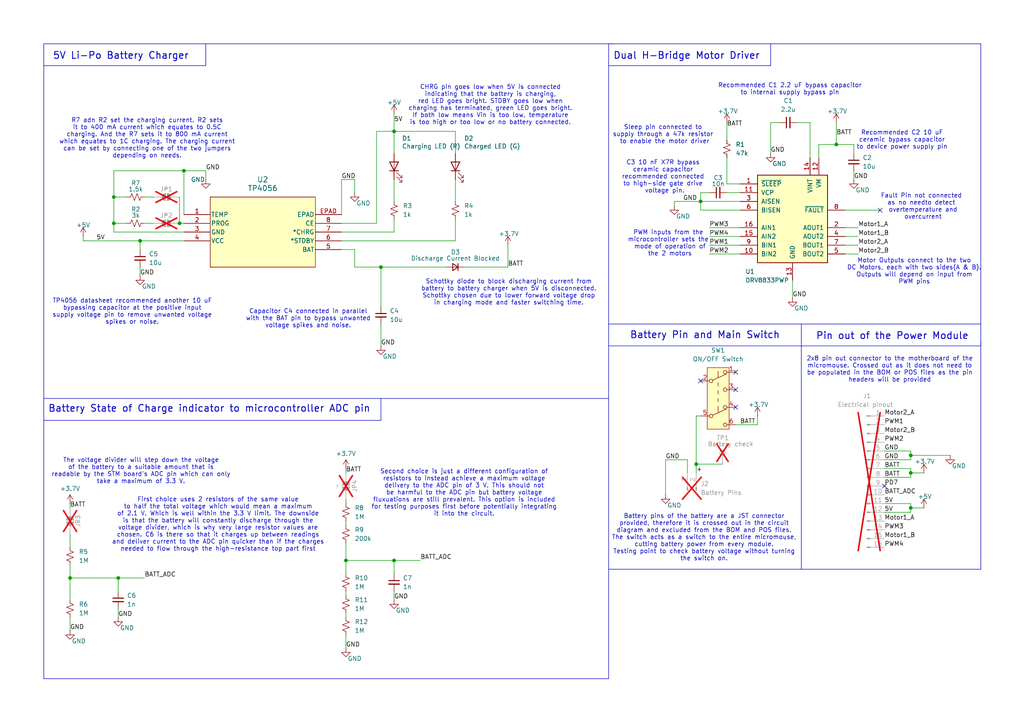
<source format=kicad_sch>
(kicad_sch
	(version 20231120)
	(generator "eeschema")
	(generator_version "8.0")
	(uuid "1194a772-7611-4950-a534-ed4cd4ac42a3")
	(paper "A4")
	(title_block
		(title "Power Module Circuit Diagram")
		(date "2024-03-12")
		(rev "v1.0")
		(company "UCT")
		(comment 1 "@author Emanuele Vichi")
		(comment 2 "VCHEMA001")
		(comment 3 "1888178")
	)
	(lib_symbols
		(symbol "Connector:Conn_01x02_Pin"
			(pin_names
				(offset 1.016) hide)
			(exclude_from_sim no)
			(in_bom yes)
			(on_board yes)
			(property "Reference" "J"
				(at 0 2.54 0)
				(effects
					(font
						(size 1.27 1.27)
					)
				)
			)
			(property "Value" "Conn_01x02_Pin"
				(at 0 -5.08 0)
				(effects
					(font
						(size 1.27 1.27)
					)
				)
			)
			(property "Footprint" ""
				(at 0 0 0)
				(effects
					(font
						(size 1.27 1.27)
					)
					(hide yes)
				)
			)
			(property "Datasheet" "~"
				(at 0 0 0)
				(effects
					(font
						(size 1.27 1.27)
					)
					(hide yes)
				)
			)
			(property "Description" "Generic connector, single row, 01x02, script generated"
				(at 0 0 0)
				(effects
					(font
						(size 1.27 1.27)
					)
					(hide yes)
				)
			)
			(property "ki_locked" ""
				(at 0 0 0)
				(effects
					(font
						(size 1.27 1.27)
					)
				)
			)
			(property "ki_keywords" "connector"
				(at 0 0 0)
				(effects
					(font
						(size 1.27 1.27)
					)
					(hide yes)
				)
			)
			(property "ki_fp_filters" "Connector*:*_1x??_*"
				(at 0 0 0)
				(effects
					(font
						(size 1.27 1.27)
					)
					(hide yes)
				)
			)
			(symbol "Conn_01x02_Pin_1_1"
				(polyline
					(pts
						(xy 1.27 -2.54) (xy 0.8636 -2.54)
					)
					(stroke
						(width 0.1524)
						(type default)
					)
					(fill
						(type none)
					)
				)
				(polyline
					(pts
						(xy 1.27 0) (xy 0.8636 0)
					)
					(stroke
						(width 0.1524)
						(type default)
					)
					(fill
						(type none)
					)
				)
				(rectangle
					(start 0.8636 -2.413)
					(end 0 -2.667)
					(stroke
						(width 0.1524)
						(type default)
					)
					(fill
						(type outline)
					)
				)
				(rectangle
					(start 0.8636 0.127)
					(end 0 -0.127)
					(stroke
						(width 0.1524)
						(type default)
					)
					(fill
						(type outline)
					)
				)
				(pin passive line
					(at 5.08 0 180)
					(length 3.81)
					(name "Pin_1"
						(effects
							(font
								(size 1.27 1.27)
							)
						)
					)
					(number "1"
						(effects
							(font
								(size 1.27 1.27)
							)
						)
					)
				)
				(pin passive line
					(at 5.08 -2.54 180)
					(length 3.81)
					(name "Pin_2"
						(effects
							(font
								(size 1.27 1.27)
							)
						)
					)
					(number "2"
						(effects
							(font
								(size 1.27 1.27)
							)
						)
					)
				)
			)
		)
		(symbol "Connector:Conn_01x16_Pin"
			(pin_names
				(offset 1.016) hide)
			(exclude_from_sim no)
			(in_bom yes)
			(on_board yes)
			(property "Reference" "J"
				(at 0 20.32 0)
				(effects
					(font
						(size 1.27 1.27)
					)
				)
			)
			(property "Value" "Conn_01x16_Pin"
				(at 0 -22.86 0)
				(effects
					(font
						(size 1.27 1.27)
					)
				)
			)
			(property "Footprint" ""
				(at 0 0 0)
				(effects
					(font
						(size 1.27 1.27)
					)
					(hide yes)
				)
			)
			(property "Datasheet" "~"
				(at 0 0 0)
				(effects
					(font
						(size 1.27 1.27)
					)
					(hide yes)
				)
			)
			(property "Description" "Generic connector, single row, 01x16, script generated"
				(at 0 0 0)
				(effects
					(font
						(size 1.27 1.27)
					)
					(hide yes)
				)
			)
			(property "ki_locked" ""
				(at 0 0 0)
				(effects
					(font
						(size 1.27 1.27)
					)
				)
			)
			(property "ki_keywords" "connector"
				(at 0 0 0)
				(effects
					(font
						(size 1.27 1.27)
					)
					(hide yes)
				)
			)
			(property "ki_fp_filters" "Connector*:*_1x??_*"
				(at 0 0 0)
				(effects
					(font
						(size 1.27 1.27)
					)
					(hide yes)
				)
			)
			(symbol "Conn_01x16_Pin_1_1"
				(polyline
					(pts
						(xy 1.27 -20.32) (xy 0.8636 -20.32)
					)
					(stroke
						(width 0.1524)
						(type default)
					)
					(fill
						(type none)
					)
				)
				(polyline
					(pts
						(xy 1.27 -17.78) (xy 0.8636 -17.78)
					)
					(stroke
						(width 0.1524)
						(type default)
					)
					(fill
						(type none)
					)
				)
				(polyline
					(pts
						(xy 1.27 -15.24) (xy 0.8636 -15.24)
					)
					(stroke
						(width 0.1524)
						(type default)
					)
					(fill
						(type none)
					)
				)
				(polyline
					(pts
						(xy 1.27 -12.7) (xy 0.8636 -12.7)
					)
					(stroke
						(width 0.1524)
						(type default)
					)
					(fill
						(type none)
					)
				)
				(polyline
					(pts
						(xy 1.27 -10.16) (xy 0.8636 -10.16)
					)
					(stroke
						(width 0.1524)
						(type default)
					)
					(fill
						(type none)
					)
				)
				(polyline
					(pts
						(xy 1.27 -7.62) (xy 0.8636 -7.62)
					)
					(stroke
						(width 0.1524)
						(type default)
					)
					(fill
						(type none)
					)
				)
				(polyline
					(pts
						(xy 1.27 -5.08) (xy 0.8636 -5.08)
					)
					(stroke
						(width 0.1524)
						(type default)
					)
					(fill
						(type none)
					)
				)
				(polyline
					(pts
						(xy 1.27 -2.54) (xy 0.8636 -2.54)
					)
					(stroke
						(width 0.1524)
						(type default)
					)
					(fill
						(type none)
					)
				)
				(polyline
					(pts
						(xy 1.27 0) (xy 0.8636 0)
					)
					(stroke
						(width 0.1524)
						(type default)
					)
					(fill
						(type none)
					)
				)
				(polyline
					(pts
						(xy 1.27 2.54) (xy 0.8636 2.54)
					)
					(stroke
						(width 0.1524)
						(type default)
					)
					(fill
						(type none)
					)
				)
				(polyline
					(pts
						(xy 1.27 5.08) (xy 0.8636 5.08)
					)
					(stroke
						(width 0.1524)
						(type default)
					)
					(fill
						(type none)
					)
				)
				(polyline
					(pts
						(xy 1.27 7.62) (xy 0.8636 7.62)
					)
					(stroke
						(width 0.1524)
						(type default)
					)
					(fill
						(type none)
					)
				)
				(polyline
					(pts
						(xy 1.27 10.16) (xy 0.8636 10.16)
					)
					(stroke
						(width 0.1524)
						(type default)
					)
					(fill
						(type none)
					)
				)
				(polyline
					(pts
						(xy 1.27 12.7) (xy 0.8636 12.7)
					)
					(stroke
						(width 0.1524)
						(type default)
					)
					(fill
						(type none)
					)
				)
				(polyline
					(pts
						(xy 1.27 15.24) (xy 0.8636 15.24)
					)
					(stroke
						(width 0.1524)
						(type default)
					)
					(fill
						(type none)
					)
				)
				(polyline
					(pts
						(xy 1.27 17.78) (xy 0.8636 17.78)
					)
					(stroke
						(width 0.1524)
						(type default)
					)
					(fill
						(type none)
					)
				)
				(rectangle
					(start 0.8636 -20.193)
					(end 0 -20.447)
					(stroke
						(width 0.1524)
						(type default)
					)
					(fill
						(type outline)
					)
				)
				(rectangle
					(start 0.8636 -17.653)
					(end 0 -17.907)
					(stroke
						(width 0.1524)
						(type default)
					)
					(fill
						(type outline)
					)
				)
				(rectangle
					(start 0.8636 -15.113)
					(end 0 -15.367)
					(stroke
						(width 0.1524)
						(type default)
					)
					(fill
						(type outline)
					)
				)
				(rectangle
					(start 0.8636 -12.573)
					(end 0 -12.827)
					(stroke
						(width 0.1524)
						(type default)
					)
					(fill
						(type outline)
					)
				)
				(rectangle
					(start 0.8636 -10.033)
					(end 0 -10.287)
					(stroke
						(width 0.1524)
						(type default)
					)
					(fill
						(type outline)
					)
				)
				(rectangle
					(start 0.8636 -7.493)
					(end 0 -7.747)
					(stroke
						(width 0.1524)
						(type default)
					)
					(fill
						(type outline)
					)
				)
				(rectangle
					(start 0.8636 -4.953)
					(end 0 -5.207)
					(stroke
						(width 0.1524)
						(type default)
					)
					(fill
						(type outline)
					)
				)
				(rectangle
					(start 0.8636 -2.413)
					(end 0 -2.667)
					(stroke
						(width 0.1524)
						(type default)
					)
					(fill
						(type outline)
					)
				)
				(rectangle
					(start 0.8636 0.127)
					(end 0 -0.127)
					(stroke
						(width 0.1524)
						(type default)
					)
					(fill
						(type outline)
					)
				)
				(rectangle
					(start 0.8636 2.667)
					(end 0 2.413)
					(stroke
						(width 0.1524)
						(type default)
					)
					(fill
						(type outline)
					)
				)
				(rectangle
					(start 0.8636 5.207)
					(end 0 4.953)
					(stroke
						(width 0.1524)
						(type default)
					)
					(fill
						(type outline)
					)
				)
				(rectangle
					(start 0.8636 7.747)
					(end 0 7.493)
					(stroke
						(width 0.1524)
						(type default)
					)
					(fill
						(type outline)
					)
				)
				(rectangle
					(start 0.8636 10.287)
					(end 0 10.033)
					(stroke
						(width 0.1524)
						(type default)
					)
					(fill
						(type outline)
					)
				)
				(rectangle
					(start 0.8636 12.827)
					(end 0 12.573)
					(stroke
						(width 0.1524)
						(type default)
					)
					(fill
						(type outline)
					)
				)
				(rectangle
					(start 0.8636 15.367)
					(end 0 15.113)
					(stroke
						(width 0.1524)
						(type default)
					)
					(fill
						(type outline)
					)
				)
				(rectangle
					(start 0.8636 17.907)
					(end 0 17.653)
					(stroke
						(width 0.1524)
						(type default)
					)
					(fill
						(type outline)
					)
				)
				(pin passive line
					(at 5.08 17.78 180)
					(length 3.81)
					(name "Pin_1"
						(effects
							(font
								(size 1.27 1.27)
							)
						)
					)
					(number "1"
						(effects
							(font
								(size 1.27 1.27)
							)
						)
					)
				)
				(pin passive line
					(at 5.08 -5.08 180)
					(length 3.81)
					(name "Pin_10"
						(effects
							(font
								(size 1.27 1.27)
							)
						)
					)
					(number "10"
						(effects
							(font
								(size 1.27 1.27)
							)
						)
					)
				)
				(pin passive line
					(at 5.08 -7.62 180)
					(length 3.81)
					(name "Pin_11"
						(effects
							(font
								(size 1.27 1.27)
							)
						)
					)
					(number "11"
						(effects
							(font
								(size 1.27 1.27)
							)
						)
					)
				)
				(pin passive line
					(at 5.08 -10.16 180)
					(length 3.81)
					(name "Pin_12"
						(effects
							(font
								(size 1.27 1.27)
							)
						)
					)
					(number "12"
						(effects
							(font
								(size 1.27 1.27)
							)
						)
					)
				)
				(pin passive line
					(at 5.08 -12.7 180)
					(length 3.81)
					(name "Pin_13"
						(effects
							(font
								(size 1.27 1.27)
							)
						)
					)
					(number "13"
						(effects
							(font
								(size 1.27 1.27)
							)
						)
					)
				)
				(pin passive line
					(at 5.08 -15.24 180)
					(length 3.81)
					(name "Pin_14"
						(effects
							(font
								(size 1.27 1.27)
							)
						)
					)
					(number "14"
						(effects
							(font
								(size 1.27 1.27)
							)
						)
					)
				)
				(pin passive line
					(at 5.08 -17.78 180)
					(length 3.81)
					(name "Pin_15"
						(effects
							(font
								(size 1.27 1.27)
							)
						)
					)
					(number "15"
						(effects
							(font
								(size 1.27 1.27)
							)
						)
					)
				)
				(pin passive line
					(at 5.08 -20.32 180)
					(length 3.81)
					(name "Pin_16"
						(effects
							(font
								(size 1.27 1.27)
							)
						)
					)
					(number "16"
						(effects
							(font
								(size 1.27 1.27)
							)
						)
					)
				)
				(pin passive line
					(at 5.08 15.24 180)
					(length 3.81)
					(name "Pin_2"
						(effects
							(font
								(size 1.27 1.27)
							)
						)
					)
					(number "2"
						(effects
							(font
								(size 1.27 1.27)
							)
						)
					)
				)
				(pin passive line
					(at 5.08 12.7 180)
					(length 3.81)
					(name "Pin_3"
						(effects
							(font
								(size 1.27 1.27)
							)
						)
					)
					(number "3"
						(effects
							(font
								(size 1.27 1.27)
							)
						)
					)
				)
				(pin passive line
					(at 5.08 10.16 180)
					(length 3.81)
					(name "Pin_4"
						(effects
							(font
								(size 1.27 1.27)
							)
						)
					)
					(number "4"
						(effects
							(font
								(size 1.27 1.27)
							)
						)
					)
				)
				(pin passive line
					(at 5.08 7.62 180)
					(length 3.81)
					(name "Pin_5"
						(effects
							(font
								(size 1.27 1.27)
							)
						)
					)
					(number "5"
						(effects
							(font
								(size 1.27 1.27)
							)
						)
					)
				)
				(pin passive line
					(at 5.08 5.08 180)
					(length 3.81)
					(name "Pin_6"
						(effects
							(font
								(size 1.27 1.27)
							)
						)
					)
					(number "6"
						(effects
							(font
								(size 1.27 1.27)
							)
						)
					)
				)
				(pin passive line
					(at 5.08 2.54 180)
					(length 3.81)
					(name "Pin_7"
						(effects
							(font
								(size 1.27 1.27)
							)
						)
					)
					(number "7"
						(effects
							(font
								(size 1.27 1.27)
							)
						)
					)
				)
				(pin passive line
					(at 5.08 0 180)
					(length 3.81)
					(name "Pin_8"
						(effects
							(font
								(size 1.27 1.27)
							)
						)
					)
					(number "8"
						(effects
							(font
								(size 1.27 1.27)
							)
						)
					)
				)
				(pin passive line
					(at 5.08 -2.54 180)
					(length 3.81)
					(name "Pin_9"
						(effects
							(font
								(size 1.27 1.27)
							)
						)
					)
					(number "9"
						(effects
							(font
								(size 1.27 1.27)
							)
						)
					)
				)
			)
		)
		(symbol "Connector:TestPoint"
			(pin_numbers hide)
			(pin_names
				(offset 0.762) hide)
			(exclude_from_sim no)
			(in_bom yes)
			(on_board yes)
			(property "Reference" "TP"
				(at 0 6.858 0)
				(effects
					(font
						(size 1.27 1.27)
					)
				)
			)
			(property "Value" "TestPoint"
				(at 0 5.08 0)
				(effects
					(font
						(size 1.27 1.27)
					)
				)
			)
			(property "Footprint" ""
				(at 5.08 0 0)
				(effects
					(font
						(size 1.27 1.27)
					)
					(hide yes)
				)
			)
			(property "Datasheet" "~"
				(at 5.08 0 0)
				(effects
					(font
						(size 1.27 1.27)
					)
					(hide yes)
				)
			)
			(property "Description" "test point"
				(at 0 0 0)
				(effects
					(font
						(size 1.27 1.27)
					)
					(hide yes)
				)
			)
			(property "ki_keywords" "test point tp"
				(at 0 0 0)
				(effects
					(font
						(size 1.27 1.27)
					)
					(hide yes)
				)
			)
			(property "ki_fp_filters" "Pin* Test*"
				(at 0 0 0)
				(effects
					(font
						(size 1.27 1.27)
					)
					(hide yes)
				)
			)
			(symbol "TestPoint_0_1"
				(circle
					(center 0 3.302)
					(radius 0.762)
					(stroke
						(width 0)
						(type default)
					)
					(fill
						(type none)
					)
				)
			)
			(symbol "TestPoint_1_1"
				(pin passive line
					(at 0 0 90)
					(length 2.54)
					(name "1"
						(effects
							(font
								(size 1.27 1.27)
							)
						)
					)
					(number "1"
						(effects
							(font
								(size 1.27 1.27)
							)
						)
					)
				)
			)
		)
		(symbol "Device:C_Small"
			(pin_numbers hide)
			(pin_names
				(offset 0.254) hide)
			(exclude_from_sim no)
			(in_bom yes)
			(on_board yes)
			(property "Reference" "C"
				(at 0.254 1.778 0)
				(effects
					(font
						(size 1.27 1.27)
					)
					(justify left)
				)
			)
			(property "Value" "C_Small"
				(at 0.254 -2.032 0)
				(effects
					(font
						(size 1.27 1.27)
					)
					(justify left)
				)
			)
			(property "Footprint" ""
				(at 0 0 0)
				(effects
					(font
						(size 1.27 1.27)
					)
					(hide yes)
				)
			)
			(property "Datasheet" "~"
				(at 0 0 0)
				(effects
					(font
						(size 1.27 1.27)
					)
					(hide yes)
				)
			)
			(property "Description" "Unpolarized capacitor, small symbol"
				(at 0 0 0)
				(effects
					(font
						(size 1.27 1.27)
					)
					(hide yes)
				)
			)
			(property "ki_keywords" "capacitor cap"
				(at 0 0 0)
				(effects
					(font
						(size 1.27 1.27)
					)
					(hide yes)
				)
			)
			(property "ki_fp_filters" "C_*"
				(at 0 0 0)
				(effects
					(font
						(size 1.27 1.27)
					)
					(hide yes)
				)
			)
			(symbol "C_Small_0_1"
				(polyline
					(pts
						(xy -1.524 -0.508) (xy 1.524 -0.508)
					)
					(stroke
						(width 0.3302)
						(type default)
					)
					(fill
						(type none)
					)
				)
				(polyline
					(pts
						(xy -1.524 0.508) (xy 1.524 0.508)
					)
					(stroke
						(width 0.3048)
						(type default)
					)
					(fill
						(type none)
					)
				)
			)
			(symbol "C_Small_1_1"
				(pin passive line
					(at 0 2.54 270)
					(length 2.032)
					(name "~"
						(effects
							(font
								(size 1.27 1.27)
							)
						)
					)
					(number "1"
						(effects
							(font
								(size 1.27 1.27)
							)
						)
					)
				)
				(pin passive line
					(at 0 -2.54 90)
					(length 2.032)
					(name "~"
						(effects
							(font
								(size 1.27 1.27)
							)
						)
					)
					(number "2"
						(effects
							(font
								(size 1.27 1.27)
							)
						)
					)
				)
			)
		)
		(symbol "Device:D_Small"
			(pin_numbers hide)
			(pin_names
				(offset 0.254) hide)
			(exclude_from_sim no)
			(in_bom yes)
			(on_board yes)
			(property "Reference" "D"
				(at -1.27 2.032 0)
				(effects
					(font
						(size 1.27 1.27)
					)
					(justify left)
				)
			)
			(property "Value" "D_Small"
				(at -3.81 -2.032 0)
				(effects
					(font
						(size 1.27 1.27)
					)
					(justify left)
				)
			)
			(property "Footprint" ""
				(at 0 0 90)
				(effects
					(font
						(size 1.27 1.27)
					)
					(hide yes)
				)
			)
			(property "Datasheet" "~"
				(at 0 0 90)
				(effects
					(font
						(size 1.27 1.27)
					)
					(hide yes)
				)
			)
			(property "Description" "Diode, small symbol"
				(at 0 0 0)
				(effects
					(font
						(size 1.27 1.27)
					)
					(hide yes)
				)
			)
			(property "Sim.Device" "D"
				(at 0 0 0)
				(effects
					(font
						(size 1.27 1.27)
					)
					(hide yes)
				)
			)
			(property "Sim.Pins" "1=K 2=A"
				(at 0 0 0)
				(effects
					(font
						(size 1.27 1.27)
					)
					(hide yes)
				)
			)
			(property "ki_keywords" "diode"
				(at 0 0 0)
				(effects
					(font
						(size 1.27 1.27)
					)
					(hide yes)
				)
			)
			(property "ki_fp_filters" "TO-???* *_Diode_* *SingleDiode* D_*"
				(at 0 0 0)
				(effects
					(font
						(size 1.27 1.27)
					)
					(hide yes)
				)
			)
			(symbol "D_Small_0_1"
				(polyline
					(pts
						(xy -0.762 -1.016) (xy -0.762 1.016)
					)
					(stroke
						(width 0.254)
						(type default)
					)
					(fill
						(type none)
					)
				)
				(polyline
					(pts
						(xy -0.762 0) (xy 0.762 0)
					)
					(stroke
						(width 0)
						(type default)
					)
					(fill
						(type none)
					)
				)
				(polyline
					(pts
						(xy 0.762 -1.016) (xy -0.762 0) (xy 0.762 1.016) (xy 0.762 -1.016)
					)
					(stroke
						(width 0.254)
						(type default)
					)
					(fill
						(type none)
					)
				)
			)
			(symbol "D_Small_1_1"
				(pin passive line
					(at -2.54 0 0)
					(length 1.778)
					(name "K"
						(effects
							(font
								(size 1.27 1.27)
							)
						)
					)
					(number "1"
						(effects
							(font
								(size 1.27 1.27)
							)
						)
					)
				)
				(pin passive line
					(at 2.54 0 180)
					(length 1.778)
					(name "A"
						(effects
							(font
								(size 1.27 1.27)
							)
						)
					)
					(number "2"
						(effects
							(font
								(size 1.27 1.27)
							)
						)
					)
				)
			)
		)
		(symbol "Device:LED"
			(pin_numbers hide)
			(pin_names
				(offset 1.016) hide)
			(exclude_from_sim no)
			(in_bom yes)
			(on_board yes)
			(property "Reference" "D"
				(at 0 2.54 0)
				(effects
					(font
						(size 1.27 1.27)
					)
				)
			)
			(property "Value" "LED"
				(at 0 -2.54 0)
				(effects
					(font
						(size 1.27 1.27)
					)
				)
			)
			(property "Footprint" ""
				(at 0 0 0)
				(effects
					(font
						(size 1.27 1.27)
					)
					(hide yes)
				)
			)
			(property "Datasheet" "~"
				(at 0 0 0)
				(effects
					(font
						(size 1.27 1.27)
					)
					(hide yes)
				)
			)
			(property "Description" "Light emitting diode"
				(at 0 0 0)
				(effects
					(font
						(size 1.27 1.27)
					)
					(hide yes)
				)
			)
			(property "ki_keywords" "LED diode"
				(at 0 0 0)
				(effects
					(font
						(size 1.27 1.27)
					)
					(hide yes)
				)
			)
			(property "ki_fp_filters" "LED* LED_SMD:* LED_THT:*"
				(at 0 0 0)
				(effects
					(font
						(size 1.27 1.27)
					)
					(hide yes)
				)
			)
			(symbol "LED_0_1"
				(polyline
					(pts
						(xy -1.27 -1.27) (xy -1.27 1.27)
					)
					(stroke
						(width 0.254)
						(type default)
					)
					(fill
						(type none)
					)
				)
				(polyline
					(pts
						(xy -1.27 0) (xy 1.27 0)
					)
					(stroke
						(width 0)
						(type default)
					)
					(fill
						(type none)
					)
				)
				(polyline
					(pts
						(xy 1.27 -1.27) (xy 1.27 1.27) (xy -1.27 0) (xy 1.27 -1.27)
					)
					(stroke
						(width 0.254)
						(type default)
					)
					(fill
						(type none)
					)
				)
				(polyline
					(pts
						(xy -3.048 -0.762) (xy -4.572 -2.286) (xy -3.81 -2.286) (xy -4.572 -2.286) (xy -4.572 -1.524)
					)
					(stroke
						(width 0)
						(type default)
					)
					(fill
						(type none)
					)
				)
				(polyline
					(pts
						(xy -1.778 -0.762) (xy -3.302 -2.286) (xy -2.54 -2.286) (xy -3.302 -2.286) (xy -3.302 -1.524)
					)
					(stroke
						(width 0)
						(type default)
					)
					(fill
						(type none)
					)
				)
			)
			(symbol "LED_1_1"
				(pin passive line
					(at -3.81 0 0)
					(length 2.54)
					(name "K"
						(effects
							(font
								(size 1.27 1.27)
							)
						)
					)
					(number "1"
						(effects
							(font
								(size 1.27 1.27)
							)
						)
					)
				)
				(pin passive line
					(at 3.81 0 180)
					(length 2.54)
					(name "A"
						(effects
							(font
								(size 1.27 1.27)
							)
						)
					)
					(number "2"
						(effects
							(font
								(size 1.27 1.27)
							)
						)
					)
				)
			)
		)
		(symbol "Device:R_Small_US"
			(pin_numbers hide)
			(pin_names
				(offset 0.254) hide)
			(exclude_from_sim no)
			(in_bom yes)
			(on_board yes)
			(property "Reference" "R"
				(at 0.762 0.508 0)
				(effects
					(font
						(size 1.27 1.27)
					)
					(justify left)
				)
			)
			(property "Value" "R_Small_US"
				(at 0.762 -1.016 0)
				(effects
					(font
						(size 1.27 1.27)
					)
					(justify left)
				)
			)
			(property "Footprint" ""
				(at 0 0 0)
				(effects
					(font
						(size 1.27 1.27)
					)
					(hide yes)
				)
			)
			(property "Datasheet" "~"
				(at 0 0 0)
				(effects
					(font
						(size 1.27 1.27)
					)
					(hide yes)
				)
			)
			(property "Description" "Resistor, small US symbol"
				(at 0 0 0)
				(effects
					(font
						(size 1.27 1.27)
					)
					(hide yes)
				)
			)
			(property "ki_keywords" "r resistor"
				(at 0 0 0)
				(effects
					(font
						(size 1.27 1.27)
					)
					(hide yes)
				)
			)
			(property "ki_fp_filters" "R_*"
				(at 0 0 0)
				(effects
					(font
						(size 1.27 1.27)
					)
					(hide yes)
				)
			)
			(symbol "R_Small_US_1_1"
				(polyline
					(pts
						(xy 0 0) (xy 1.016 -0.381) (xy 0 -0.762) (xy -1.016 -1.143) (xy 0 -1.524)
					)
					(stroke
						(width 0)
						(type default)
					)
					(fill
						(type none)
					)
				)
				(polyline
					(pts
						(xy 0 1.524) (xy 1.016 1.143) (xy 0 0.762) (xy -1.016 0.381) (xy 0 0)
					)
					(stroke
						(width 0)
						(type default)
					)
					(fill
						(type none)
					)
				)
				(pin passive line
					(at 0 2.54 270)
					(length 1.016)
					(name "~"
						(effects
							(font
								(size 1.27 1.27)
							)
						)
					)
					(number "1"
						(effects
							(font
								(size 1.27 1.27)
							)
						)
					)
				)
				(pin passive line
					(at 0 -2.54 90)
					(length 1.016)
					(name "~"
						(effects
							(font
								(size 1.27 1.27)
							)
						)
					)
					(number "2"
						(effects
							(font
								(size 1.27 1.27)
							)
						)
					)
				)
			)
		)
		(symbol "Driver_Motor:DRV8833PWP"
			(pin_names
				(offset 1.016)
			)
			(exclude_from_sim no)
			(in_bom yes)
			(on_board yes)
			(property "Reference" "U"
				(at -3.81 16.51 0)
				(effects
					(font
						(size 1.27 1.27)
					)
				)
			)
			(property "Value" "DRV8833PWP"
				(at -3.81 13.97 0)
				(effects
					(font
						(size 1.27 1.27)
					)
				)
			)
			(property "Footprint" "Package_SO:HTSSOP-16-1EP_4.4x5mm_P0.65mm_EP3.4x5mm_Mask2.46x2.31mm_ThermalVias"
				(at 5.08 -15.24 0)
				(effects
					(font
						(size 1.27 1.27)
					)
					(justify left)
					(hide yes)
				)
			)
			(property "Datasheet" "http://www.ti.com/lit/ds/symlink/drv8833.pdf"
				(at 5.08 -17.78 0)
				(effects
					(font
						(size 1.27 1.27)
					)
					(justify left)
					(hide yes)
				)
			)
			(property "Description" "Dual H-Bridge Motor Driver, HTSSOP-16"
				(at 0 0 0)
				(effects
					(font
						(size 1.27 1.27)
					)
					(hide yes)
				)
			)
			(property "ki_keywords" "H-bridge motor driver"
				(at 0 0 0)
				(effects
					(font
						(size 1.27 1.27)
					)
					(hide yes)
				)
			)
			(property "ki_fp_filters" "HTSSOP-16-1EP*4.4x5mm*P0.65mm*"
				(at 0 0 0)
				(effects
					(font
						(size 1.27 1.27)
					)
					(hide yes)
				)
			)
			(symbol "DRV8833PWP_0_1"
				(rectangle
					(start -10.16 12.7)
					(end 10.16 -12.7)
					(stroke
						(width 0.254)
						(type default)
					)
					(fill
						(type background)
					)
				)
			)
			(symbol "DRV8833PWP_1_1"
				(pin input line
					(at -15.24 10.16 0)
					(length 5.08)
					(name "~{SLEEP}"
						(effects
							(font
								(size 1.27 1.27)
							)
						)
					)
					(number "1"
						(effects
							(font
								(size 1.27 1.27)
							)
						)
					)
				)
				(pin input line
					(at -15.24 -10.16 0)
					(length 5.08)
					(name "BIN2"
						(effects
							(font
								(size 1.27 1.27)
							)
						)
					)
					(number "10"
						(effects
							(font
								(size 1.27 1.27)
							)
						)
					)
				)
				(pin bidirectional line
					(at -15.24 7.62 0)
					(length 5.08)
					(name "VCP"
						(effects
							(font
								(size 1.27 1.27)
							)
						)
					)
					(number "11"
						(effects
							(font
								(size 1.27 1.27)
							)
						)
					)
				)
				(pin power_in line
					(at 7.62 17.78 270)
					(length 5.08)
					(name "VM"
						(effects
							(font
								(size 1.27 1.27)
							)
						)
					)
					(number "12"
						(effects
							(font
								(size 1.27 1.27)
							)
						)
					)
				)
				(pin power_in line
					(at 0 -17.78 90)
					(length 5.08)
					(name "GND"
						(effects
							(font
								(size 1.27 1.27)
							)
						)
					)
					(number "13"
						(effects
							(font
								(size 1.27 1.27)
							)
						)
					)
				)
				(pin power_in line
					(at 5.08 17.78 270)
					(length 5.08)
					(name "VINT"
						(effects
							(font
								(size 1.27 1.27)
							)
						)
					)
					(number "14"
						(effects
							(font
								(size 1.27 1.27)
							)
						)
					)
				)
				(pin input line
					(at -15.24 -5.08 0)
					(length 5.08)
					(name "AIN2"
						(effects
							(font
								(size 1.27 1.27)
							)
						)
					)
					(number "15"
						(effects
							(font
								(size 1.27 1.27)
							)
						)
					)
				)
				(pin input line
					(at -15.24 -2.54 0)
					(length 5.08)
					(name "AIN1"
						(effects
							(font
								(size 1.27 1.27)
							)
						)
					)
					(number "16"
						(effects
							(font
								(size 1.27 1.27)
							)
						)
					)
				)
				(pin passive line
					(at 0 -17.78 90)
					(length 5.08) hide
					(name "GND"
						(effects
							(font
								(size 1.27 1.27)
							)
						)
					)
					(number "17"
						(effects
							(font
								(size 1.27 1.27)
							)
						)
					)
				)
				(pin power_out line
					(at 15.24 -2.54 180)
					(length 5.08)
					(name "AOUT1"
						(effects
							(font
								(size 1.27 1.27)
							)
						)
					)
					(number "2"
						(effects
							(font
								(size 1.27 1.27)
							)
						)
					)
				)
				(pin bidirectional line
					(at -15.24 5.08 0)
					(length 5.08)
					(name "AISEN"
						(effects
							(font
								(size 1.27 1.27)
							)
						)
					)
					(number "3"
						(effects
							(font
								(size 1.27 1.27)
							)
						)
					)
				)
				(pin power_out line
					(at 15.24 -5.08 180)
					(length 5.08)
					(name "AOUT2"
						(effects
							(font
								(size 1.27 1.27)
							)
						)
					)
					(number "4"
						(effects
							(font
								(size 1.27 1.27)
							)
						)
					)
				)
				(pin power_out line
					(at 15.24 -10.16 180)
					(length 5.08)
					(name "BOUT2"
						(effects
							(font
								(size 1.27 1.27)
							)
						)
					)
					(number "5"
						(effects
							(font
								(size 1.27 1.27)
							)
						)
					)
				)
				(pin bidirectional line
					(at -15.24 2.54 0)
					(length 5.08)
					(name "BISEN"
						(effects
							(font
								(size 1.27 1.27)
							)
						)
					)
					(number "6"
						(effects
							(font
								(size 1.27 1.27)
							)
						)
					)
				)
				(pin power_out line
					(at 15.24 -7.62 180)
					(length 5.08)
					(name "BOUT1"
						(effects
							(font
								(size 1.27 1.27)
							)
						)
					)
					(number "7"
						(effects
							(font
								(size 1.27 1.27)
							)
						)
					)
				)
				(pin open_collector line
					(at 15.24 2.54 180)
					(length 5.08)
					(name "~{FAULT}"
						(effects
							(font
								(size 1.27 1.27)
							)
						)
					)
					(number "8"
						(effects
							(font
								(size 1.27 1.27)
							)
						)
					)
				)
				(pin input line
					(at -15.24 -7.62 0)
					(length 5.08)
					(name "BIN1"
						(effects
							(font
								(size 1.27 1.27)
							)
						)
					)
					(number "9"
						(effects
							(font
								(size 1.27 1.27)
							)
						)
					)
				)
			)
		)
		(symbol "Jumper:SolderJumper_2_Open"
			(pin_numbers hide)
			(pin_names
				(offset 0) hide)
			(exclude_from_sim yes)
			(in_bom no)
			(on_board yes)
			(property "Reference" "JP"
				(at 0 2.032 0)
				(effects
					(font
						(size 1.27 1.27)
					)
				)
			)
			(property "Value" "SolderJumper_2_Open"
				(at 0 -2.54 0)
				(effects
					(font
						(size 1.27 1.27)
					)
				)
			)
			(property "Footprint" ""
				(at 0 0 0)
				(effects
					(font
						(size 1.27 1.27)
					)
					(hide yes)
				)
			)
			(property "Datasheet" "~"
				(at 0 0 0)
				(effects
					(font
						(size 1.27 1.27)
					)
					(hide yes)
				)
			)
			(property "Description" "Solder Jumper, 2-pole, open"
				(at 0 0 0)
				(effects
					(font
						(size 1.27 1.27)
					)
					(hide yes)
				)
			)
			(property "ki_keywords" "solder jumper SPST"
				(at 0 0 0)
				(effects
					(font
						(size 1.27 1.27)
					)
					(hide yes)
				)
			)
			(property "ki_fp_filters" "SolderJumper*Open*"
				(at 0 0 0)
				(effects
					(font
						(size 1.27 1.27)
					)
					(hide yes)
				)
			)
			(symbol "SolderJumper_2_Open_0_1"
				(arc
					(start -0.254 1.016)
					(mid -1.2656 0)
					(end -0.254 -1.016)
					(stroke
						(width 0)
						(type default)
					)
					(fill
						(type none)
					)
				)
				(arc
					(start -0.254 1.016)
					(mid -1.2656 0)
					(end -0.254 -1.016)
					(stroke
						(width 0)
						(type default)
					)
					(fill
						(type outline)
					)
				)
				(polyline
					(pts
						(xy -0.254 1.016) (xy -0.254 -1.016)
					)
					(stroke
						(width 0)
						(type default)
					)
					(fill
						(type none)
					)
				)
				(polyline
					(pts
						(xy 0.254 1.016) (xy 0.254 -1.016)
					)
					(stroke
						(width 0)
						(type default)
					)
					(fill
						(type none)
					)
				)
				(arc
					(start 0.254 -1.016)
					(mid 1.2656 0)
					(end 0.254 1.016)
					(stroke
						(width 0)
						(type default)
					)
					(fill
						(type none)
					)
				)
				(arc
					(start 0.254 -1.016)
					(mid 1.2656 0)
					(end 0.254 1.016)
					(stroke
						(width 0)
						(type default)
					)
					(fill
						(type outline)
					)
				)
			)
			(symbol "SolderJumper_2_Open_1_1"
				(pin passive line
					(at -3.81 0 0)
					(length 2.54)
					(name "A"
						(effects
							(font
								(size 1.27 1.27)
							)
						)
					)
					(number "1"
						(effects
							(font
								(size 1.27 1.27)
							)
						)
					)
				)
				(pin passive line
					(at 3.81 0 180)
					(length 2.54)
					(name "B"
						(effects
							(font
								(size 1.27 1.27)
							)
						)
					)
					(number "2"
						(effects
							(font
								(size 1.27 1.27)
							)
						)
					)
				)
			)
		)
		(symbol "Switch:SW_Push_DPDT"
			(pin_names
				(offset 0) hide)
			(exclude_from_sim no)
			(in_bom yes)
			(on_board yes)
			(property "Reference" "SW"
				(at 0 10.16 0)
				(effects
					(font
						(size 1.27 1.27)
					)
				)
			)
			(property "Value" "SW_Push_DPDT"
				(at 0 -10.16 0)
				(effects
					(font
						(size 1.27 1.27)
					)
				)
			)
			(property "Footprint" ""
				(at 0 5.08 0)
				(effects
					(font
						(size 1.27 1.27)
					)
					(hide yes)
				)
			)
			(property "Datasheet" "~"
				(at 0 5.08 0)
				(effects
					(font
						(size 1.27 1.27)
					)
					(hide yes)
				)
			)
			(property "Description" "Momentary Switch, dual pole double throw"
				(at 0 0 0)
				(effects
					(font
						(size 1.27 1.27)
					)
					(hide yes)
				)
			)
			(property "ki_keywords" "switch dual-pole double-throw spdt ON-ON"
				(at 0 0 0)
				(effects
					(font
						(size 1.27 1.27)
					)
					(hide yes)
				)
			)
			(symbol "SW_Push_DPDT_0_0"
				(circle
					(center -2.032 -5.08)
					(radius 0.508)
					(stroke
						(width 0)
						(type default)
					)
					(fill
						(type none)
					)
				)
				(circle
					(center -2.032 5.08)
					(radius 0.508)
					(stroke
						(width 0)
						(type default)
					)
					(fill
						(type none)
					)
				)
				(circle
					(center 2.032 -7.62)
					(radius 0.508)
					(stroke
						(width 0)
						(type default)
					)
					(fill
						(type none)
					)
				)
				(circle
					(center 2.032 2.54)
					(radius 0.508)
					(stroke
						(width 0)
						(type default)
					)
					(fill
						(type none)
					)
				)
			)
			(symbol "SW_Push_DPDT_0_1"
				(polyline
					(pts
						(xy -1.524 -4.826) (xy 2.3368 -3.0988)
					)
					(stroke
						(width 0)
						(type default)
					)
					(fill
						(type none)
					)
				)
				(polyline
					(pts
						(xy -1.524 5.334) (xy 2.3368 7.0612)
					)
					(stroke
						(width 0)
						(type default)
					)
					(fill
						(type none)
					)
				)
				(polyline
					(pts
						(xy 0 -2.286) (xy 0 -4.064)
					)
					(stroke
						(width 0)
						(type default)
					)
					(fill
						(type none)
					)
				)
				(polyline
					(pts
						(xy 0 -1.016) (xy 0 0)
					)
					(stroke
						(width 0)
						(type default)
					)
					(fill
						(type none)
					)
				)
				(polyline
					(pts
						(xy 0 1.27) (xy 0 2.286)
					)
					(stroke
						(width 0)
						(type default)
					)
					(fill
						(type none)
					)
				)
				(polyline
					(pts
						(xy 0 3.556) (xy 0 4.572)
					)
					(stroke
						(width 0)
						(type default)
					)
					(fill
						(type none)
					)
				)
				(polyline
					(pts
						(xy 0 7.874) (xy 0 6.096)
					)
					(stroke
						(width 0)
						(type default)
					)
					(fill
						(type none)
					)
				)
				(circle
					(center 2.032 -2.54)
					(radius 0.508)
					(stroke
						(width 0)
						(type default)
					)
					(fill
						(type none)
					)
				)
				(circle
					(center 2.032 7.62)
					(radius 0.508)
					(stroke
						(width 0)
						(type default)
					)
					(fill
						(type none)
					)
				)
			)
			(symbol "SW_Push_DPDT_1_1"
				(rectangle
					(start -3.175 8.89)
					(end 3.175 -8.89)
					(stroke
						(width 0)
						(type default)
					)
					(fill
						(type background)
					)
				)
				(pin passive line
					(at 5.08 7.62 180)
					(length 2.54)
					(name "A"
						(effects
							(font
								(size 1.27 1.27)
							)
						)
					)
					(number "1"
						(effects
							(font
								(size 1.27 1.27)
							)
						)
					)
				)
				(pin passive line
					(at -5.08 5.08 0)
					(length 2.54)
					(name "B"
						(effects
							(font
								(size 1.27 1.27)
							)
						)
					)
					(number "2"
						(effects
							(font
								(size 1.27 1.27)
							)
						)
					)
				)
				(pin passive line
					(at 5.08 2.54 180)
					(length 2.54)
					(name "C"
						(effects
							(font
								(size 1.27 1.27)
							)
						)
					)
					(number "3"
						(effects
							(font
								(size 1.27 1.27)
							)
						)
					)
				)
				(pin passive line
					(at 5.08 -2.54 180)
					(length 2.54)
					(name "A"
						(effects
							(font
								(size 1.27 1.27)
							)
						)
					)
					(number "4"
						(effects
							(font
								(size 1.27 1.27)
							)
						)
					)
				)
				(pin passive line
					(at -5.08 -5.08 0)
					(length 2.54)
					(name "B"
						(effects
							(font
								(size 1.27 1.27)
							)
						)
					)
					(number "5"
						(effects
							(font
								(size 1.27 1.27)
							)
						)
					)
				)
				(pin passive line
					(at 5.08 -7.62 180)
					(length 2.54)
					(name "C"
						(effects
							(font
								(size 1.27 1.27)
							)
						)
					)
					(number "6"
						(effects
							(font
								(size 1.27 1.27)
							)
						)
					)
				)
			)
		)
		(symbol "TP4056:TP4056"
			(pin_names
				(offset 0.254)
			)
			(exclude_from_sim no)
			(in_bom yes)
			(on_board yes)
			(property "Reference" "U2"
				(at 22.86 10.16 0)
				(effects
					(font
						(size 1.524 1.524)
					)
				)
			)
			(property "Value" "TP4056"
				(at 22.86 7.62 0)
				(effects
					(font
						(size 1.524 1.524)
					)
				)
			)
			(property "Footprint" "SOP8-PP_TPW"
				(at 0 0 0)
				(effects
					(font
						(size 1.27 1.27)
						(italic yes)
					)
					(hide yes)
				)
			)
			(property "Datasheet" "TP4056"
				(at 0 0 0)
				(effects
					(font
						(size 1.27 1.27)
						(italic yes)
					)
					(hide yes)
				)
			)
			(property "Description" ""
				(at 0 0 0)
				(effects
					(font
						(size 1.27 1.27)
					)
					(hide yes)
				)
			)
			(property "ki_locked" ""
				(at 0 0 0)
				(effects
					(font
						(size 1.27 1.27)
					)
				)
			)
			(property "ki_keywords" "TP4056"
				(at 0 0 0)
				(effects
					(font
						(size 1.27 1.27)
					)
					(hide yes)
				)
			)
			(property "ki_fp_filters" "SOP8-PP_TPW SOP8-PP_TPW-M SOP8-PP_TPW-L"
				(at 0 0 0)
				(effects
					(font
						(size 1.27 1.27)
					)
					(hide yes)
				)
			)
			(symbol "TP4056_0_1"
				(polyline
					(pts
						(xy 7.62 -15.24) (xy 38.1 -15.24)
					)
					(stroke
						(width 0.127)
						(type default)
					)
					(fill
						(type none)
					)
				)
				(polyline
					(pts
						(xy 7.62 5.08) (xy 7.62 -15.24)
					)
					(stroke
						(width 0.127)
						(type default)
					)
					(fill
						(type none)
					)
				)
				(polyline
					(pts
						(xy 38.1 -15.24) (xy 38.1 5.08)
					)
					(stroke
						(width 0.127)
						(type default)
					)
					(fill
						(type none)
					)
				)
				(polyline
					(pts
						(xy 38.1 5.08) (xy 7.62 5.08)
					)
					(stroke
						(width 0.127)
						(type default)
					)
					(fill
						(type none)
					)
				)
				(pin input line
					(at 0 0 0)
					(length 7.62)
					(name "TEMP"
						(effects
							(font
								(size 1.27 1.27)
							)
						)
					)
					(number "1"
						(effects
							(font
								(size 1.27 1.27)
							)
						)
					)
				)
				(pin unspecified line
					(at 0 -2.54 0)
					(length 7.62)
					(name "PROG"
						(effects
							(font
								(size 1.27 1.27)
							)
						)
					)
					(number "2"
						(effects
							(font
								(size 1.27 1.27)
							)
						)
					)
				)
				(pin power_out line
					(at 0 -5.08 0)
					(length 7.62)
					(name "GND"
						(effects
							(font
								(size 1.27 1.27)
							)
						)
					)
					(number "3"
						(effects
							(font
								(size 1.27 1.27)
							)
						)
					)
				)
				(pin power_in line
					(at 0 -7.62 0)
					(length 7.62)
					(name "VCC"
						(effects
							(font
								(size 1.27 1.27)
							)
						)
					)
					(number "4"
						(effects
							(font
								(size 1.27 1.27)
							)
						)
					)
				)
				(pin power_in line
					(at 45.72 -10.16 180)
					(length 7.62)
					(name "BAT"
						(effects
							(font
								(size 1.27 1.27)
							)
						)
					)
					(number "5"
						(effects
							(font
								(size 1.27 1.27)
							)
						)
					)
				)
				(pin unspecified line
					(at 45.72 -7.62 180)
					(length 7.62)
					(name "*STDBY"
						(effects
							(font
								(size 1.27 1.27)
							)
						)
					)
					(number "6"
						(effects
							(font
								(size 1.27 1.27)
							)
						)
					)
				)
				(pin unspecified line
					(at 45.72 -5.08 180)
					(length 7.62)
					(name "*CHRG"
						(effects
							(font
								(size 1.27 1.27)
							)
						)
					)
					(number "7"
						(effects
							(font
								(size 1.27 1.27)
							)
						)
					)
				)
				(pin input line
					(at 45.72 -2.54 180)
					(length 7.62)
					(name "CE"
						(effects
							(font
								(size 1.27 1.27)
							)
						)
					)
					(number "8"
						(effects
							(font
								(size 1.27 1.27)
							)
						)
					)
				)
				(pin unspecified line
					(at 45.72 0 180)
					(length 7.62)
					(name "EPAD"
						(effects
							(font
								(size 1.27 1.27)
							)
						)
					)
					(number "EPAD"
						(effects
							(font
								(size 1.27 1.27)
							)
						)
					)
				)
			)
			(symbol "TP4056_1_1"
				(rectangle
					(start 7.62 5.08)
					(end 38.1 -15.24)
					(stroke
						(width 0)
						(type default)
					)
					(fill
						(type background)
					)
				)
			)
		)
		(symbol "power:+5V"
			(power)
			(pin_numbers hide)
			(pin_names
				(offset 0) hide)
			(exclude_from_sim no)
			(in_bom yes)
			(on_board yes)
			(property "Reference" "#PWR"
				(at 0 -3.81 0)
				(effects
					(font
						(size 1.27 1.27)
					)
					(hide yes)
				)
			)
			(property "Value" "+5V"
				(at 0 3.556 0)
				(effects
					(font
						(size 1.27 1.27)
					)
				)
			)
			(property "Footprint" ""
				(at 0 0 0)
				(effects
					(font
						(size 1.27 1.27)
					)
					(hide yes)
				)
			)
			(property "Datasheet" ""
				(at 0 0 0)
				(effects
					(font
						(size 1.27 1.27)
					)
					(hide yes)
				)
			)
			(property "Description" "Power symbol creates a global label with name \"+5V\""
				(at 0 0 0)
				(effects
					(font
						(size 1.27 1.27)
					)
					(hide yes)
				)
			)
			(property "ki_keywords" "global power"
				(at 0 0 0)
				(effects
					(font
						(size 1.27 1.27)
					)
					(hide yes)
				)
			)
			(symbol "+5V_0_1"
				(polyline
					(pts
						(xy -0.762 1.27) (xy 0 2.54)
					)
					(stroke
						(width 0)
						(type default)
					)
					(fill
						(type none)
					)
				)
				(polyline
					(pts
						(xy 0 0) (xy 0 2.54)
					)
					(stroke
						(width 0)
						(type default)
					)
					(fill
						(type none)
					)
				)
				(polyline
					(pts
						(xy 0 2.54) (xy 0.762 1.27)
					)
					(stroke
						(width 0)
						(type default)
					)
					(fill
						(type none)
					)
				)
			)
			(symbol "+5V_1_1"
				(pin power_in line
					(at 0 0 90)
					(length 0)
					(name "~"
						(effects
							(font
								(size 1.27 1.27)
							)
						)
					)
					(number "1"
						(effects
							(font
								(size 1.27 1.27)
							)
						)
					)
				)
			)
		)
		(symbol "power:GND"
			(power)
			(pin_numbers hide)
			(pin_names
				(offset 0) hide)
			(exclude_from_sim no)
			(in_bom yes)
			(on_board yes)
			(property "Reference" "#PWR"
				(at 0 -6.35 0)
				(effects
					(font
						(size 1.27 1.27)
					)
					(hide yes)
				)
			)
			(property "Value" "GND"
				(at 0 -3.81 0)
				(effects
					(font
						(size 1.27 1.27)
					)
				)
			)
			(property "Footprint" ""
				(at 0 0 0)
				(effects
					(font
						(size 1.27 1.27)
					)
					(hide yes)
				)
			)
			(property "Datasheet" ""
				(at 0 0 0)
				(effects
					(font
						(size 1.27 1.27)
					)
					(hide yes)
				)
			)
			(property "Description" "Power symbol creates a global label with name \"GND\" , ground"
				(at 0 0 0)
				(effects
					(font
						(size 1.27 1.27)
					)
					(hide yes)
				)
			)
			(property "ki_keywords" "global power"
				(at 0 0 0)
				(effects
					(font
						(size 1.27 1.27)
					)
					(hide yes)
				)
			)
			(symbol "GND_0_1"
				(polyline
					(pts
						(xy 0 0) (xy 0 -1.27) (xy 1.27 -1.27) (xy 0 -2.54) (xy -1.27 -1.27) (xy 0 -1.27)
					)
					(stroke
						(width 0)
						(type default)
					)
					(fill
						(type none)
					)
				)
			)
			(symbol "GND_1_1"
				(pin power_in line
					(at 0 0 270)
					(length 0)
					(name "~"
						(effects
							(font
								(size 1.27 1.27)
							)
						)
					)
					(number "1"
						(effects
							(font
								(size 1.27 1.27)
							)
						)
					)
				)
			)
		)
		(symbol "power:VCC"
			(power)
			(pin_numbers hide)
			(pin_names
				(offset 0) hide)
			(exclude_from_sim no)
			(in_bom yes)
			(on_board yes)
			(property "Reference" "#PWR"
				(at 0 -3.81 0)
				(effects
					(font
						(size 1.27 1.27)
					)
					(hide yes)
				)
			)
			(property "Value" "VCC"
				(at 0 3.556 0)
				(effects
					(font
						(size 1.27 1.27)
					)
				)
			)
			(property "Footprint" ""
				(at 0 0 0)
				(effects
					(font
						(size 1.27 1.27)
					)
					(hide yes)
				)
			)
			(property "Datasheet" ""
				(at 0 0 0)
				(effects
					(font
						(size 1.27 1.27)
					)
					(hide yes)
				)
			)
			(property "Description" "Power symbol creates a global label with name \"VCC\""
				(at 0 0 0)
				(effects
					(font
						(size 1.27 1.27)
					)
					(hide yes)
				)
			)
			(property "ki_keywords" "global power"
				(at 0 0 0)
				(effects
					(font
						(size 1.27 1.27)
					)
					(hide yes)
				)
			)
			(symbol "VCC_0_1"
				(polyline
					(pts
						(xy -0.762 1.27) (xy 0 2.54)
					)
					(stroke
						(width 0)
						(type default)
					)
					(fill
						(type none)
					)
				)
				(polyline
					(pts
						(xy 0 0) (xy 0 2.54)
					)
					(stroke
						(width 0)
						(type default)
					)
					(fill
						(type none)
					)
				)
				(polyline
					(pts
						(xy 0 2.54) (xy 0.762 1.27)
					)
					(stroke
						(width 0)
						(type default)
					)
					(fill
						(type none)
					)
				)
			)
			(symbol "VCC_1_1"
				(pin power_in line
					(at 0 0 90)
					(length 0)
					(name "~"
						(effects
							(font
								(size 1.27 1.27)
							)
						)
					)
					(number "1"
						(effects
							(font
								(size 1.27 1.27)
							)
						)
					)
				)
			)
		)
	)
	(junction
		(at 110.49 77.47)
		(diameter 0)
		(color 0 0 0 0)
		(uuid "38c3761b-f39d-42fe-967b-7a55213ef969")
	)
	(junction
		(at 100.33 162.56)
		(diameter 0)
		(color 0 0 0 0)
		(uuid "3ab4de04-153d-4acf-bd13-db059f248693")
	)
	(junction
		(at 52.07 64.77)
		(diameter 0)
		(color 0 0 0 0)
		(uuid "43a1ae20-29af-4109-bc33-8efcae8f6b07")
	)
	(junction
		(at 264.16 137.16)
		(diameter 0)
		(color 0 0 0 0)
		(uuid "46eee7e8-97a1-4d52-9f5e-a3173e23e061")
	)
	(junction
		(at 53.34 49.53)
		(diameter 0)
		(color 0 0 0 0)
		(uuid "48446558-3861-4db3-b2fc-f4793f699b42")
	)
	(junction
		(at 114.3 38.1)
		(diameter 0)
		(color 0 0 0 0)
		(uuid "51ffd317-8f3b-40ac-9280-ed33bcaca295")
	)
	(junction
		(at 203.2 58.42)
		(diameter 0)
		(color 0 0 0 0)
		(uuid "553f37dc-c312-4696-9925-22b39d12e86f")
	)
	(junction
		(at 20.32 167.64)
		(diameter 0)
		(color 0 0 0 0)
		(uuid "58997a7a-6cf0-4965-8661-f6baa47cd5d5")
	)
	(junction
		(at 40.64 69.85)
		(diameter 0)
		(color 0 0 0 0)
		(uuid "65bc9384-0a47-4745-9184-15125d9e0b30")
	)
	(junction
		(at 114.3 162.56)
		(diameter 0)
		(color 0 0 0 0)
		(uuid "71edcb75-b35f-4c55-aa72-d65273658565")
	)
	(junction
		(at 34.29 167.64)
		(diameter 0)
		(color 0 0 0 0)
		(uuid "7ff144a6-717a-4e2f-83ec-681f115d063c")
	)
	(junction
		(at 33.02 64.77)
		(diameter 0)
		(color 0 0 0 0)
		(uuid "aef9bc64-fa79-4025-8f24-a683a646ed59")
	)
	(junction
		(at 264.16 147.32)
		(diameter 0)
		(color 0 0 0 0)
		(uuid "cc0304d4-1ae1-42a4-b14f-4f9d51a11bd2")
	)
	(junction
		(at 201.93 134.62)
		(diameter 0)
		(color 0 0 0 0)
		(uuid "d0d1f94c-4082-4045-8acf-31101b39af20")
	)
	(junction
		(at 33.02 57.15)
		(diameter 0)
		(color 0 0 0 0)
		(uuid "da571420-4992-480a-b710-3e2d415a030d")
	)
	(junction
		(at 264.16 132.08)
		(diameter 0)
		(color 0 0 0 0)
		(uuid "dfe08475-ef78-4ee3-a228-80416b578551")
	)
	(junction
		(at 242.57 41.91)
		(diameter 0)
		(color 0 0 0 0)
		(uuid "f25446d5-da49-431c-a33c-19db999e0e25")
	)
	(no_connect
		(at 213.36 107.95)
		(uuid "01394f9b-1433-4550-a212-fe37c31916f4")
	)
	(no_connect
		(at 203.2 110.49)
		(uuid "07340037-ac7f-4b23-b2ab-3d77e91e792d")
	)
	(no_connect
		(at 256.54 140.97)
		(uuid "823dfd56-d5ec-4cee-928d-e11f468afe26")
	)
	(no_connect
		(at 213.36 118.11)
		(uuid "8f9cf0d7-3969-45e0-bfe6-f2b1121141c0")
	)
	(no_connect
		(at 213.36 113.03)
		(uuid "96797d52-1d96-47ee-9a4b-a5705da3ae5a")
	)
	(no_connect
		(at 255.27 60.96)
		(uuid "d132d951-a8b4-41d9-ae1f-5a11bd966341")
	)
	(wire
		(pts
			(xy 199.39 133.35) (xy 193.04 133.35)
		)
		(stroke
			(width 0)
			(type default)
		)
		(uuid "012b4346-2ec2-4658-ad44-a0fca929fad4")
	)
	(wire
		(pts
			(xy 203.2 60.96) (xy 214.63 60.96)
		)
		(stroke
			(width 0)
			(type default)
		)
		(uuid "032b0551-8d78-49c1-a75c-0395ea0c6fb4")
	)
	(wire
		(pts
			(xy 201.93 137.16) (xy 201.93 134.62)
		)
		(stroke
			(width 0)
			(type default)
		)
		(uuid "0350af3f-169d-499e-a0c2-d68cd3f308bc")
	)
	(wire
		(pts
			(xy 52.07 57.15) (xy 52.07 64.77)
		)
		(stroke
			(width 0)
			(type default)
		)
		(uuid "0b178071-155c-4533-8278-fe488c2af0cd")
	)
	(wire
		(pts
			(xy 264.16 147.32) (xy 264.16 146.05)
		)
		(stroke
			(width 0)
			(type default)
		)
		(uuid "0ccc4f7a-e003-4845-b70f-7635c1b37e1e")
	)
	(wire
		(pts
			(xy 52.07 64.77) (xy 53.34 64.77)
		)
		(stroke
			(width 0)
			(type default)
		)
		(uuid "0e7a1947-b39d-477b-8a2a-0de88c4bd0d0")
	)
	(wire
		(pts
			(xy 53.34 67.31) (xy 33.02 67.31)
		)
		(stroke
			(width 0)
			(type default)
		)
		(uuid "0eea6913-ea54-4290-bcbe-003fe561f097")
	)
	(wire
		(pts
			(xy 20.32 179.07) (xy 20.32 182.88)
		)
		(stroke
			(width 0)
			(type default)
		)
		(uuid "0f2798bb-fb6b-41c1-ac50-1aa5509cfce9")
	)
	(wire
		(pts
			(xy 264.16 132.08) (xy 264.16 133.35)
		)
		(stroke
			(width 0)
			(type default)
		)
		(uuid "0f4c3093-7966-4073-988e-919691452c0f")
	)
	(wire
		(pts
			(xy 242.57 35.56) (xy 242.57 41.91)
		)
		(stroke
			(width 0)
			(type default)
		)
		(uuid "10956a79-6771-4262-88e8-40470b448915")
	)
	(wire
		(pts
			(xy 132.08 38.1) (xy 132.08 44.45)
		)
		(stroke
			(width 0)
			(type default)
		)
		(uuid "1108d523-4702-4bd9-92b1-defc5d6306f2")
	)
	(wire
		(pts
			(xy 210.82 53.34) (xy 214.63 53.34)
		)
		(stroke
			(width 0)
			(type default)
		)
		(uuid "16d31414-a909-4c8f-8902-56ed07efbd21")
	)
	(wire
		(pts
			(xy 264.16 130.81) (xy 264.16 132.08)
		)
		(stroke
			(width 0)
			(type default)
		)
		(uuid "17c60111-6c54-415a-bb45-674640e42cdf")
	)
	(wire
		(pts
			(xy 99.06 64.77) (xy 109.22 64.77)
		)
		(stroke
			(width 0)
			(type default)
		)
		(uuid "1abf226e-eea0-42a0-9e23-9b3d5852c5f2")
	)
	(wire
		(pts
			(xy 99.06 69.85) (xy 132.08 69.85)
		)
		(stroke
			(width 0)
			(type default)
		)
		(uuid "1bc2d07b-912c-4e64-bdd7-b56edb0228de")
	)
	(wire
		(pts
			(xy 210.82 55.88) (xy 214.63 55.88)
		)
		(stroke
			(width 0)
			(type default)
		)
		(uuid "1c8fd5df-286c-4bfd-bd7b-89412150df88")
	)
	(wire
		(pts
			(xy 201.93 120.65) (xy 203.2 120.65)
		)
		(stroke
			(width 0)
			(type default)
		)
		(uuid "1d521e06-21be-46d7-bef6-0975a0f848e1")
	)
	(wire
		(pts
			(xy 34.29 176.53) (xy 34.29 179.07)
		)
		(stroke
			(width 0)
			(type default)
		)
		(uuid "20e2e30d-c679-402e-973b-15c3c5b86db4")
	)
	(wire
		(pts
			(xy 237.49 41.91) (xy 237.49 45.72)
		)
		(stroke
			(width 0)
			(type default)
		)
		(uuid "21802212-9f72-4fe0-86fb-d6f37da86de9")
	)
	(wire
		(pts
			(xy 247.65 49.53) (xy 247.65 52.07)
		)
		(stroke
			(width 0)
			(type default)
		)
		(uuid "23a4c829-a60a-42c4-b825-78401d8087a5")
	)
	(wire
		(pts
			(xy 59.69 49.53) (xy 59.69 52.07)
		)
		(stroke
			(width 0)
			(type default)
		)
		(uuid "24b9332a-f60d-4530-a1ab-cfae9b2d46d6")
	)
	(wire
		(pts
			(xy 100.33 157.48) (xy 100.33 162.56)
		)
		(stroke
			(width 0)
			(type default)
		)
		(uuid "2688f34d-95d3-429b-9a2d-773bf9a42b00")
	)
	(wire
		(pts
			(xy 33.02 57.15) (xy 33.02 64.77)
		)
		(stroke
			(width 0)
			(type default)
		)
		(uuid "26f737b5-a6f9-4616-a6f1-af4be9055adc")
	)
	(wire
		(pts
			(xy 214.63 58.42) (xy 203.2 58.42)
		)
		(stroke
			(width 0)
			(type default)
		)
		(uuid "2889aab6-32ca-47c6-a3dc-461ccefce8f7")
	)
	(wire
		(pts
			(xy 203.2 58.42) (xy 203.2 60.96)
		)
		(stroke
			(width 0)
			(type default)
		)
		(uuid "2bd00264-6c48-470e-97df-49c37a29b555")
	)
	(wire
		(pts
			(xy 100.33 151.13) (xy 100.33 152.4)
		)
		(stroke
			(width 0)
			(type default)
		)
		(uuid "2cc91245-be41-4062-a578-0a050c3a2199")
	)
	(wire
		(pts
			(xy 205.74 68.58) (xy 214.63 68.58)
		)
		(stroke
			(width 0)
			(type default)
		)
		(uuid "2d078353-587a-4f1d-8e3f-36eabce263f6")
	)
	(wire
		(pts
			(xy 100.33 135.89) (xy 100.33 137.16)
		)
		(stroke
			(width 0)
			(type default)
		)
		(uuid "2d3c9923-6096-41ce-9ef7-6913264e330d")
	)
	(wire
		(pts
			(xy 132.08 52.07) (xy 132.08 58.42)
		)
		(stroke
			(width 0)
			(type default)
		)
		(uuid "2e0e66ae-a33b-42cb-9856-bdf9903164ab")
	)
	(polyline
		(pts
			(xy 284.48 12.7) (xy 284.48 165.1)
		)
		(stroke
			(width 0)
			(type default)
		)
		(uuid "32dd921a-4dd6-4224-b8f8-8cecc7c2cb28")
	)
	(wire
		(pts
			(xy 264.16 132.08) (xy 275.59 132.08)
		)
		(stroke
			(width 0)
			(type default)
		)
		(uuid "372f7fd2-f2b4-4c2d-92ee-8af2aa4e8e4e")
	)
	(wire
		(pts
			(xy 20.32 167.64) (xy 34.29 167.64)
		)
		(stroke
			(width 0)
			(type default)
		)
		(uuid "37b7fe69-1438-4b8f-9507-4df51f165fee")
	)
	(wire
		(pts
			(xy 33.02 57.15) (xy 36.83 57.15)
		)
		(stroke
			(width 0)
			(type default)
		)
		(uuid "39299206-d55b-483f-866c-c174ba553b3a")
	)
	(wire
		(pts
			(xy 114.3 52.07) (xy 114.3 58.42)
		)
		(stroke
			(width 0)
			(type default)
		)
		(uuid "396a4594-bc0c-4b23-b25f-a68b34484356")
	)
	(wire
		(pts
			(xy 110.49 77.47) (xy 110.49 88.9)
		)
		(stroke
			(width 0)
			(type default)
		)
		(uuid "3addd86e-1e16-43f3-ad07-0ecfd36ca849")
	)
	(wire
		(pts
			(xy 205.74 71.12) (xy 214.63 71.12)
		)
		(stroke
			(width 0)
			(type default)
		)
		(uuid "3bd4efa1-a0b8-41b0-8be6-2bfdcc151510")
	)
	(wire
		(pts
			(xy 99.06 67.31) (xy 114.3 67.31)
		)
		(stroke
			(width 0)
			(type default)
		)
		(uuid "3c720f1c-9f58-4eeb-9240-18dea823c26d")
	)
	(wire
		(pts
			(xy 34.29 167.64) (xy 34.29 171.45)
		)
		(stroke
			(width 0)
			(type default)
		)
		(uuid "3d140f21-e7db-4128-a2f9-3eda34023114")
	)
	(wire
		(pts
			(xy 41.91 57.15) (xy 44.45 57.15)
		)
		(stroke
			(width 0)
			(type default)
		)
		(uuid "460e8ff2-00e8-4802-a3c5-77a4fa2b776f")
	)
	(wire
		(pts
			(xy 20.32 146.05) (xy 20.32 147.32)
		)
		(stroke
			(width 0)
			(type default)
		)
		(uuid "4937423c-945c-4f4a-91d0-57f86ad2b559")
	)
	(wire
		(pts
			(xy 201.93 120.65) (xy 201.93 134.62)
		)
		(stroke
			(width 0)
			(type default)
		)
		(uuid "4bab35c8-f5c2-4b24-8b20-304746f3fbf9")
	)
	(polyline
		(pts
			(xy 176.53 93.98) (xy 176.53 196.85)
		)
		(stroke
			(width 0)
			(type default)
		)
		(uuid "4bb55002-87dc-4432-94cc-1146f839ee1f")
	)
	(wire
		(pts
			(xy 53.34 49.53) (xy 59.69 49.53)
		)
		(stroke
			(width 0)
			(type default)
		)
		(uuid "4bfadf7f-609f-4fbe-b257-dd80c9749cfb")
	)
	(wire
		(pts
			(xy 256.54 146.05) (xy 264.16 146.05)
		)
		(stroke
			(width 0)
			(type default)
		)
		(uuid "4e6370be-c826-4d02-b04c-5857344eaac0")
	)
	(wire
		(pts
			(xy 41.91 64.77) (xy 44.45 64.77)
		)
		(stroke
			(width 0)
			(type default)
		)
		(uuid "4fc26db9-f227-4e78-9d78-eb15fc718508")
	)
	(wire
		(pts
			(xy 33.02 64.77) (xy 33.02 67.31)
		)
		(stroke
			(width 0)
			(type default)
		)
		(uuid "520e8dd0-1c1a-4acb-9b1b-26f264a14986")
	)
	(wire
		(pts
			(xy 102.87 77.47) (xy 110.49 77.47)
		)
		(stroke
			(width 0)
			(type default)
		)
		(uuid "561e482b-e3f2-43e0-8085-c5fa22e8dbf2")
	)
	(wire
		(pts
			(xy 229.87 81.28) (xy 229.87 86.36)
		)
		(stroke
			(width 0)
			(type default)
		)
		(uuid "56881ade-f988-48f9-895d-8e7de864c01a")
	)
	(wire
		(pts
			(xy 242.57 41.91) (xy 247.65 41.91)
		)
		(stroke
			(width 0)
			(type default)
		)
		(uuid "5944af03-43d6-4c6f-a905-6b8a6b4c3417")
	)
	(polyline
		(pts
			(xy 12.7 12.7) (xy 284.48 12.7)
		)
		(stroke
			(width 0)
			(type default)
		)
		(uuid "5b41d4a7-66d8-416f-b97e-ef4eb63c5b98")
	)
	(wire
		(pts
			(xy 256.54 130.81) (xy 264.16 130.81)
		)
		(stroke
			(width 0)
			(type default)
		)
		(uuid "5fde8026-e24e-41e8-a401-569b61787022")
	)
	(polyline
		(pts
			(xy 284.48 100.33) (xy 284.48 99.06)
		)
		(stroke
			(width 0)
			(type default)
		)
		(uuid "62a66797-5335-4ecb-a606-30349cecf51f")
	)
	(wire
		(pts
			(xy 99.06 52.07) (xy 102.87 52.07)
		)
		(stroke
			(width 0)
			(type default)
		)
		(uuid "62c076e2-fce1-478d-b668-305f1ad1ac2a")
	)
	(polyline
		(pts
			(xy 110.49 115.57) (xy 110.49 121.92)
		)
		(stroke
			(width 0)
			(type default)
		)
		(uuid "632ae4d4-bd8b-4b03-bbe8-524e68c3283d")
	)
	(wire
		(pts
			(xy 100.33 162.56) (xy 100.33 166.37)
		)
		(stroke
			(width 0)
			(type default)
		)
		(uuid "6864db1c-a441-4aed-ad14-a0a7dfc2afb2")
	)
	(wire
		(pts
			(xy 20.32 163.83) (xy 20.32 167.64)
		)
		(stroke
			(width 0)
			(type default)
		)
		(uuid "689278c9-9b67-4871-9450-47dec9431ad8")
	)
	(wire
		(pts
			(xy 40.64 77.47) (xy 40.64 80.01)
		)
		(stroke
			(width 0)
			(type default)
		)
		(uuid "69afb789-9d9e-4808-9b91-389db6e68cd0")
	)
	(wire
		(pts
			(xy 114.3 162.56) (xy 121.92 162.56)
		)
		(stroke
			(width 0)
			(type default)
		)
		(uuid "6a00d709-c01c-43e7-8334-e88103be4e2b")
	)
	(wire
		(pts
			(xy 40.64 69.85) (xy 53.34 69.85)
		)
		(stroke
			(width 0)
			(type default)
		)
		(uuid "6d011c37-bce0-42dc-b747-4a408ce89a70")
	)
	(wire
		(pts
			(xy 114.3 33.02) (xy 114.3 38.1)
		)
		(stroke
			(width 0)
			(type default)
		)
		(uuid "6d0395ff-df82-44f8-9e53-abf4f921447f")
	)
	(wire
		(pts
			(xy 24.13 69.85) (xy 40.64 69.85)
		)
		(stroke
			(width 0)
			(type default)
		)
		(uuid "6df0e7c4-1af5-46a7-a645-51b981de6c08")
	)
	(wire
		(pts
			(xy 264.16 135.89) (xy 264.16 137.16)
		)
		(stroke
			(width 0)
			(type default)
		)
		(uuid "6df3a027-5eaf-4826-be06-dc3e55d3260f")
	)
	(wire
		(pts
			(xy 114.3 171.45) (xy 114.3 173.99)
		)
		(stroke
			(width 0)
			(type default)
		)
		(uuid "6eca25f4-c168-4478-bb9e-782e6802d3d0")
	)
	(wire
		(pts
			(xy 255.27 60.96) (xy 245.11 60.96)
		)
		(stroke
			(width 0)
			(type default)
		)
		(uuid "72184126-8a65-429e-9b9a-1b60518cf47e")
	)
	(polyline
		(pts
			(xy 176.53 100.33) (xy 284.48 100.33)
		)
		(stroke
			(width 0)
			(type default)
		)
		(uuid "73228655-251c-4c93-9e26-00c5ac021d21")
	)
	(polyline
		(pts
			(xy 12.7 196.85) (xy 12.7 12.7)
		)
		(stroke
			(width 0)
			(type default)
		)
		(uuid "73ba5282-b964-4699-b119-d279ec742bb0")
	)
	(wire
		(pts
			(xy 34.29 167.64) (xy 41.91 167.64)
		)
		(stroke
			(width 0)
			(type default)
		)
		(uuid "74c81f63-3e17-4dee-9606-30363f9437d2")
	)
	(wire
		(pts
			(xy 33.02 49.53) (xy 33.02 57.15)
		)
		(stroke
			(width 0)
			(type default)
		)
		(uuid "74ccb1ea-7299-42fd-8d1b-1b574d24efc7")
	)
	(wire
		(pts
			(xy 209.55 134.62) (xy 201.93 134.62)
		)
		(stroke
			(width 0)
			(type default)
		)
		(uuid "74ea40df-e3c9-4edb-b0cd-ae7012b214a6")
	)
	(wire
		(pts
			(xy 247.65 41.91) (xy 247.65 44.45)
		)
		(stroke
			(width 0)
			(type default)
		)
		(uuid "7784a7c0-372d-40aa-9412-6efb04a11b75")
	)
	(wire
		(pts
			(xy 205.74 66.04) (xy 214.63 66.04)
		)
		(stroke
			(width 0)
			(type default)
		)
		(uuid "77ac5410-24cb-45cb-933f-177d93492018")
	)
	(wire
		(pts
			(xy 132.08 63.5) (xy 132.08 69.85)
		)
		(stroke
			(width 0)
			(type default)
		)
		(uuid "798a1eac-3167-47a9-ac63-3974fe3fa76d")
	)
	(wire
		(pts
			(xy 264.16 148.59) (xy 264.16 147.32)
		)
		(stroke
			(width 0)
			(type default)
		)
		(uuid "7ac0ec89-0350-48b3-a2ba-51627dac4107")
	)
	(wire
		(pts
			(xy 102.87 52.07) (xy 102.87 55.88)
		)
		(stroke
			(width 0)
			(type default)
		)
		(uuid "7cbabac6-1c55-4669-a405-c8a6f959c10a")
	)
	(polyline
		(pts
			(xy 176.53 12.7) (xy 177.8 12.7)
		)
		(stroke
			(width 0)
			(type default)
		)
		(uuid "80c99286-0328-4bfa-9c94-a677ecd3c2f5")
	)
	(wire
		(pts
			(xy 33.02 64.77) (xy 36.83 64.77)
		)
		(stroke
			(width 0)
			(type default)
		)
		(uuid "826b2655-2128-4496-94cf-53160fc844eb")
	)
	(wire
		(pts
			(xy 223.52 35.56) (xy 223.52 44.45)
		)
		(stroke
			(width 0)
			(type default)
		)
		(uuid "838e27fd-7b7e-4649-9a52-168647694592")
	)
	(wire
		(pts
			(xy 248.92 68.58) (xy 245.11 68.58)
		)
		(stroke
			(width 0)
			(type default)
		)
		(uuid "84381117-4676-478b-a90f-d1a22818a73b")
	)
	(wire
		(pts
			(xy 203.2 55.88) (xy 205.74 55.88)
		)
		(stroke
			(width 0)
			(type default)
		)
		(uuid "844a3ef4-e158-47c9-b462-31efe4a54db6")
	)
	(polyline
		(pts
			(xy 232.41 93.98) (xy 232.41 165.1)
		)
		(stroke
			(width 0)
			(type default)
		)
		(uuid "857ffcf7-16d8-404e-be7f-48cd64c10bb6")
	)
	(wire
		(pts
			(xy 199.39 137.16) (xy 199.39 133.35)
		)
		(stroke
			(width 0)
			(type default)
		)
		(uuid "877add0d-e725-4756-ba4a-9bc07a3d4cf1")
	)
	(wire
		(pts
			(xy 100.33 184.15) (xy 100.33 187.96)
		)
		(stroke
			(width 0)
			(type default)
		)
		(uuid "8786cef0-739b-4272-98bc-03a843b78823")
	)
	(wire
		(pts
			(xy 24.13 68.58) (xy 24.13 69.85)
		)
		(stroke
			(width 0)
			(type default)
		)
		(uuid "8b199df5-7a83-42d6-846c-f1cf4628f509")
	)
	(wire
		(pts
			(xy 264.16 137.16) (xy 264.16 138.43)
		)
		(stroke
			(width 0)
			(type default)
		)
		(uuid "95d1fa25-152a-493d-8cac-d6726c732952")
	)
	(wire
		(pts
			(xy 256.54 148.59) (xy 264.16 148.59)
		)
		(stroke
			(width 0)
			(type default)
		)
		(uuid "9a92e266-e860-4583-9f38-2e9762128f3b")
	)
	(wire
		(pts
			(xy 114.3 38.1) (xy 114.3 44.45)
		)
		(stroke
			(width 0)
			(type default)
		)
		(uuid "9aa9fa89-29a0-4f59-9c23-bcdb1e7ad5ef")
	)
	(polyline
		(pts
			(xy 176.53 19.05) (xy 223.52 19.05)
		)
		(stroke
			(width 0)
			(type default)
		)
		(uuid "9ba5c47b-40c9-436a-a167-81b60a29fa25")
	)
	(wire
		(pts
			(xy 234.95 35.56) (xy 234.95 45.72)
		)
		(stroke
			(width 0)
			(type default)
		)
		(uuid "9f81f3d8-d931-40b8-8515-99b64ac70876")
	)
	(wire
		(pts
			(xy 256.54 135.89) (xy 264.16 135.89)
		)
		(stroke
			(width 0)
			(type default)
		)
		(uuid "9fef523f-dbc9-4161-81e3-11c3916885ce")
	)
	(polyline
		(pts
			(xy 110.49 121.92) (xy 12.7 121.92)
		)
		(stroke
			(width 0)
			(type default)
		)
		(uuid "a106c2eb-0a77-4fbc-8d22-f159e0a92d8a")
	)
	(wire
		(pts
			(xy 20.32 167.64) (xy 20.32 173.99)
		)
		(stroke
			(width 0)
			(type default)
		)
		(uuid "a1c22893-e4e2-44fc-9c08-dc9f9dc98dec")
	)
	(wire
		(pts
			(xy 264.16 147.32) (xy 267.97 147.32)
		)
		(stroke
			(width 0)
			(type default)
		)
		(uuid "a1d4debe-cc3e-487b-abba-4e009e2ce508")
	)
	(polyline
		(pts
			(xy 284.48 93.98) (xy 176.53 93.98)
		)
		(stroke
			(width 0)
			(type default)
		)
		(uuid "a1f1140a-53e2-4793-8216-d1bc6ad2d940")
	)
	(polyline
		(pts
			(xy 223.52 12.7) (xy 223.52 19.05)
		)
		(stroke
			(width 0)
			(type default)
		)
		(uuid "a59f45e2-cc5e-4a44-a057-9c32dd77a398")
	)
	(polyline
		(pts
			(xy 59.69 12.7) (xy 59.69 19.05)
		)
		(stroke
			(width 0)
			(type default)
		)
		(uuid "a76fa2c5-4a8d-4128-bf63-6db4f73ef071")
	)
	(wire
		(pts
			(xy 99.06 52.07) (xy 99.06 62.23)
		)
		(stroke
			(width 0)
			(type default)
		)
		(uuid "a8c0b621-9fc2-4dc2-bc00-893c48df2480")
	)
	(wire
		(pts
			(xy 210.82 45.72) (xy 210.82 53.34)
		)
		(stroke
			(width 0)
			(type default)
		)
		(uuid "a8ec9816-35e9-4a08-af84-cb50f064d04b")
	)
	(polyline
		(pts
			(xy 12.7 115.57) (xy 176.53 115.57)
		)
		(stroke
			(width 0)
			(type default)
		)
		(uuid "ade45d5e-8504-40c9-a22a-07581da3a567")
	)
	(wire
		(pts
			(xy 248.92 73.66) (xy 245.11 73.66)
		)
		(stroke
			(width 0)
			(type default)
		)
		(uuid "b06c14a0-516e-4b36-ad41-96a7e92eade4")
	)
	(wire
		(pts
			(xy 195.58 58.42) (xy 203.2 58.42)
		)
		(stroke
			(width 0)
			(type default)
		)
		(uuid "b2e5119b-fc84-42f1-9176-a523f099b97d")
	)
	(wire
		(pts
			(xy 231.14 35.56) (xy 234.95 35.56)
		)
		(stroke
			(width 0)
			(type default)
		)
		(uuid "b321a0a9-ba9e-4441-bc70-376d15e96400")
	)
	(wire
		(pts
			(xy 193.04 133.35) (xy 193.04 143.51)
		)
		(stroke
			(width 0)
			(type default)
		)
		(uuid "b8bf1a57-434a-4405-bc87-0f341c5c8343")
	)
	(wire
		(pts
			(xy 100.33 171.45) (xy 100.33 172.72)
		)
		(stroke
			(width 0)
			(type default)
		)
		(uuid "b90a0f7b-9315-4928-aed1-097987461779")
	)
	(polyline
		(pts
			(xy 176.53 196.85) (xy 12.7 196.85)
		)
		(stroke
			(width 0)
			(type default)
		)
		(uuid "bdc5f238-d90d-4464-8df3-d7a4d7464fde")
	)
	(polyline
		(pts
			(xy 59.69 19.05) (xy 12.7 19.05)
		)
		(stroke
			(width 0)
			(type default)
		)
		(uuid "c120c0d7-93d4-4207-84ea-6dd428c66f66")
	)
	(wire
		(pts
			(xy 109.22 38.1) (xy 114.3 38.1)
		)
		(stroke
			(width 0)
			(type default)
		)
		(uuid "c38b893d-f72f-4817-a9be-366dea155d93")
	)
	(wire
		(pts
			(xy 100.33 162.56) (xy 114.3 162.56)
		)
		(stroke
			(width 0)
			(type default)
		)
		(uuid "c7c11910-f32b-4703-922f-7753ea236cec")
	)
	(wire
		(pts
			(xy 256.54 138.43) (xy 264.16 138.43)
		)
		(stroke
			(width 0)
			(type default)
		)
		(uuid "c8ebffbc-dd70-4e19-84e2-7921b67157b8")
	)
	(wire
		(pts
			(xy 210.82 35.56) (xy 210.82 40.64)
		)
		(stroke
			(width 0)
			(type default)
		)
		(uuid "c9039dcd-6db6-4a90-85cb-bf23f03a888a")
	)
	(wire
		(pts
			(xy 114.3 38.1) (xy 132.08 38.1)
		)
		(stroke
			(width 0)
			(type default)
		)
		(uuid "cacd1304-a20b-4c32-ad63-0070d1e71a26")
	)
	(wire
		(pts
			(xy 203.2 55.88) (xy 203.2 58.42)
		)
		(stroke
			(width 0)
			(type default)
		)
		(uuid "cb01b324-148b-4fdf-8e41-51eb7a4ab022")
	)
	(wire
		(pts
			(xy 114.3 63.5) (xy 114.3 67.31)
		)
		(stroke
			(width 0)
			(type default)
		)
		(uuid "cc2f217b-4ae4-45d4-bddc-5668c909b3b0")
	)
	(wire
		(pts
			(xy 109.22 64.77) (xy 109.22 38.1)
		)
		(stroke
			(width 0)
			(type default)
		)
		(uuid "cdbce58e-187f-4c6d-923d-2ee0ab5ebac9")
	)
	(wire
		(pts
			(xy 205.74 73.66) (xy 214.63 73.66)
		)
		(stroke
			(width 0)
			(type default)
		)
		(uuid "d06269de-9716-4fde-ae4b-ad613e6f174b")
	)
	(wire
		(pts
			(xy 20.32 158.75) (xy 20.32 154.94)
		)
		(stroke
			(width 0)
			(type default)
		)
		(uuid "d249b130-84b3-4e13-853f-509043d1662d")
	)
	(wire
		(pts
			(xy 223.52 35.56) (xy 226.06 35.56)
		)
		(stroke
			(width 0)
			(type default)
		)
		(uuid "d333a54e-3d2a-4842-b68c-1a91b3acfea8")
	)
	(wire
		(pts
			(xy 242.57 41.91) (xy 237.49 41.91)
		)
		(stroke
			(width 0)
			(type default)
		)
		(uuid "d347a7e4-96ad-4dfc-ad6c-d95556f33b0f")
	)
	(wire
		(pts
			(xy 102.87 77.47) (xy 102.87 72.39)
		)
		(stroke
			(width 0)
			(type default)
		)
		(uuid "d52d8ab3-9898-4e00-a165-9a976cf1c069")
	)
	(wire
		(pts
			(xy 219.71 123.19) (xy 219.71 120.65)
		)
		(stroke
			(width 0)
			(type default)
		)
		(uuid "d53ba06d-3b97-4547-a66a-1fed779e4fad")
	)
	(polyline
		(pts
			(xy 176.53 93.98) (xy 176.53 12.7)
		)
		(stroke
			(width 0)
			(type default)
		)
		(uuid "d543584d-55f8-493d-b7ce-936ccf08ddbd")
	)
	(wire
		(pts
			(xy 213.36 123.19) (xy 219.71 123.19)
		)
		(stroke
			(width 0)
			(type default)
		)
		(uuid "d6bf4c8a-3a81-41ed-b3d1-b202b40063f4")
	)
	(wire
		(pts
			(xy 40.64 69.85) (xy 40.64 72.39)
		)
		(stroke
			(width 0)
			(type default)
		)
		(uuid "d7fba999-c879-4503-89dd-aa8655e58b3a")
	)
	(wire
		(pts
			(xy 248.92 66.04) (xy 245.11 66.04)
		)
		(stroke
			(width 0)
			(type default)
		)
		(uuid "d829fd31-5489-4765-bf82-fb30a385d17c")
	)
	(wire
		(pts
			(xy 102.87 72.39) (xy 99.06 72.39)
		)
		(stroke
			(width 0)
			(type default)
		)
		(uuid "db61b4d9-151e-4c2b-a243-f6b8a31b9cc5")
	)
	(wire
		(pts
			(xy 264.16 137.16) (xy 267.97 137.16)
		)
		(stroke
			(width 0)
			(type default)
		)
		(uuid "dbb522c0-dd9b-4b0c-9b15-13dc4b3af9db")
	)
	(wire
		(pts
			(xy 100.33 177.8) (xy 100.33 179.07)
		)
		(stroke
			(width 0)
			(type default)
		)
		(uuid "de1da0b5-f60e-43a2-958c-8c9f3988356b")
	)
	(wire
		(pts
			(xy 248.92 71.12) (xy 245.11 71.12)
		)
		(stroke
			(width 0)
			(type default)
		)
		(uuid "e2d8d60d-2620-47b6-8642-37f831ef21db")
	)
	(wire
		(pts
			(xy 256.54 133.35) (xy 264.16 133.35)
		)
		(stroke
			(width 0)
			(type default)
		)
		(uuid "e510fca3-c63a-4d81-9f0e-0ba69ecc9399")
	)
	(wire
		(pts
			(xy 114.3 162.56) (xy 114.3 166.37)
		)
		(stroke
			(width 0)
			(type default)
		)
		(uuid "e6ea9d31-5815-4cf3-b3c8-aa666629f263")
	)
	(polyline
		(pts
			(xy 176.53 165.1) (xy 284.48 165.1)
		)
		(stroke
			(width 0)
			(type default)
		)
		(uuid "eaea00d3-6657-4662-85a1-222b333576a2")
	)
	(wire
		(pts
			(xy 53.34 62.23) (xy 53.34 49.53)
		)
		(stroke
			(width 0)
			(type default)
		)
		(uuid "eb85be04-b7c7-4733-93de-d9d31a08afbf")
	)
	(wire
		(pts
			(xy 100.33 146.05) (xy 100.33 144.78)
		)
		(stroke
			(width 0)
			(type default)
		)
		(uuid "ed2f220f-ba57-4e0d-8c81-89bd4e266a8a")
	)
	(wire
		(pts
			(xy 147.32 71.12) (xy 147.32 77.47)
		)
		(stroke
			(width 0)
			(type default)
		)
		(uuid "eefaa026-4ed2-400a-a5f0-b2a8f7c067e7")
	)
	(wire
		(pts
			(xy 33.02 49.53) (xy 53.34 49.53)
		)
		(stroke
			(width 0)
			(type default)
		)
		(uuid "f0485ac7-ccab-4b4d-833b-ba36539ad1fd")
	)
	(wire
		(pts
			(xy 195.58 59.69) (xy 195.58 58.42)
		)
		(stroke
			(width 0)
			(type default)
		)
		(uuid "f6363a21-f252-409b-a2ad-4d632cc9579c")
	)
	(wire
		(pts
			(xy 110.49 77.47) (xy 129.54 77.47)
		)
		(stroke
			(width 0)
			(type default)
		)
		(uuid "f7b4daf4-4fb6-4ade-abed-eb7321b41faa")
	)
	(wire
		(pts
			(xy 134.62 77.47) (xy 147.32 77.47)
		)
		(stroke
			(width 0)
			(type default)
		)
		(uuid "f8cebe37-3dc1-4f66-bd5d-47633c32f162")
	)
	(wire
		(pts
			(xy 110.49 93.98) (xy 110.49 100.33)
		)
		(stroke
			(width 0)
			(type default)
		)
		(uuid "fb745816-2868-4c90-a6c1-36d037353ce3")
	)
	(text "2x8 pin out connector to the motherboard of the\nmicromouse. Crossed out as it does not need to\nbe populated in the BOM or POS files as the pin\nheaders will be provided"
		(exclude_from_sim no)
		(at 258.064 107.188 0)
		(effects
			(font
				(size 1.27 1.27)
			)
		)
		(uuid "010384c8-09c5-4776-8cc0-5d68503a97dd")
	)
	(text "Pin out of the Power Module"
		(exclude_from_sim no)
		(at 258.826 97.536 0)
		(effects
			(font
				(size 2 2)
				(thickness 0.254)
				(bold yes)
			)
		)
		(uuid "0b441ea4-0f7c-4354-8023-0df69047e81c")
	)
	(text "Battery State of Charge indicator to microcontroller ADC pin"
		(exclude_from_sim no)
		(at 60.706 118.618 0)
		(effects
			(font
				(size 2 2)
				(thickness 0.254)
				(bold yes)
			)
		)
		(uuid "18333c77-6c5d-4681-b11b-d30e555286af")
	)
	(text "First choice uses 2 resistors of the same value\nto half the total voltage which would mean a maximum\nof 2.1 V. Which is well within the 3.3 V limit. The downside\nis that the battery will constantly discharge through the\nvoltage divider, which is why very large resistor values are\nchosen. C6 is there so that it charges up between readings\nand deliver current to the ADC pin quicker than if the charges\nneeded to flow through the high-resistance top part first"
		(exclude_from_sim no)
		(at 63.246 152.146 0)
		(effects
			(font
				(size 1.27 1.27)
			)
		)
		(uuid "2a373f23-0d3d-489f-8750-e0649bf63b9a")
	)
	(text "Recommended C1 2.2 uF bypass capacitor\nto internal supply bypass pin"
		(exclude_from_sim no)
		(at 229.108 25.908 0)
		(effects
			(font
				(size 1.27 1.27)
			)
		)
		(uuid "3b5b5042-1b52-4310-911b-5f9414265bf7")
	)
	(text "Second choice is just a different configuration of\nresistors to instead achieve a maximum voltage\ndelivery to the ADC pin of 3 V. This should not\nbe harmful to the ADC pin but battery voltage\nfluxuations are still prevalent. This option is included\nfor testing purposes first before potentially integrating\nit into the circuit."
		(exclude_from_sim no)
		(at 134.62 143.002 0)
		(effects
			(font
				(size 1.27 1.27)
			)
		)
		(uuid "3c049785-94ad-4742-a5b3-7230193796d0")
	)
	(text "Motor Outputs connect to the two\nDC Motors, each with two sides(A & B).\nOutputs will depend on input from\nPWM pins"
		(exclude_from_sim no)
		(at 265.176 78.74 0)
		(effects
			(font
				(size 1.27 1.27)
			)
		)
		(uuid "4690eb07-9f83-406d-ae3d-62aaf73db5ef")
	)
	(text "Sleep pin connected to \nsupply through a 47k resistor \nto enable the motor driver\n\n\nC3 10 nF X7R bypass \nceramic capacitor \nrecommended connected \nto high-side gate drive \nvoltage pin."
		(exclude_from_sim no)
		(at 192.786 46.228 0)
		(effects
			(font
				(size 1.27 1.27)
			)
		)
		(uuid "504411c6-e411-4a33-a3a8-0d3ad51eaa99")
	)
	(text "Dual H-Bridge Motor Driver\n"
		(exclude_from_sim no)
		(at 199.136 16.256 0)
		(effects
			(font
				(size 2 2)
				(thickness 0.254)
				(bold yes)
			)
		)
		(uuid "5f49f00f-2189-48df-a789-b08ff605fe19")
	)
	(text "Battery pins of the battery are a JST connector\nprovided, therefore it is crossed out in the circuit\ndiagram and excluded from the BOM and POS files.\nThe switch acts as a switch to the entire micromouse,\ncutting battery power from every module.\nTesting point to check battery voltage without turning\nthe switch on.\n"
		(exclude_from_sim no)
		(at 204.216 155.956 0)
		(effects
			(font
				(size 1.27 1.27)
			)
		)
		(uuid "6ae0bc48-f683-4361-a8ae-531693805339")
	)
	(text "CHRG pin goes low when 5V is connected\nindicating that the battery is charging,\nred LED goes bright. STDBY goes low when\ncharging has terminated, green LED goes bright.\nIf both low means Vin is too low, temperature\nis too high or too low or no battery connected."
		(exclude_from_sim no)
		(at 142.24 30.48 0)
		(effects
			(font
				(size 1.27 1.27)
			)
		)
		(uuid "760982a2-6dee-4bf3-afa4-10cc90f60294")
	)
	(text "Fault Pin not connected \nas no needto detect \novertemperature and\novercurrent"
		(exclude_from_sim no)
		(at 267.716 59.944 0)
		(effects
			(font
				(size 1.27 1.27)
			)
		)
		(uuid "803cd083-c28a-4aa0-8af1-40a5c29cd329")
	)
	(text "Schottky diode to block discharging current from\nbattery to battery charger when 5V is disconnected.\nSchottky chosen due to lower forward voltage drop\nin charging mode and faster switching time."
		(exclude_from_sim no)
		(at 147.574 84.836 0)
		(effects
			(font
				(size 1.27 1.27)
			)
		)
		(uuid "8d459fd1-cfb1-4a58-9a58-b4ee810847e1")
	)
	(text "TP4056 datasheet recommended another 10 uF\nbypassing capacitor at the positive input\nsupply voltage pin to remove unwanted voltage\nspikes or noise."
		(exclude_from_sim no)
		(at 38.354 90.424 0)
		(effects
			(font
				(size 1.27 1.27)
			)
		)
		(uuid "8e5dfbf6-d6e2-4817-9560-30ab00600fe3")
	)
	(text "PWM inputs from the \nmicrocontroller sets the \nmode of operation of\nthe 2 motors"
		(exclude_from_sim no)
		(at 194.31 70.612 0)
		(effects
			(font
				(size 1.27 1.27)
			)
		)
		(uuid "8fafba0a-2f90-4c4e-86da-82c4c67df21f")
	)
	(text "Capacitor C4 connected in parallel\nwith the BAT pin to bypass unwanted\nvoltage spikes and noise."
		(exclude_from_sim no)
		(at 89.408 92.456 0)
		(effects
			(font
				(size 1.27 1.27)
			)
		)
		(uuid "a546178a-64cf-4a57-aed5-e412d69f2ce6")
	)
	(text "Recommended C2 10 uF\nceramic bypass capacitor\nto device power supply pin"
		(exclude_from_sim no)
		(at 261.62 40.64 0)
		(effects
			(font
				(size 1.27 1.27)
			)
		)
		(uuid "c12d41d4-a85a-4ab1-a5e4-0f17bc26d383")
	)
	(text "5V Li-Po Battery Charger"
		(exclude_from_sim no)
		(at 35.052 16.256 0)
		(effects
			(font
				(size 2 2)
				(thickness 0.254)
				(bold yes)
			)
		)
		(uuid "d0c17cf5-ef61-461e-87c9-04fd4a3059fb")
	)
	(text "Battery Pin and Main Switch"
		(exclude_from_sim no)
		(at 204.47 97.282 0)
		(effects
			(font
				(size 2 2)
				(thickness 0.254)
				(bold yes)
			)
		)
		(uuid "dd0f71ca-70ed-4154-bf77-5fdcaa3d0270")
	)
	(text "The voltage divider will step down the voltage\nof the battery to a suitable amount that is\nreadable by the STM board's ADC pin which can only\ntake a maximum of 3.3 V."
		(exclude_from_sim no)
		(at 40.894 136.652 0)
		(effects
			(font
				(size 1.27 1.27)
			)
		)
		(uuid "e5f0a5c1-3eb7-4cde-8825-2994ad107820")
	)
	(text "R7 adn R2 set the charging current. R2 sets\nit to 400 mA current which equates to 0.5C\ncharging. And the R7 sets it to 800 mA current\nwhich equates to 1C charging. The charging current\ncan be set by connecting one of the two jumpers\ndepending on needs."
		(exclude_from_sim no)
		(at 42.672 40.132 0)
		(effects
			(font
				(size 1.27 1.27)
			)
		)
		(uuid "e8822eb9-413b-4ba4-bd01-c51cf256ba42")
	)
	(label "GND"
		(at 110.49 100.33 0)
		(fields_autoplaced yes)
		(effects
			(font
				(size 1.27 1.27)
			)
			(justify left bottom)
		)
		(uuid "0610bb4e-9630-4971-a6bc-d1b12b329840")
	)
	(label "PD7"
		(at 256.54 140.97 0)
		(fields_autoplaced yes)
		(effects
			(font
				(size 1.27 1.27)
			)
			(justify left bottom)
		)
		(uuid "0d9a4130-64af-4eff-8e51-675ff4335ef3")
	)
	(label "BATT"
		(at 210.82 36.83 0)
		(fields_autoplaced yes)
		(effects
			(font
				(size 1.27 1.27)
			)
			(justify left bottom)
		)
		(uuid "0ebbfdb7-9605-4234-aa60-7461b6570ec2")
	)
	(label "GND"
		(at 114.3 173.99 0)
		(fields_autoplaced yes)
		(effects
			(font
				(size 1.27 1.27)
			)
			(justify left bottom)
		)
		(uuid "241c6405-9225-40a6-a2f3-fb61a9a23a6d")
	)
	(label "5V"
		(at 256.54 148.59 0)
		(fields_autoplaced yes)
		(effects
			(font
				(size 1.27 1.27)
			)
			(justify left bottom)
		)
		(uuid "28960e38-e9f4-471e-906d-ea7388d3540f")
	)
	(label "GND"
		(at 59.69 49.53 0)
		(fields_autoplaced yes)
		(effects
			(font
				(size 1.27 1.27)
			)
			(justify left bottom)
		)
		(uuid "2c967765-20bc-427e-b2d5-768fdb666afe")
	)
	(label "GND"
		(at 247.65 52.07 0)
		(fields_autoplaced yes)
		(effects
			(font
				(size 1.27 1.27)
			)
			(justify left bottom)
		)
		(uuid "32721d52-fb3a-4f3a-992c-0c8f496631ed")
	)
	(label "BATT"
		(at 256.54 135.89 0)
		(fields_autoplaced yes)
		(effects
			(font
				(size 1.27 1.27)
			)
			(justify left bottom)
		)
		(uuid "3bf367af-2ce2-4267-85e5-84428995ca39")
	)
	(label "Motor2_B"
		(at 256.54 125.73 0)
		(fields_autoplaced yes)
		(effects
			(font
				(size 1.27 1.27)
			)
			(justify left bottom)
		)
		(uuid "3f4efd33-aba1-4adb-96fc-9f108ad849ba")
	)
	(label "PWM1"
		(at 256.54 123.19 0)
		(fields_autoplaced yes)
		(effects
			(font
				(size 1.27 1.27)
			)
			(justify left bottom)
		)
		(uuid "411ce42a-1de5-4854-8d20-dd92a0a8cb85")
	)
	(label "BATT_ADC"
		(at 121.92 162.56 0)
		(fields_autoplaced yes)
		(effects
			(font
				(size 1.27 1.27)
			)
			(justify left bottom)
		)
		(uuid "4b8d9ee2-69fc-42b9-8d48-57cd633fa6e5")
	)
	(label "PWM4"
		(at 256.54 158.75 0)
		(fields_autoplaced yes)
		(effects
			(font
				(size 1.27 1.27)
			)
			(justify left bottom)
		)
		(uuid "4ba35ea5-4b62-4afc-82be-db6d47d2e9de")
	)
	(label "BATT"
		(at 147.32 77.47 0)
		(fields_autoplaced yes)
		(effects
			(font
				(size 1.27 1.27)
			)
			(justify left bottom)
		)
		(uuid "4ce2c52a-b8bc-42a1-9287-56f4ce252578")
	)
	(label "GND"
		(at 256.54 133.35 0)
		(fields_autoplaced yes)
		(effects
			(font
				(size 1.27 1.27)
			)
			(justify left bottom)
		)
		(uuid "4d446b22-491a-42c0-90d8-646592576f9c")
	)
	(label "Motor2_A"
		(at 256.54 120.65 0)
		(fields_autoplaced yes)
		(effects
			(font
				(size 1.27 1.27)
			)
			(justify left bottom)
		)
		(uuid "5605b5c5-7aa8-4b02-afc1-00a89aaa909a")
	)
	(label "GND"
		(at 223.52 44.45 0)
		(fields_autoplaced yes)
		(effects
			(font
				(size 1.27 1.27)
			)
			(justify left bottom)
		)
		(uuid "5e9cf426-559e-4913-93ce-1d7830a018c1")
	)
	(label "Motor2_B"
		(at 248.92 73.66 0)
		(fields_autoplaced yes)
		(effects
			(font
				(size 1.27 1.27)
			)
			(justify left bottom)
		)
		(uuid "5f989c0b-c499-4d0d-bf3c-3c45e32a8391")
	)
	(label "Motor1_A"
		(at 256.54 151.13 0)
		(fields_autoplaced yes)
		(effects
			(font
				(size 1.27 1.27)
			)
			(justify left bottom)
		)
		(uuid "65d7f19f-ac36-4b20-8cbc-9de89f6b28ee")
	)
	(label "BATT"
		(at 242.57 39.37 0)
		(fields_autoplaced yes)
		(effects
			(font
				(size 1.27 1.27)
			)
			(justify left bottom)
		)
		(uuid "69c37ef6-45b2-40e5-935d-991e2eb5ddbd")
	)
	(label "Motor1_A"
		(at 248.92 66.04 0)
		(fields_autoplaced yes)
		(effects
			(font
				(size 1.27 1.27)
			)
			(justify left bottom)
		)
		(uuid "6dee9115-c9fb-40bf-b566-546920f351c5")
	)
	(label "GND"
		(at 99.06 52.07 0)
		(fields_autoplaced yes)
		(effects
			(font
				(size 1.27 1.27)
			)
			(justify left bottom)
		)
		(uuid "7c19226f-9973-4f19-be44-89da97f67036")
	)
	(label "GND"
		(at 193.04 133.35 0)
		(fields_autoplaced yes)
		(effects
			(font
				(size 1.27 1.27)
			)
			(justify left bottom)
		)
		(uuid "7c372c71-9767-4372-ae57-90a361a0278b")
	)
	(label "Motor2_A"
		(at 248.92 71.12 0)
		(fields_autoplaced yes)
		(effects
			(font
				(size 1.27 1.27)
			)
			(justify left bottom)
		)
		(uuid "7ed034f9-806e-4607-b53c-5e9a6eb4b4ce")
	)
	(label "5V"
		(at 256.54 146.05 0)
		(fields_autoplaced yes)
		(effects
			(font
				(size 1.27 1.27)
			)
			(justify left bottom)
		)
		(uuid "82675ff5-06bf-4cc7-b339-3c02e92c76fb")
	)
	(label "BATT"
		(at 100.33 137.16 0)
		(fields_autoplaced yes)
		(effects
			(font
				(size 1.27 1.27)
			)
			(justify left bottom)
		)
		(uuid "843ad2f3-726b-4cbe-a215-1ad6e7dd2fe5")
	)
	(label "5V"
		(at 114.3 35.56 0)
		(fields_autoplaced yes)
		(effects
			(font
				(size 1.27 1.27)
			)
			(justify left bottom)
		)
		(uuid "89dd4cb6-cb89-49df-9c27-2e9cb5946aad")
	)
	(label "BATT_ADC"
		(at 41.91 167.64 0)
		(fields_autoplaced yes)
		(effects
			(font
				(size 1.27 1.27)
			)
			(justify left bottom)
		)
		(uuid "8a27b92a-5132-418d-b678-dc3bdaf00fff")
	)
	(label "+"
		(at 201.93 137.16 0)
		(fields_autoplaced yes)
		(effects
			(font
				(size 1.27 1.27)
			)
			(justify left bottom)
		)
		(uuid "97d93cd0-9f7d-4591-8903-f72ad5ee0e63")
	)
	(label "Motor1_B"
		(at 256.54 156.21 0)
		(fields_autoplaced yes)
		(effects
			(font
				(size 1.27 1.27)
			)
			(justify left bottom)
		)
		(uuid "9870611b-0e35-46d6-a56f-739adce4a9ad")
	)
	(label "GND"
		(at 256.54 130.81 0)
		(fields_autoplaced yes)
		(effects
			(font
				(size 1.27 1.27)
			)
			(justify left bottom)
		)
		(uuid "9bd60dfa-b279-4371-b95c-6b2e9a33fa2e")
	)
	(label "GND"
		(at 100.33 187.96 0)
		(fields_autoplaced yes)
		(effects
			(font
				(size 1.27 1.27)
			)
			(justify left bottom)
		)
		(uuid "a35010c5-2ea1-43b7-802d-ee8ea458676c")
	)
	(label "5V"
		(at 27.94 69.85 0)
		(fields_autoplaced yes)
		(effects
			(font
				(size 1.27 1.27)
			)
			(justify left bottom)
		)
		(uuid "a41b98fb-38fb-40b4-bea8-b62822e78631")
	)
	(label "BATT"
		(at 20.32 147.32 0)
		(fields_autoplaced yes)
		(effects
			(font
				(size 1.27 1.27)
			)
			(justify left bottom)
		)
		(uuid "ab85edcc-8347-4fa0-a486-5b6715ba241b")
	)
	(label "GND"
		(at 40.64 80.01 0)
		(fields_autoplaced yes)
		(effects
			(font
				(size 1.27 1.27)
			)
			(justify left bottom)
		)
		(uuid "b38e41af-fe11-4a38-80a3-f5c04fff9690")
	)
	(label "PWM4"
		(at 205.74 68.58 0)
		(fields_autoplaced yes)
		(effects
			(font
				(size 1.27 1.27)
			)
			(justify left bottom)
		)
		(uuid "ba9dbbcd-2a2b-436d-8997-f7e60ad7b402")
	)
	(label "PWM3"
		(at 256.54 153.67 0)
		(fields_autoplaced yes)
		(effects
			(font
				(size 1.27 1.27)
			)
			(justify left bottom)
		)
		(uuid "bacb1e0b-251d-4ae8-adbd-a794f943be08")
	)
	(label "GND"
		(at 229.87 86.36 0)
		(fields_autoplaced yes)
		(effects
			(font
				(size 1.27 1.27)
			)
			(justify left bottom)
		)
		(uuid "ce442cd5-71e1-4f69-a086-d23ebc031bab")
	)
	(label "GND"
		(at 20.32 182.88 0)
		(fields_autoplaced yes)
		(effects
			(font
				(size 1.27 1.27)
			)
			(justify left bottom)
		)
		(uuid "cfe53d62-cc2e-493d-8a26-c4cda2ba732e")
	)
	(label "Motor1_B"
		(at 248.92 68.58 0)
		(fields_autoplaced yes)
		(effects
			(font
				(size 1.27 1.27)
			)
			(justify left bottom)
		)
		(uuid "d28d4e10-03fa-481d-aaa1-fe0862262033")
	)
	(label "PWM2"
		(at 205.74 73.66 0)
		(fields_autoplaced yes)
		(effects
			(font
				(size 1.27 1.27)
			)
			(justify left bottom)
		)
		(uuid "d6aefae1-ab7b-4e7f-bae5-a93abd43b112")
	)
	(label "BATT"
		(at 214.63 123.19 0)
		(fields_autoplaced yes)
		(effects
			(font
				(size 1.27 1.27)
			)
			(justify left bottom)
		)
		(uuid "d6c62428-4e50-46d8-bba3-fd5336ff3f43")
	)
	(label "GND"
		(at 34.29 179.07 0)
		(fields_autoplaced yes)
		(effects
			(font
				(size 1.27 1.27)
			)
			(justify left bottom)
		)
		(uuid "db6b38bb-424b-4f4b-8021-8f723b7d7b58")
	)
	(label "PWM1"
		(at 205.74 71.12 0)
		(fields_autoplaced yes)
		(effects
			(font
				(size 1.27 1.27)
			)
			(justify left bottom)
		)
		(uuid "e50bcb9e-7326-4f1a-a59c-6487e526f6d6")
	)
	(label "PWM3"
		(at 205.74 66.04 0)
		(fields_autoplaced yes)
		(effects
			(font
				(size 1.27 1.27)
			)
			(justify left bottom)
		)
		(uuid "eb4cbd88-d590-4dff-94b1-9ed38bde56d1")
	)
	(label "PWM2"
		(at 256.54 128.27 0)
		(fields_autoplaced yes)
		(effects
			(font
				(size 1.27 1.27)
			)
			(justify left bottom)
		)
		(uuid "eee46218-39ae-4da9-a740-44aee827d4c1")
	)
	(label "BATT_ADC"
		(at 256.54 143.51 0)
		(fields_autoplaced yes)
		(effects
			(font
				(size 1.27 1.27)
			)
			(justify left bottom)
		)
		(uuid "ef4f5f23-2b63-42fd-b3d7-4e63546ea9b2")
	)
	(label "BATT"
		(at 256.54 138.43 0)
		(fields_autoplaced yes)
		(effects
			(font
				(size 1.27 1.27)
			)
			(justify left bottom)
		)
		(uuid "f59ac6c6-16b8-4cda-87ff-8f0d33ea52b7")
	)
	(label "GND"
		(at 198.12 58.42 0)
		(fields_autoplaced yes)
		(effects
			(font
				(size 1.27 1.27)
			)
			(justify left bottom)
		)
		(uuid "fb23f2df-e48c-498f-b397-7b747cda2777")
	)
	(symbol
		(lib_id "power:GND")
		(at 223.52 44.45 0)
		(unit 1)
		(exclude_from_sim no)
		(in_bom yes)
		(on_board yes)
		(dnp no)
		(uuid "136224c1-1b89-4701-b732-c51ebf31100c")
		(property "Reference" "#PWR06"
			(at 223.52 50.8 0)
			(effects
				(font
					(size 1.27 1.27)
				)
				(hide yes)
			)
		)
		(property "Value" "GND"
			(at 226.06 47.498 0)
			(effects
				(font
					(size 1.27 1.27)
				)
			)
		)
		(property "Footprint" ""
			(at 223.52 44.45 0)
			(effects
				(font
					(size 1.27 1.27)
				)
				(hide yes)
			)
		)
		(property "Datasheet" ""
			(at 223.52 44.45 0)
			(effects
				(font
					(size 1.27 1.27)
				)
				(hide yes)
			)
		)
		(property "Description" "Power symbol creates a global label with name \"GND\" , ground"
			(at 223.52 44.45 0)
			(effects
				(font
					(size 1.27 1.27)
				)
				(hide yes)
			)
		)
		(pin "1"
			(uuid "d87c2caa-ba08-47e5-83db-70b446d2f8f5")
		)
		(instances
			(project "MicroMouse Power Module"
				(path "/1194a772-7611-4950-a534-ed4cd4ac42a3"
					(reference "#PWR06")
					(unit 1)
				)
			)
		)
	)
	(symbol
		(lib_id "Device:R_Small_US")
		(at 39.37 57.15 90)
		(unit 1)
		(exclude_from_sim no)
		(in_bom yes)
		(on_board yes)
		(dnp no)
		(uuid "1a0f458c-a5f0-420d-a4b8-f37e77a56894")
		(property "Reference" "R7"
			(at 39.37 53.086 90)
			(effects
				(font
					(size 1.27 1.27)
				)
			)
		)
		(property "Value" "1.5k"
			(at 39.37 54.864 90)
			(effects
				(font
					(size 1.27 1.27)
				)
			)
		)
		(property "Footprint" "Resistor_SMD:R_0603_1608Metric"
			(at 39.37 57.15 0)
			(effects
				(font
					(size 1.27 1.27)
				)
				(hide yes)
			)
		)
		(property "Datasheet" "~"
			(at 39.37 57.15 0)
			(effects
				(font
					(size 1.27 1.27)
				)
				(hide yes)
			)
		)
		(property "Description" "Resistor, small US symbol"
			(at 39.37 57.15 0)
			(effects
				(font
					(size 1.27 1.27)
				)
				(hide yes)
			)
		)
		(property "Extended" "0"
			(at 39.37 57.15 0)
			(effects
				(font
					(size 1.27 1.27)
				)
				(hide yes)
			)
		)
		(property "LCSC" "C22843"
			(at 39.37 57.15 0)
			(effects
				(font
					(size 1.27 1.27)
				)
				(hide yes)
			)
		)
		(property "Populate" "1"
			(at 39.37 57.15 0)
			(effects
				(font
					(size 1.27 1.27)
				)
				(hide yes)
			)
		)
		(property "Price" "0.0009"
			(at 39.37 57.15 0)
			(effects
				(font
					(size 1.27 1.27)
				)
				(hide yes)
			)
		)
		(pin "2"
			(uuid "f2839709-21f1-4e5a-a177-4bd136ec7f09")
		)
		(pin "1"
			(uuid "816c2c52-0a53-4be2-ab35-79be10a7afcb")
		)
		(instances
			(project "MicroMouse Power Module"
				(path "/1194a772-7611-4950-a534-ed4cd4ac42a3"
					(reference "R7")
					(unit 1)
				)
			)
		)
	)
	(symbol
		(lib_id "power:VCC")
		(at 20.32 146.05 0)
		(unit 1)
		(exclude_from_sim no)
		(in_bom yes)
		(on_board yes)
		(dnp no)
		(uuid "1a2fa1db-c73f-4999-923d-db5dda056dd7")
		(property "Reference" "#PWR015"
			(at 20.32 149.86 0)
			(effects
				(font
					(size 1.27 1.27)
				)
				(hide yes)
			)
		)
		(property "Value" "+3.7V"
			(at 20.32 141.732 0)
			(effects
				(font
					(size 1.27 1.27)
				)
			)
		)
		(property "Footprint" ""
			(at 20.32 146.05 0)
			(effects
				(font
					(size 1.27 1.27)
				)
				(hide yes)
			)
		)
		(property "Datasheet" ""
			(at 20.32 146.05 0)
			(effects
				(font
					(size 1.27 1.27)
				)
				(hide yes)
			)
		)
		(property "Description" "Power symbol creates a global label with name \"VCC\""
			(at 20.32 146.05 0)
			(effects
				(font
					(size 1.27 1.27)
				)
				(hide yes)
			)
		)
		(pin "1"
			(uuid "a9149cbe-57a7-45a5-9194-679cbdd7b9e1")
		)
		(instances
			(project "MicroMouse Power Module"
				(path "/1194a772-7611-4950-a534-ed4cd4ac42a3"
					(reference "#PWR015")
					(unit 1)
				)
			)
		)
	)
	(symbol
		(lib_id "Device:R_Small_US")
		(at 210.82 43.18 0)
		(unit 1)
		(exclude_from_sim no)
		(in_bom yes)
		(on_board yes)
		(dnp no)
		(fields_autoplaced yes)
		(uuid "1b06b2c7-1735-412b-b225-87a85b32a313")
		(property "Reference" "R1"
			(at 213.36 41.9099 0)
			(effects
				(font
					(size 1.27 1.27)
				)
				(justify left)
			)
		)
		(property "Value" "47k"
			(at 213.36 44.4499 0)
			(effects
				(font
					(size 1.27 1.27)
				)
				(justify left)
			)
		)
		(property "Footprint" "Resistor_SMD:R_0402_1005Metric"
			(at 210.82 43.18 0)
			(effects
				(font
					(size 1.27 1.27)
				)
				(hide yes)
			)
		)
		(property "Datasheet" "~"
			(at 210.82 43.18 0)
			(effects
				(font
					(size 1.27 1.27)
				)
				(hide yes)
			)
		)
		(property "Description" "Resistor, small US symbol"
			(at 210.82 43.18 0)
			(effects
				(font
					(size 1.27 1.27)
				)
				(hide yes)
			)
		)
		(property "Extended" "0"
			(at 210.82 43.18 0)
			(effects
				(font
					(size 1.27 1.27)
				)
				(hide yes)
			)
		)
		(property "LCSC" "C25792"
			(at 210.82 43.18 0)
			(effects
				(font
					(size 1.27 1.27)
				)
				(hide yes)
			)
		)
		(property "Populate" "1"
			(at 210.82 43.18 0)
			(effects
				(font
					(size 1.27 1.27)
				)
				(hide yes)
			)
		)
		(property "Price" "0.0005"
			(at 210.82 43.18 0)
			(effects
				(font
					(size 1.27 1.27)
				)
				(hide yes)
			)
		)
		(pin "2"
			(uuid "7bfbc42e-465d-49ee-8898-5cd252174dd6")
		)
		(pin "1"
			(uuid "d2007826-3f70-470f-a9ce-c099a497ce62")
		)
		(instances
			(project "MicroMouse Power Module"
				(path "/1194a772-7611-4950-a534-ed4cd4ac42a3"
					(reference "R1")
					(unit 1)
				)
			)
		)
	)
	(symbol
		(lib_id "Device:C_Small")
		(at 208.28 55.88 90)
		(unit 1)
		(exclude_from_sim no)
		(in_bom yes)
		(on_board yes)
		(dnp no)
		(uuid "1f6f58e3-ab1e-4a32-bff7-3fca3f889c51")
		(property "Reference" "C3"
			(at 208.28 51.562 90)
			(effects
				(font
					(size 1.27 1.27)
				)
			)
		)
		(property "Value" "10n"
			(at 208.28 53.34 90)
			(effects
				(font
					(size 1.27 1.27)
				)
			)
		)
		(property "Footprint" "Capacitor_SMD:C_0603_1608Metric"
			(at 208.28 55.88 0)
			(effects
				(font
					(size 1.27 1.27)
				)
				(hide yes)
			)
		)
		(property "Datasheet" "~"
			(at 208.28 55.88 0)
			(effects
				(font
					(size 1.27 1.27)
				)
				(hide yes)
			)
		)
		(property "Description" "Unpolarized capacitor, small symbol"
			(at 208.28 55.88 0)
			(effects
				(font
					(size 1.27 1.27)
				)
				(hide yes)
			)
		)
		(property "LCSC" "C57112"
			(at 208.28 55.88 0)
			(effects
				(font
					(size 1.27 1.27)
				)
				(hide yes)
			)
		)
		(property "Extended" "0"
			(at 208.28 55.88 0)
			(effects
				(font
					(size 1.27 1.27)
				)
				(hide yes)
			)
		)
		(property "Price" "0.0021"
			(at 208.28 55.88 0)
			(effects
				(font
					(size 1.27 1.27)
				)
				(hide yes)
			)
		)
		(property "Populate" "1"
			(at 208.28 55.88 0)
			(effects
				(font
					(size 1.27 1.27)
				)
				(hide yes)
			)
		)
		(pin "1"
			(uuid "c4b54155-9fd0-4490-957e-680700303d29")
		)
		(pin "2"
			(uuid "c69965b2-7571-4f9e-b707-45479b10c03a")
		)
		(instances
			(project "MicroMouse Power Module"
				(path "/1194a772-7611-4950-a534-ed4cd4ac42a3"
					(reference "C3")
					(unit 1)
				)
			)
		)
	)
	(symbol
		(lib_id "power:+5V")
		(at 24.13 68.58 0)
		(unit 1)
		(exclude_from_sim no)
		(in_bom yes)
		(on_board yes)
		(dnp no)
		(uuid "245c2b65-0dec-4639-98d3-b65297547d82")
		(property "Reference" "#PWR014"
			(at 24.13 72.39 0)
			(effects
				(font
					(size 1.27 1.27)
				)
				(hide yes)
			)
		)
		(property "Value" "+5V"
			(at 24.13 65.278 0)
			(effects
				(font
					(size 1.27 1.27)
				)
			)
		)
		(property "Footprint" ""
			(at 24.13 68.58 0)
			(effects
				(font
					(size 1.27 1.27)
				)
				(hide yes)
			)
		)
		(property "Datasheet" ""
			(at 24.13 68.58 0)
			(effects
				(font
					(size 1.27 1.27)
				)
				(hide yes)
			)
		)
		(property "Description" "Power symbol creates a global label with name \"+5V\""
			(at 24.13 68.58 0)
			(effects
				(font
					(size 1.27 1.27)
				)
				(hide yes)
			)
		)
		(pin "1"
			(uuid "465d7f6e-03a7-4754-be00-2fdde63faa7c")
		)
		(instances
			(project "MicroMouse Power Module"
				(path "/1194a772-7611-4950-a534-ed4cd4ac42a3"
					(reference "#PWR014")
					(unit 1)
				)
			)
		)
	)
	(symbol
		(lib_id "power:VCC")
		(at 267.97 137.16 0)
		(unit 1)
		(exclude_from_sim no)
		(in_bom yes)
		(on_board yes)
		(dnp no)
		(uuid "24c92f41-a6c7-4b2c-94ee-5925160d1d7a")
		(property "Reference" "#PWR03"
			(at 267.97 140.97 0)
			(effects
				(font
					(size 1.27 1.27)
				)
				(hide yes)
			)
		)
		(property "Value" "+3.7V"
			(at 268.224 133.858 0)
			(effects
				(font
					(size 1.27 1.27)
				)
			)
		)
		(property "Footprint" ""
			(at 267.97 137.16 0)
			(effects
				(font
					(size 1.27 1.27)
				)
				(hide yes)
			)
		)
		(property "Datasheet" ""
			(at 267.97 137.16 0)
			(effects
				(font
					(size 1.27 1.27)
				)
				(hide yes)
			)
		)
		(property "Description" "Power symbol creates a global label with name \"VCC\""
			(at 267.97 137.16 0)
			(effects
				(font
					(size 1.27 1.27)
				)
				(hide yes)
			)
		)
		(pin "1"
			(uuid "5b504dc0-6551-44fa-a4ed-6f4243b1e700")
		)
		(instances
			(project "MicroMouse Power Module"
				(path "/1194a772-7611-4950-a534-ed4cd4ac42a3"
					(reference "#PWR03")
					(unit 1)
				)
			)
		)
	)
	(symbol
		(lib_id "Device:C_Small")
		(at 34.29 173.99 0)
		(unit 1)
		(exclude_from_sim no)
		(in_bom yes)
		(on_board yes)
		(dnp no)
		(fields_autoplaced yes)
		(uuid "2971386b-35da-4d75-adc4-aa6908782a5e")
		(property "Reference" "C6"
			(at 36.83 172.7262 0)
			(effects
				(font
					(size 1.27 1.27)
				)
				(justify left)
			)
		)
		(property "Value" "1n"
			(at 36.83 175.2662 0)
			(effects
				(font
					(size 1.27 1.27)
				)
				(justify left)
			)
		)
		(property "Footprint" "Capacitor_SMD:C_0603_1608Metric"
			(at 34.29 173.99 0)
			(effects
				(font
					(size 1.27 1.27)
				)
				(hide yes)
			)
		)
		(property "Datasheet" "~"
			(at 34.29 173.99 0)
			(effects
				(font
					(size 1.27 1.27)
				)
				(hide yes)
			)
		)
		(property "Description" "Unpolarized capacitor, small symbol"
			(at 34.29 173.99 0)
			(effects
				(font
					(size 1.27 1.27)
				)
				(hide yes)
			)
		)
		(property "Extended" "0"
			(at 34.29 173.99 0)
			(effects
				(font
					(size 1.27 1.27)
				)
				(hide yes)
			)
		)
		(property "LCSC" "C1588"
			(at 34.29 173.99 0)
			(effects
				(font
					(size 1.27 1.27)
				)
				(hide yes)
			)
		)
		(property "Populate" "1"
			(at 34.29 173.99 0)
			(effects
				(font
					(size 1.27 1.27)
				)
				(hide yes)
			)
		)
		(property "Price" "0.0027"
			(at 34.29 173.99 0)
			(effects
				(font
					(size 1.27 1.27)
				)
				(hide yes)
			)
		)
		(pin "1"
			(uuid "6e904239-47d6-4677-b3e4-349ae153d485")
		)
		(pin "2"
			(uuid "6cee7e3f-aedc-4901-aefb-f5246f4b9286")
		)
		(instances
			(project "MicroMouse Power Module"
				(path "/1194a772-7611-4950-a534-ed4cd4ac42a3"
					(reference "C6")
					(unit 1)
				)
			)
		)
	)
	(symbol
		(lib_id "power:GND")
		(at 20.32 182.88 0)
		(unit 1)
		(exclude_from_sim no)
		(in_bom yes)
		(on_board yes)
		(dnp no)
		(uuid "2c547ae2-a98a-46ea-9a45-de5521e6eba1")
		(property "Reference" "#PWR020"
			(at 20.32 189.23 0)
			(effects
				(font
					(size 1.27 1.27)
				)
				(hide yes)
			)
		)
		(property "Value" "GND"
			(at 22.86 185.928 0)
			(effects
				(font
					(size 1.27 1.27)
				)
			)
		)
		(property "Footprint" ""
			(at 20.32 182.88 0)
			(effects
				(font
					(size 1.27 1.27)
				)
				(hide yes)
			)
		)
		(property "Datasheet" ""
			(at 20.32 182.88 0)
			(effects
				(font
					(size 1.27 1.27)
				)
				(hide yes)
			)
		)
		(property "Description" "Power symbol creates a global label with name \"GND\" , ground"
			(at 20.32 182.88 0)
			(effects
				(font
					(size 1.27 1.27)
				)
				(hide yes)
			)
		)
		(pin "1"
			(uuid "85efc1be-eb56-4413-b846-0e6c904a9b3d")
		)
		(instances
			(project "MicroMouse Power Module"
				(path "/1194a772-7611-4950-a534-ed4cd4ac42a3"
					(reference "#PWR020")
					(unit 1)
				)
			)
		)
	)
	(symbol
		(lib_id "Device:C_Small")
		(at 114.3 168.91 0)
		(unit 1)
		(exclude_from_sim no)
		(in_bom yes)
		(on_board yes)
		(dnp no)
		(fields_autoplaced yes)
		(uuid "2e8cd332-0b5b-4cef-98ac-f0386c9205a0")
		(property "Reference" "C7"
			(at 116.84 167.6462 0)
			(effects
				(font
					(size 1.27 1.27)
				)
				(justify left)
			)
		)
		(property "Value" "1n"
			(at 116.84 170.1862 0)
			(effects
				(font
					(size 1.27 1.27)
				)
				(justify left)
			)
		)
		(property "Footprint" "Capacitor_SMD:C_0603_1608Metric"
			(at 114.3 168.91 0)
			(effects
				(font
					(size 1.27 1.27)
				)
				(hide yes)
			)
		)
		(property "Datasheet" "~"
			(at 114.3 168.91 0)
			(effects
				(font
					(size 1.27 1.27)
				)
				(hide yes)
			)
		)
		(property "Description" "Unpolarized capacitor, small symbol"
			(at 114.3 168.91 0)
			(effects
				(font
					(size 1.27 1.27)
				)
				(hide yes)
			)
		)
		(property "Extended" "0"
			(at 114.3 168.91 0)
			(effects
				(font
					(size 1.27 1.27)
				)
				(hide yes)
			)
		)
		(property "LCSC" "C1588"
			(at 114.3 168.91 0)
			(effects
				(font
					(size 1.27 1.27)
				)
				(hide yes)
			)
		)
		(property "Populate" "1"
			(at 114.3 168.91 0)
			(effects
				(font
					(size 1.27 1.27)
				)
				(hide yes)
			)
		)
		(property "Price" "0.0027"
			(at 114.3 168.91 0)
			(effects
				(font
					(size 1.27 1.27)
				)
				(hide yes)
			)
		)
		(pin "1"
			(uuid "dba64aa1-65b6-4fe2-81f3-b5f63f23cad9")
		)
		(pin "2"
			(uuid "e2972451-1017-4c09-9066-1feb93aa53fa")
		)
		(instances
			(project "MicroMouse Power Module"
				(path "/1194a772-7611-4950-a534-ed4cd4ac42a3"
					(reference "C7")
					(unit 1)
				)
			)
		)
	)
	(symbol
		(lib_id "power:VCC")
		(at 210.82 35.56 0)
		(unit 1)
		(exclude_from_sim no)
		(in_bom yes)
		(on_board yes)
		(dnp no)
		(uuid "34789688-2add-4c9f-a191-d7ba39167270")
		(property "Reference" "#PWR09"
			(at 210.82 39.37 0)
			(effects
				(font
					(size 1.27 1.27)
				)
				(hide yes)
			)
		)
		(property "Value" "+3.7V"
			(at 211.074 32.258 0)
			(effects
				(font
					(size 1.27 1.27)
				)
			)
		)
		(property "Footprint" ""
			(at 210.82 35.56 0)
			(effects
				(font
					(size 1.27 1.27)
				)
				(hide yes)
			)
		)
		(property "Datasheet" ""
			(at 210.82 35.56 0)
			(effects
				(font
					(size 1.27 1.27)
				)
				(hide yes)
			)
		)
		(property "Description" "Power symbol creates a global label with name \"VCC\""
			(at 210.82 35.56 0)
			(effects
				(font
					(size 1.27 1.27)
				)
				(hide yes)
			)
		)
		(pin "1"
			(uuid "3824be1d-d201-4617-a414-2989fa11d94b")
		)
		(instances
			(project "MicroMouse Power Module"
				(path "/1194a772-7611-4950-a534-ed4cd4ac42a3"
					(reference "#PWR09")
					(unit 1)
				)
			)
		)
	)
	(symbol
		(lib_id "power:+5V")
		(at 267.97 147.32 0)
		(unit 1)
		(exclude_from_sim no)
		(in_bom yes)
		(on_board yes)
		(dnp no)
		(uuid "452e11d9-df17-454a-b0bb-1c2cb66b9262")
		(property "Reference" "#PWR013"
			(at 267.97 151.13 0)
			(effects
				(font
					(size 1.27 1.27)
				)
				(hide yes)
			)
		)
		(property "Value" "+5V"
			(at 268.224 144.018 0)
			(effects
				(font
					(size 1.27 1.27)
				)
			)
		)
		(property "Footprint" ""
			(at 267.97 147.32 0)
			(effects
				(font
					(size 1.27 1.27)
				)
				(hide yes)
			)
		)
		(property "Datasheet" ""
			(at 267.97 147.32 0)
			(effects
				(font
					(size 1.27 1.27)
				)
				(hide yes)
			)
		)
		(property "Description" "Power symbol creates a global label with name \"+5V\""
			(at 267.97 147.32 0)
			(effects
				(font
					(size 1.27 1.27)
				)
				(hide yes)
			)
		)
		(pin "1"
			(uuid "510a4068-165c-4fc3-99e6-a1d7e94bac78")
		)
		(instances
			(project "MicroMouse Power Module"
				(path "/1194a772-7611-4950-a534-ed4cd4ac42a3"
					(reference "#PWR013")
					(unit 1)
				)
			)
		)
	)
	(symbol
		(lib_id "Connector:Conn_01x02_Pin")
		(at 199.39 142.24 90)
		(unit 1)
		(exclude_from_sim no)
		(in_bom yes)
		(on_board yes)
		(dnp yes)
		(fields_autoplaced yes)
		(uuid "4577fc09-72a1-4f43-9ee5-99d5cb38593b")
		(property "Reference" "J2"
			(at 203.2 140.3349 90)
			(effects
				(font
					(size 1.27 1.27)
				)
				(justify right)
			)
		)
		(property "Value" "Battery Pins"
			(at 203.2 142.8749 90)
			(effects
				(font
					(size 1.27 1.27)
				)
				(justify right)
			)
		)
		(property "Footprint" "Connector_JST:JST_PH_S2B-PH-K_1x02_P2.00mm_Horizontal"
			(at 199.39 142.24 0)
			(effects
				(font
					(size 1.27 1.27)
				)
				(hide yes)
			)
		)
		(property "Datasheet" "~"
			(at 199.39 142.24 0)
			(effects
				(font
					(size 1.27 1.27)
				)
				(hide yes)
			)
		)
		(property "Description" "Generic connector, single row, 01x02, script generated"
			(at 199.39 142.24 0)
			(effects
				(font
					(size 1.27 1.27)
				)
				(hide yes)
			)
		)
		(property "Extended" "0"
			(at 199.39 142.24 0)
			(effects
				(font
					(size 1.27 1.27)
				)
				(hide yes)
			)
		)
		(property "Populate" "0"
			(at 199.39 142.24 0)
			(effects
				(font
					(size 1.27 1.27)
				)
				(hide yes)
			)
		)
		(pin "2"
			(uuid "59bfb224-d3b6-400c-80ab-9cecc8559609")
		)
		(pin "1"
			(uuid "15d5b42a-fd64-4a96-8bb9-0193ae618f86")
		)
		(instances
			(project "MicroMouse Power Module"
				(path "/1194a772-7611-4950-a534-ed4cd4ac42a3"
					(reference "J2")
					(unit 1)
				)
			)
		)
	)
	(symbol
		(lib_id "Device:R_Small_US")
		(at 20.32 176.53 180)
		(unit 1)
		(exclude_from_sim no)
		(in_bom yes)
		(on_board yes)
		(dnp no)
		(fields_autoplaced yes)
		(uuid "47e1b89c-ce70-4c62-861e-89d7496f1a78")
		(property "Reference" "R6"
			(at 22.86 175.2599 0)
			(effects
				(font
					(size 1.27 1.27)
				)
				(justify right)
			)
		)
		(property "Value" "1M"
			(at 22.86 177.7999 0)
			(effects
				(font
					(size 1.27 1.27)
				)
				(justify right)
			)
		)
		(property "Footprint" "Resistor_SMD:R_0603_1608Metric"
			(at 20.32 176.53 0)
			(effects
				(font
					(size 1.27 1.27)
				)
				(hide yes)
			)
		)
		(property "Datasheet" "~"
			(at 20.32 176.53 0)
			(effects
				(font
					(size 1.27 1.27)
				)
				(hide yes)
			)
		)
		(property "Description" "Resistor, small US symbol"
			(at 20.32 176.53 0)
			(effects
				(font
					(size 1.27 1.27)
				)
				(hide yes)
			)
		)
		(property "Extended" "0"
			(at 20.32 176.53 0)
			(effects
				(font
					(size 1.27 1.27)
				)
				(hide yes)
			)
		)
		(property "LCSC" "C22935"
			(at 20.32 176.53 0)
			(effects
				(font
					(size 1.27 1.27)
				)
				(hide yes)
			)
		)
		(property "Populate" "1"
			(at 20.32 176.53 0)
			(effects
				(font
					(size 1.27 1.27)
				)
				(hide yes)
			)
		)
		(property "Price" "0.0009"
			(at 20.32 176.53 0)
			(effects
				(font
					(size 1.27 1.27)
				)
				(hide yes)
			)
		)
		(pin "2"
			(uuid "d024f1ee-f6b7-422c-9d35-f935607dc688")
		)
		(pin "1"
			(uuid "49d4132a-18cd-4724-b80f-b562f3009c97")
		)
		(instances
			(project "MicroMouse Power Module"
				(path "/1194a772-7611-4950-a534-ed4cd4ac42a3"
					(reference "R6")
					(unit 1)
				)
			)
		)
	)
	(symbol
		(lib_id "TP4056:TP4056")
		(at 53.34 62.23 0)
		(unit 1)
		(exclude_from_sim no)
		(in_bom yes)
		(on_board yes)
		(dnp no)
		(fields_autoplaced yes)
		(uuid "4846ab8e-8774-40ab-8a6b-8fbc1e917840")
		(property "Reference" "U2"
			(at 76.2 52.07 0)
			(effects
				(font
					(size 1.524 1.524)
				)
			)
		)
		(property "Value" "TP4056"
			(at 76.2 54.61 0)
			(effects
				(font
					(size 1.524 1.524)
				)
			)
		)
		(property "Footprint" "TP4056:SOP8-PP_TPW"
			(at 53.34 62.23 0)
			(effects
				(font
					(size 1.27 1.27)
					(italic yes)
				)
				(hide yes)
			)
		)
		(property "Datasheet" "TP4056"
			(at 53.34 62.23 0)
			(effects
				(font
					(size 1.27 1.27)
					(italic yes)
				)
				(hide yes)
			)
		)
		(property "Description" ""
			(at 53.34 62.23 0)
			(effects
				(font
					(size 1.27 1.27)
				)
				(hide yes)
			)
		)
		(property "Extended" "1"
			(at 53.34 62.23 0)
			(effects
				(font
					(size 1.27 1.27)
				)
				(hide yes)
			)
		)
		(property "LCSC" "C5311018"
			(at 53.34 62.23 0)
			(effects
				(font
					(size 1.27 1.27)
				)
				(hide yes)
			)
		)
		(property "Populate" "1"
			(at 53.34 62.23 0)
			(effects
				(font
					(size 1.27 1.27)
				)
				(hide yes)
			)
		)
		(property "Price" "0.0728"
			(at 53.34 62.23 0)
			(effects
				(font
					(size 1.27 1.27)
				)
				(hide yes)
			)
		)
		(pin "1"
			(uuid "512acf53-6422-4e28-ba7a-7283accc2530")
		)
		(pin "6"
			(uuid "e0c13ccd-e87f-4c7a-857b-7c4a012a0e79")
		)
		(pin "2"
			(uuid "3dd46677-f8c1-416e-b692-ec0ad8b94dc1")
		)
		(pin "8"
			(uuid "1057ba65-f25f-4c21-8b66-805fd1859717")
		)
		(pin "5"
			(uuid "614698cd-a5f6-400d-b34f-e794d50161a9")
		)
		(pin "4"
			(uuid "e8a01da3-3163-4cdf-a0f0-767b44e9c7d1")
		)
		(pin "7"
			(uuid "4df7fba6-cd9c-4f2b-9893-cfa59a166dd0")
		)
		(pin "3"
			(uuid "831b58de-096a-48bf-a69a-6037e71334c9")
		)
		(pin "EPAD"
			(uuid "beffa93c-2c29-4d57-96e3-77c1184f8ee5")
		)
		(instances
			(project "MicroMouse Power Module"
				(path "/1194a772-7611-4950-a534-ed4cd4ac42a3"
					(reference "U2")
					(unit 1)
				)
			)
		)
	)
	(symbol
		(lib_id "power:GND")
		(at 193.04 143.51 0)
		(unit 1)
		(exclude_from_sim no)
		(in_bom yes)
		(on_board yes)
		(dnp no)
		(uuid "490492f0-4446-4842-8f5e-45093364d391")
		(property "Reference" "#PWR02"
			(at 193.04 149.86 0)
			(effects
				(font
					(size 1.27 1.27)
				)
				(hide yes)
			)
		)
		(property "Value" "GND"
			(at 195.58 146.558 0)
			(effects
				(font
					(size 1.27 1.27)
				)
			)
		)
		(property "Footprint" ""
			(at 193.04 143.51 0)
			(effects
				(font
					(size 1.27 1.27)
				)
				(hide yes)
			)
		)
		(property "Datasheet" ""
			(at 193.04 143.51 0)
			(effects
				(font
					(size 1.27 1.27)
				)
				(hide yes)
			)
		)
		(property "Description" "Power symbol creates a global label with name \"GND\" , ground"
			(at 193.04 143.51 0)
			(effects
				(font
					(size 1.27 1.27)
				)
				(hide yes)
			)
		)
		(pin "1"
			(uuid "987f66f2-2a63-4d95-8d77-bec00f847946")
		)
		(instances
			(project "MicroMouse Power Module"
				(path "/1194a772-7611-4950-a534-ed4cd4ac42a3"
					(reference "#PWR02")
					(unit 1)
				)
			)
		)
	)
	(symbol
		(lib_id "Device:C_Small")
		(at 247.65 46.99 0)
		(unit 1)
		(exclude_from_sim no)
		(in_bom yes)
		(on_board yes)
		(dnp no)
		(fields_autoplaced yes)
		(uuid "4ff38d75-4220-44f6-a129-61bcfa94dd30")
		(property "Reference" "C2"
			(at 250.19 45.7262 0)
			(effects
				(font
					(size 1.27 1.27)
				)
				(justify left)
			)
		)
		(property "Value" "10u"
			(at 250.19 48.2662 0)
			(effects
				(font
					(size 1.27 1.27)
				)
				(justify left)
			)
		)
		(property "Footprint" "Capacitor_SMD:C_0805_2012Metric"
			(at 247.65 46.99 0)
			(effects
				(font
					(size 1.27 1.27)
				)
				(hide yes)
			)
		)
		(property "Datasheet" "~"
			(at 247.65 46.99 0)
			(effects
				(font
					(size 1.27 1.27)
				)
				(hide yes)
			)
		)
		(property "Description" "Unpolarized capacitor, small symbol"
			(at 247.65 46.99 0)
			(effects
				(font
					(size 1.27 1.27)
				)
				(hide yes)
			)
		)
		(property "Extended" "0"
			(at 247.65 46.99 0)
			(effects
				(font
					(size 1.27 1.27)
				)
				(hide yes)
			)
		)
		(property "LCSC" "C15850"
			(at 247.65 46.99 0)
			(effects
				(font
					(size 1.27 1.27)
				)
				(hide yes)
			)
		)
		(property "Populate" "1"
			(at 247.65 46.99 0)
			(effects
				(font
					(size 1.27 1.27)
				)
				(hide yes)
			)
		)
		(property "Price" "0.0104"
			(at 247.65 46.99 0)
			(effects
				(font
					(size 1.27 1.27)
				)
				(hide yes)
			)
		)
		(pin "2"
			(uuid "8a59517d-cdf2-48de-8be9-e37417e8ca1c")
		)
		(pin "1"
			(uuid "ae986140-d829-422c-9e00-6325e490e203")
		)
		(instances
			(project "MicroMouse Power Module"
				(path "/1194a772-7611-4950-a534-ed4cd4ac42a3"
					(reference "C2")
					(unit 1)
				)
			)
		)
	)
	(symbol
		(lib_id "power:GND")
		(at 59.69 52.07 0)
		(unit 1)
		(exclude_from_sim no)
		(in_bom yes)
		(on_board yes)
		(dnp no)
		(uuid "52106e5c-077d-48ff-b251-38b697e8b47c")
		(property "Reference" "#PWR022"
			(at 59.69 58.42 0)
			(effects
				(font
					(size 1.27 1.27)
				)
				(hide yes)
			)
		)
		(property "Value" "GND"
			(at 57.404 52.07 0)
			(effects
				(font
					(size 1.27 1.27)
				)
			)
		)
		(property "Footprint" ""
			(at 59.69 52.07 0)
			(effects
				(font
					(size 1.27 1.27)
				)
				(hide yes)
			)
		)
		(property "Datasheet" ""
			(at 59.69 52.07 0)
			(effects
				(font
					(size 1.27 1.27)
				)
				(hide yes)
			)
		)
		(property "Description" "Power symbol creates a global label with name \"GND\" , ground"
			(at 59.69 52.07 0)
			(effects
				(font
					(size 1.27 1.27)
				)
				(hide yes)
			)
		)
		(pin "1"
			(uuid "945d6dd1-9a3e-4309-8ac5-e678969c625b")
		)
		(instances
			(project "MicroMouse Power Module"
				(path "/1194a772-7611-4950-a534-ed4cd4ac42a3"
					(reference "#PWR022")
					(unit 1)
				)
			)
		)
	)
	(symbol
		(lib_id "Device:R_Small_US")
		(at 100.33 168.91 180)
		(unit 1)
		(exclude_from_sim no)
		(in_bom yes)
		(on_board yes)
		(dnp no)
		(fields_autoplaced yes)
		(uuid "57a4db83-1aa5-495a-be10-6d07d9c51e1b")
		(property "Reference" "R10"
			(at 102.87 167.6399 0)
			(effects
				(font
					(size 1.27 1.27)
				)
				(justify right)
			)
		)
		(property "Value" "1M"
			(at 102.87 170.1799 0)
			(effects
				(font
					(size 1.27 1.27)
				)
				(justify right)
			)
		)
		(property "Footprint" "Resistor_SMD:R_0603_1608Metric"
			(at 100.33 168.91 0)
			(effects
				(font
					(size 1.27 1.27)
				)
				(hide yes)
			)
		)
		(property "Datasheet" "~"
			(at 100.33 168.91 0)
			(effects
				(font
					(size 1.27 1.27)
				)
				(hide yes)
			)
		)
		(property "Description" "Resistor, small US symbol"
			(at 100.33 168.91 0)
			(effects
				(font
					(size 1.27 1.27)
				)
				(hide yes)
			)
		)
		(property "Extended" "0"
			(at 100.33 168.91 0)
			(effects
				(font
					(size 1.27 1.27)
				)
				(hide yes)
			)
		)
		(property "LCSC" "C22935"
			(at 100.33 168.91 0)
			(effects
				(font
					(size 1.27 1.27)
				)
				(hide yes)
			)
		)
		(property "Populate" "1"
			(at 100.33 168.91 0)
			(effects
				(font
					(size 1.27 1.27)
				)
				(hide yes)
			)
		)
		(property "Price" "0.0009"
			(at 100.33 168.91 0)
			(effects
				(font
					(size 1.27 1.27)
				)
				(hide yes)
			)
		)
		(pin "2"
			(uuid "cb8f85aa-3cf2-4310-beab-1e1547e336df")
		)
		(pin "1"
			(uuid "19462ad1-e3e0-4c14-b48c-f34d0fd3a7dc")
		)
		(instances
			(project "MicroMouse Power Module"
				(path "/1194a772-7611-4950-a534-ed4cd4ac42a3"
					(reference "R10")
					(unit 1)
				)
			)
		)
	)
	(symbol
		(lib_id "Connector:Conn_01x16_Pin")
		(at 251.46 138.43 0)
		(unit 1)
		(exclude_from_sim no)
		(in_bom yes)
		(on_board yes)
		(dnp yes)
		(uuid "57bdc6a9-f21b-4854-88ff-3dd9b1ed2c40")
		(property "Reference" "J1"
			(at 251.46 114.808 0)
			(effects
				(font
					(size 1.27 1.27)
				)
			)
		)
		(property "Value" "Electrical pinout "
			(at 251.46 117.348 0)
			(effects
				(font
					(size 1.27 1.27)
				)
			)
		)
		(property "Footprint" "Connector_PinHeader_2.54mm:PinHeader_2x08_P2.54mm_Vertical"
			(at 251.46 138.43 0)
			(effects
				(font
					(size 1.27 1.27)
				)
				(hide yes)
			)
		)
		(property "Datasheet" "~"
			(at 251.46 138.43 0)
			(effects
				(font
					(size 1.27 1.27)
				)
				(hide yes)
			)
		)
		(property "Description" "Generic connector, single row, 01x16, script generated"
			(at 251.46 138.43 0)
			(effects
				(font
					(size 1.27 1.27)
				)
				(hide yes)
			)
		)
		(property "Extended" "0"
			(at 251.46 138.43 0)
			(effects
				(font
					(size 1.27 1.27)
				)
				(hide yes)
			)
		)
		(property "Populate" "0"
			(at 251.46 138.43 0)
			(effects
				(font
					(size 1.27 1.27)
				)
				(hide yes)
			)
		)
		(pin "12"
			(uuid "b3093472-c824-49f9-ad3f-f56ebff68124")
		)
		(pin "16"
			(uuid "1e91a171-85f4-496f-ac7c-50237d044c19")
		)
		(pin "13"
			(uuid "f9c29cce-675e-4306-81c4-e03b1b9895cc")
		)
		(pin "14"
			(uuid "8c87bc3a-0922-433a-be23-a0813a9f0262")
		)
		(pin "6"
			(uuid "337139cb-1886-4684-81c4-eb2d21fc5b8a")
		)
		(pin "9"
			(uuid "e7c6bb57-cdba-4654-b254-b05df07cbcb1")
		)
		(pin "10"
			(uuid "432d9d15-f69d-409b-b022-5d5070589e36")
		)
		(pin "11"
			(uuid "5d54fd5c-eb81-44dc-a017-e4c78659fbd4")
		)
		(pin "3"
			(uuid "d2b51f86-507e-4fce-8b2f-2f8ba1b08579")
		)
		(pin "4"
			(uuid "58af4ad8-a9bf-4b0f-a1b6-fed41c72c04c")
		)
		(pin "15"
			(uuid "8a01c64b-cf1a-45bf-96f1-85a5b53e80a3")
		)
		(pin "2"
			(uuid "b055a0d2-a3f5-49cd-8926-6cc285086eaf")
		)
		(pin "1"
			(uuid "5dfb270b-3b47-4074-a280-39bc3214fff7")
		)
		(pin "5"
			(uuid "ccce51d7-efe4-4234-bd5c-04ba0925925d")
		)
		(pin "7"
			(uuid "b334502c-e227-4ee8-97ff-4649e4cb5db3")
		)
		(pin "8"
			(uuid "4eb8cfa2-551b-4f26-917f-8c1ddf8b2ee2")
		)
		(instances
			(project "MicroMouse Power Module"
				(path "/1194a772-7611-4950-a534-ed4cd4ac42a3"
					(reference "J1")
					(unit 1)
				)
			)
		)
	)
	(symbol
		(lib_id "Device:R_Small_US")
		(at 39.37 64.77 90)
		(unit 1)
		(exclude_from_sim no)
		(in_bom yes)
		(on_board yes)
		(dnp no)
		(uuid "593a1f6e-669a-45f4-b302-286fdcca12a0")
		(property "Reference" "R2"
			(at 39.37 60.706 90)
			(effects
				(font
					(size 1.27 1.27)
				)
			)
		)
		(property "Value" "3k"
			(at 39.37 62.484 90)
			(effects
				(font
					(size 1.27 1.27)
				)
			)
		)
		(property "Footprint" "Resistor_SMD:R_0603_1608Metric"
			(at 39.37 64.77 0)
			(effects
				(font
					(size 1.27 1.27)
				)
				(hide yes)
			)
		)
		(property "Datasheet" "~"
			(at 39.37 64.77 0)
			(effects
				(font
					(size 1.27 1.27)
				)
				(hide yes)
			)
		)
		(property "Description" "Resistor, small US symbol"
			(at 39.37 64.77 0)
			(effects
				(font
					(size 1.27 1.27)
				)
				(hide yes)
			)
		)
		(property "Extended" "0"
			(at 39.37 64.77 0)
			(effects
				(font
					(size 1.27 1.27)
				)
				(hide yes)
			)
		)
		(property "LCSC" "C4211"
			(at 39.37 64.77 0)
			(effects
				(font
					(size 1.27 1.27)
				)
				(hide yes)
			)
		)
		(property "Populate" "1"
			(at 39.37 64.77 0)
			(effects
				(font
					(size 1.27 1.27)
				)
				(hide yes)
			)
		)
		(property "Price" "0.0009"
			(at 39.37 64.77 0)
			(effects
				(font
					(size 1.27 1.27)
				)
				(hide yes)
			)
		)
		(pin "2"
			(uuid "e5a83b2a-47fc-4dae-a361-b8bb45368324")
		)
		(pin "1"
			(uuid "5d9522a2-1b1b-46a5-a3d1-e2af345c87b9")
		)
		(instances
			(project "MicroMouse Power Module"
				(path "/1194a772-7611-4950-a534-ed4cd4ac42a3"
					(reference "R2")
					(unit 1)
				)
			)
		)
	)
	(symbol
		(lib_id "Device:R_Small_US")
		(at 20.32 161.29 180)
		(unit 1)
		(exclude_from_sim no)
		(in_bom yes)
		(on_board yes)
		(dnp no)
		(uuid "5be20da8-be5a-47a4-ad48-da5f80d80342")
		(property "Reference" "R5"
			(at 22.86 160.0199 0)
			(effects
				(font
					(size 1.27 1.27)
				)
				(justify right)
			)
		)
		(property "Value" "1M"
			(at 22.86 162.5599 0)
			(effects
				(font
					(size 1.27 1.27)
				)
				(justify right)
			)
		)
		(property "Footprint" "Resistor_SMD:R_0603_1608Metric"
			(at 20.32 161.29 0)
			(effects
				(font
					(size 1.27 1.27)
				)
				(hide yes)
			)
		)
		(property "Datasheet" "~"
			(at 20.32 161.29 0)
			(effects
				(font
					(size 1.27 1.27)
				)
				(hide yes)
			)
		)
		(property "Description" "Resistor, small US symbol"
			(at 20.32 161.29 0)
			(effects
				(font
					(size 1.27 1.27)
				)
				(hide yes)
			)
		)
		(property "Extended" "0"
			(at 20.32 161.29 0)
			(effects
				(font
					(size 1.27 1.27)
				)
				(hide yes)
			)
		)
		(property "LCSC" "C22935"
			(at 20.32 161.29 0)
			(effects
				(font
					(size 1.27 1.27)
				)
				(hide yes)
			)
		)
		(property "Populate" "1"
			(at 20.32 161.29 0)
			(effects
				(font
					(size 1.27 1.27)
				)
				(hide yes)
			)
		)
		(property "Price" "0.0009"
			(at 20.32 161.29 0)
			(effects
				(font
					(size 1.27 1.27)
				)
				(hide yes)
			)
		)
		(pin "2"
			(uuid "6e39edf5-2ff5-42ff-b02d-7eed8b3f08ec")
		)
		(pin "1"
			(uuid "230cd6a4-dcb7-4593-9a44-2525a8439822")
		)
		(instances
			(project "MicroMouse Power Module"
				(path "/1194a772-7611-4950-a534-ed4cd4ac42a3"
					(reference "R5")
					(unit 1)
				)
			)
		)
	)
	(symbol
		(lib_id "power:GND")
		(at 114.3 173.99 0)
		(unit 1)
		(exclude_from_sim no)
		(in_bom yes)
		(on_board yes)
		(dnp no)
		(uuid "5c1cdda2-4a26-425e-ac0e-0d6e8e34e70c")
		(property "Reference" "#PWR024"
			(at 114.3 180.34 0)
			(effects
				(font
					(size 1.27 1.27)
				)
				(hide yes)
			)
		)
		(property "Value" "GND"
			(at 116.84 177.038 0)
			(effects
				(font
					(size 1.27 1.27)
				)
			)
		)
		(property "Footprint" ""
			(at 114.3 173.99 0)
			(effects
				(font
					(size 1.27 1.27)
				)
				(hide yes)
			)
		)
		(property "Datasheet" ""
			(at 114.3 173.99 0)
			(effects
				(font
					(size 1.27 1.27)
				)
				(hide yes)
			)
		)
		(property "Description" "Power symbol creates a global label with name \"GND\" , ground"
			(at 114.3 173.99 0)
			(effects
				(font
					(size 1.27 1.27)
				)
				(hide yes)
			)
		)
		(pin "1"
			(uuid "b0ed4538-00c7-4aa1-962a-628180a6ce4b")
		)
		(instances
			(project "MicroMouse Power Module"
				(path "/1194a772-7611-4950-a534-ed4cd4ac42a3"
					(reference "#PWR024")
					(unit 1)
				)
			)
		)
	)
	(symbol
		(lib_id "power:GND")
		(at 102.87 55.88 0)
		(unit 1)
		(exclude_from_sim no)
		(in_bom yes)
		(on_board yes)
		(dnp no)
		(uuid "5d934322-2045-4901-8046-e6a0ccef216d")
		(property "Reference" "#PWR011"
			(at 102.87 62.23 0)
			(effects
				(font
					(size 1.27 1.27)
				)
				(hide yes)
			)
		)
		(property "Value" "GND"
			(at 105.41 58.928 0)
			(effects
				(font
					(size 1.27 1.27)
				)
			)
		)
		(property "Footprint" ""
			(at 102.87 55.88 0)
			(effects
				(font
					(size 1.27 1.27)
				)
				(hide yes)
			)
		)
		(property "Datasheet" ""
			(at 102.87 55.88 0)
			(effects
				(font
					(size 1.27 1.27)
				)
				(hide yes)
			)
		)
		(property "Description" "Power symbol creates a global label with name \"GND\" , ground"
			(at 102.87 55.88 0)
			(effects
				(font
					(size 1.27 1.27)
				)
				(hide yes)
			)
		)
		(pin "1"
			(uuid "90498a9d-fc2f-4dfe-9ca1-67dadaf984f7")
		)
		(instances
			(project "MicroMouse Power Module"
				(path "/1194a772-7611-4950-a534-ed4cd4ac42a3"
					(reference "#PWR011")
					(unit 1)
				)
			)
		)
	)
	(symbol
		(lib_id "power:+5V")
		(at 114.3 33.02 0)
		(unit 1)
		(exclude_from_sim no)
		(in_bom yes)
		(on_board yes)
		(dnp no)
		(uuid "5ed36450-aa07-4f02-a986-8748f708a551")
		(property "Reference" "#PWR018"
			(at 114.3 36.83 0)
			(effects
				(font
					(size 1.27 1.27)
				)
				(hide yes)
			)
		)
		(property "Value" "+5V"
			(at 114.3 29.718 0)
			(effects
				(font
					(size 1.27 1.27)
				)
			)
		)
		(property "Footprint" ""
			(at 114.3 33.02 0)
			(effects
				(font
					(size 1.27 1.27)
				)
				(hide yes)
			)
		)
		(property "Datasheet" ""
			(at 114.3 33.02 0)
			(effects
				(font
					(size 1.27 1.27)
				)
				(hide yes)
			)
		)
		(property "Description" "Power symbol creates a global label with name \"+5V\""
			(at 114.3 33.02 0)
			(effects
				(font
					(size 1.27 1.27)
				)
				(hide yes)
			)
		)
		(pin "1"
			(uuid "6d2e7bc5-896d-4d04-969b-1f88dab37acf")
		)
		(instances
			(project "MicroMouse Power Module"
				(path "/1194a772-7611-4950-a534-ed4cd4ac42a3"
					(reference "#PWR018")
					(unit 1)
				)
			)
		)
	)
	(symbol
		(lib_id "Device:LED")
		(at 114.3 48.26 90)
		(unit 1)
		(exclude_from_sim no)
		(in_bom yes)
		(on_board yes)
		(dnp no)
		(uuid "67919426-4ea5-4832-9c00-e5771fc3764a")
		(property "Reference" "D1"
			(at 116.586 40.132 90)
			(effects
				(font
					(size 1.27 1.27)
				)
				(justify right)
			)
		)
		(property "Value" "Charging LED (R)"
			(at 116.586 42.418 90)
			(effects
				(font
					(size 1.27 1.27)
				)
				(justify right)
			)
		)
		(property "Footprint" "LED_SMD:LED_0603_1608Metric"
			(at 114.3 48.26 0)
			(effects
				(font
					(size 1.27 1.27)
				)
				(hide yes)
			)
		)
		(property "Datasheet" "~"
			(at 114.3 48.26 0)
			(effects
				(font
					(size 1.27 1.27)
				)
				(hide yes)
			)
		)
		(property "Description" "Light emitting diode"
			(at 114.3 48.26 0)
			(effects
				(font
					(size 1.27 1.27)
				)
				(hide yes)
			)
		)
		(property "Extended" "0"
			(at 114.3 48.26 0)
			(effects
				(font
					(size 1.27 1.27)
				)
				(hide yes)
			)
		)
		(property "LCSC" "C2286"
			(at 114.3 48.26 0)
			(effects
				(font
					(size 1.27 1.27)
				)
				(hide yes)
			)
		)
		(property "Populate" "1"
			(at 114.3 48.26 0)
			(effects
				(font
					(size 1.27 1.27)
				)
				(hide yes)
			)
		)
		(property "Price" "0.0053"
			(at 114.3 48.26 0)
			(effects
				(font
					(size 1.27 1.27)
				)
				(hide yes)
			)
		)
		(pin "1"
			(uuid "5028d34f-a178-483b-91d9-8b683097d988")
		)
		(pin "2"
			(uuid "0e3cb69a-1646-44cd-a94c-e4ed47642e21")
		)
		(instances
			(project "MicroMouse Power Module"
				(path "/1194a772-7611-4950-a534-ed4cd4ac42a3"
					(reference "D1")
					(unit 1)
				)
			)
		)
	)
	(symbol
		(lib_id "power:VCC")
		(at 147.32 71.12 0)
		(unit 1)
		(exclude_from_sim no)
		(in_bom yes)
		(on_board yes)
		(dnp no)
		(uuid "6b7d31d7-830a-4998-9617-dc75eeecaa17")
		(property "Reference" "#PWR017"
			(at 147.32 74.93 0)
			(effects
				(font
					(size 1.27 1.27)
				)
				(hide yes)
			)
		)
		(property "Value" "+3.7V"
			(at 147.574 67.818 0)
			(effects
				(font
					(size 1.27 1.27)
				)
			)
		)
		(property "Footprint" ""
			(at 147.32 71.12 0)
			(effects
				(font
					(size 1.27 1.27)
				)
				(hide yes)
			)
		)
		(property "Datasheet" ""
			(at 147.32 71.12 0)
			(effects
				(font
					(size 1.27 1.27)
				)
				(hide yes)
			)
		)
		(property "Description" "Power symbol creates a global label with name \"VCC\""
			(at 147.32 71.12 0)
			(effects
				(font
					(size 1.27 1.27)
				)
				(hide yes)
			)
		)
		(pin "1"
			(uuid "a90a00ee-4889-4024-a7db-c5379ebe3ce1")
		)
		(instances
			(project "MicroMouse Power Module"
				(path "/1194a772-7611-4950-a534-ed4cd4ac42a3"
					(reference "#PWR017")
					(unit 1)
				)
			)
		)
	)
	(symbol
		(lib_id "Driver_Motor:DRV8833PWP")
		(at 229.87 63.5 0)
		(unit 1)
		(exclude_from_sim no)
		(in_bom yes)
		(on_board yes)
		(dnp no)
		(uuid "70e623b4-43fc-4874-86bf-356f55803e9f")
		(property "Reference" "U1"
			(at 216.154 78.74 0)
			(effects
				(font
					(size 1.27 1.27)
				)
				(justify left)
			)
		)
		(property "Value" "DRV8833PWP"
			(at 216.154 81.28 0)
			(effects
				(font
					(size 1.27 1.27)
				)
				(justify left)
			)
		)
		(property "Footprint" "Package_SO:HTSSOP-16-1EP_4.4x5mm_P0.65mm_EP3.4x5mm"
			(at 234.95 78.74 0)
			(effects
				(font
					(size 1.27 1.27)
				)
				(justify left)
				(hide yes)
			)
		)
		(property "Datasheet" "http://www.ti.com/lit/ds/symlink/drv8833.pdf"
			(at 234.95 81.28 0)
			(effects
				(font
					(size 1.27 1.27)
				)
				(justify left)
				(hide yes)
			)
		)
		(property "Description" "Dual H-Bridge Motor Driver, HTSSOP-16"
			(at 229.87 63.5 0)
			(effects
				(font
					(size 1.27 1.27)
				)
				(hide yes)
			)
		)
		(property "LCSC" "C50506"
			(at 229.87 63.5 0)
			(effects
				(font
					(size 1.27 1.27)
				)
				(hide yes)
			)
		)
		(property "Extended" "1"
			(at 229.87 63.5 0)
			(effects
				(font
					(size 1.27 1.27)
				)
				(hide yes)
			)
		)
		(property "Price" "0.666"
			(at 229.87 63.5 0)
			(effects
				(font
					(size 1.27 1.27)
				)
				(hide yes)
			)
		)
		(property "Populate" "1"
			(at 229.87 63.5 0)
			(effects
				(font
					(size 1.27 1.27)
				)
				(hide yes)
			)
		)
		(pin "6"
			(uuid "fe9e0ba9-f0bc-4103-ba85-35e20452e71f")
		)
		(pin "12"
			(uuid "3d393a56-c635-45cd-a9ef-8dc8da581fee")
		)
		(pin "4"
			(uuid "565a620c-bfdb-4e6d-bda3-9c18fc795196")
		)
		(pin "5"
			(uuid "1f5a2957-1208-4431-854c-8793b26d5c2e")
		)
		(pin "13"
			(uuid "5b30bb48-7768-428b-8c31-abb437b1c374")
		)
		(pin "17"
			(uuid "0dada2d3-9966-40e0-8f18-77bf35b72b42")
		)
		(pin "2"
			(uuid "3a577be8-c620-4ed5-a062-8a189e851cb4")
		)
		(pin "15"
			(uuid "08c0d72d-5a0d-4804-ae5e-bdda1c7ee00f")
		)
		(pin "11"
			(uuid "840fa51a-940c-4537-8896-e35bd70c8183")
		)
		(pin "7"
			(uuid "6b5668a2-674f-4364-a712-76e984efe021")
		)
		(pin "1"
			(uuid "8b338f78-b054-4aad-a6d5-75ec073130e1")
		)
		(pin "10"
			(uuid "38d23e83-a7ff-4357-abdf-5cad4eead542")
		)
		(pin "3"
			(uuid "18964f2a-6334-4aed-8d3a-8b5f846ec2ca")
		)
		(pin "14"
			(uuid "7a2c6b18-de93-4324-9c08-6bc47f7e8d68")
		)
		(pin "8"
			(uuid "7607155d-4984-4462-9c90-253ee5a664e1")
		)
		(pin "9"
			(uuid "9539e6f8-a64b-4766-85de-c448fbc0226f")
		)
		(pin "16"
			(uuid "3bd860ec-045d-4528-89ee-b8f41447115f")
		)
		(instances
			(project "MicroMouse Power Module"
				(path "/1194a772-7611-4950-a534-ed4cd4ac42a3"
					(reference "U1")
					(unit 1)
				)
			)
		)
	)
	(symbol
		(lib_id "power:GND")
		(at 247.65 52.07 0)
		(unit 1)
		(exclude_from_sim no)
		(in_bom yes)
		(on_board yes)
		(dnp no)
		(uuid "7f86839a-3bdc-4b40-92b8-e4a3bebf519f")
		(property "Reference" "#PWR08"
			(at 247.65 58.42 0)
			(effects
				(font
					(size 1.27 1.27)
				)
				(hide yes)
			)
		)
		(property "Value" "GND"
			(at 250.19 55.118 0)
			(effects
				(font
					(size 1.27 1.27)
				)
			)
		)
		(property "Footprint" ""
			(at 247.65 52.07 0)
			(effects
				(font
					(size 1.27 1.27)
				)
				(hide yes)
			)
		)
		(property "Datasheet" ""
			(at 247.65 52.07 0)
			(effects
				(font
					(size 1.27 1.27)
				)
				(hide yes)
			)
		)
		(property "Description" "Power symbol creates a global label with name \"GND\" , ground"
			(at 247.65 52.07 0)
			(effects
				(font
					(size 1.27 1.27)
				)
				(hide yes)
			)
		)
		(pin "1"
			(uuid "9e701c77-b020-4071-8e28-591857fc766a")
		)
		(instances
			(project "MicroMouse Power Module"
				(path "/1194a772-7611-4950-a534-ed4cd4ac42a3"
					(reference "#PWR08")
					(unit 1)
				)
			)
		)
	)
	(symbol
		(lib_id "Device:R_Small_US")
		(at 132.08 60.96 180)
		(unit 1)
		(exclude_from_sim no)
		(in_bom yes)
		(on_board yes)
		(dnp no)
		(fields_autoplaced yes)
		(uuid "8197a00f-3b8b-4579-aa65-e4adcaa208fb")
		(property "Reference" "R4"
			(at 134.62 59.6899 0)
			(effects
				(font
					(size 1.27 1.27)
				)
				(justify right)
			)
		)
		(property "Value" "1k"
			(at 134.62 62.2299 0)
			(effects
				(font
					(size 1.27 1.27)
				)
				(justify right)
			)
		)
		(property "Footprint" "Resistor_SMD:R_0805_2012Metric"
			(at 132.08 60.96 0)
			(effects
				(font
					(size 1.27 1.27)
				)
				(hide yes)
			)
		)
		(property "Datasheet" "~"
			(at 132.08 60.96 0)
			(effects
				(font
					(size 1.27 1.27)
				)
				(hide yes)
			)
		)
		(property "Description" "Resistor, small US symbol"
			(at 132.08 60.96 0)
			(effects
				(font
					(size 1.27 1.27)
				)
				(hide yes)
			)
		)
		(property "Extended" "0"
			(at 132.08 60.96 0)
			(effects
				(font
					(size 1.27 1.27)
				)
				(hide yes)
			)
		)
		(property "LCSC" "C17513"
			(at 132.08 60.96 0)
			(effects
				(font
					(size 1.27 1.27)
				)
				(hide yes)
			)
		)
		(property "Populate" "1"
			(at 132.08 60.96 0)
			(effects
				(font
					(size 1.27 1.27)
				)
				(hide yes)
			)
		)
		(property "Price" "0.0016"
			(at 132.08 60.96 0)
			(effects
				(font
					(size 1.27 1.27)
				)
				(hide yes)
			)
		)
		(pin "2"
			(uuid "71d87cb5-2e94-4fe4-abe3-b1c06fd40d44")
		)
		(pin "1"
			(uuid "50e31ebb-77a3-48fa-9389-1a080731532b")
		)
		(instances
			(project "MicroMouse Power Module"
				(path "/1194a772-7611-4950-a534-ed4cd4ac42a3"
					(reference "R4")
					(unit 1)
				)
			)
		)
	)
	(symbol
		(lib_id "Device:R_Small_US")
		(at 114.3 60.96 180)
		(unit 1)
		(exclude_from_sim no)
		(in_bom yes)
		(on_board yes)
		(dnp no)
		(fields_autoplaced yes)
		(uuid "8b4ee3cb-67d4-4b90-8d98-230546d4b1f4")
		(property "Reference" "R3"
			(at 116.84 59.6899 0)
			(effects
				(font
					(size 1.27 1.27)
				)
				(justify right)
			)
		)
		(property "Value" "1k"
			(at 116.84 62.2299 0)
			(effects
				(font
					(size 1.27 1.27)
				)
				(justify right)
			)
		)
		(property "Footprint" "Resistor_SMD:R_0805_2012Metric"
			(at 114.3 60.96 0)
			(effects
				(font
					(size 1.27 1.27)
				)
				(hide yes)
			)
		)
		(property "Datasheet" "~"
			(at 114.3 60.96 0)
			(effects
				(font
					(size 1.27 1.27)
				)
				(hide yes)
			)
		)
		(property "Description" "Resistor, small US symbol"
			(at 114.3 60.96 0)
			(effects
				(font
					(size 1.27 1.27)
				)
				(hide yes)
			)
		)
		(property "Extended" "0"
			(at 114.3 60.96 0)
			(effects
				(font
					(size 1.27 1.27)
				)
				(hide yes)
			)
		)
		(property "LCSC" "C17513"
			(at 114.3 60.96 0)
			(effects
				(font
					(size 1.27 1.27)
				)
				(hide yes)
			)
		)
		(property "Populate" "1"
			(at 114.3 60.96 0)
			(effects
				(font
					(size 1.27 1.27)
				)
				(hide yes)
			)
		)
		(property "Price" "0.0016"
			(at 114.3 60.96 0)
			(effects
				(font
					(size 1.27 1.27)
				)
				(hide yes)
			)
		)
		(pin "2"
			(uuid "a8332011-e7d8-42be-952a-f19a94b51018")
		)
		(pin "1"
			(uuid "d3e2fda4-f94f-4e92-84cb-99d965eb06d2")
		)
		(instances
			(project "MicroMouse Power Module"
				(path "/1194a772-7611-4950-a534-ed4cd4ac42a3"
					(reference "R3")
					(unit 1)
				)
			)
		)
	)
	(symbol
		(lib_id "Device:R_Small_US")
		(at 100.33 154.94 180)
		(unit 1)
		(exclude_from_sim no)
		(in_bom yes)
		(on_board yes)
		(dnp no)
		(fields_autoplaced yes)
		(uuid "9a09cb35-c404-46e8-a116-cb2baff22c4b")
		(property "Reference" "R9"
			(at 102.87 153.6699 0)
			(effects
				(font
					(size 1.27 1.27)
				)
				(justify right)
			)
		)
		(property "Value" "200k"
			(at 102.87 156.2099 0)
			(effects
				(font
					(size 1.27 1.27)
				)
				(justify right)
			)
		)
		(property "Footprint" "Resistor_SMD:R_0603_1608Metric"
			(at 100.33 154.94 0)
			(effects
				(font
					(size 1.27 1.27)
				)
				(hide yes)
			)
		)
		(property "Datasheet" "~"
			(at 100.33 154.94 0)
			(effects
				(font
					(size 1.27 1.27)
				)
				(hide yes)
			)
		)
		(property "Description" "Resistor, small US symbol"
			(at 100.33 154.94 0)
			(effects
				(font
					(size 1.27 1.27)
				)
				(hide yes)
			)
		)
		(property "Extended" "0"
			(at 100.33 154.94 0)
			(effects
				(font
					(size 1.27 1.27)
				)
				(hide yes)
			)
		)
		(property "LCSC" "C25811"
			(at 100.33 154.94 0)
			(effects
				(font
					(size 1.27 1.27)
				)
				(hide yes)
			)
		)
		(property "Populate" "1"
			(at 100.33 154.94 0)
			(effects
				(font
					(size 1.27 1.27)
				)
				(hide yes)
			)
		)
		(property "Price" "0.0009"
			(at 100.33 154.94 0)
			(effects
				(font
					(size 1.27 1.27)
				)
				(hide yes)
			)
		)
		(pin "2"
			(uuid "edbaefa4-0fda-4483-bca6-d1bcb3485b92")
		)
		(pin "1"
			(uuid "3057854d-b7cd-47df-ae3d-11bae259f7ee")
		)
		(instances
			(project "MicroMouse Power Module"
				(path "/1194a772-7611-4950-a534-ed4cd4ac42a3"
					(reference "R9")
					(unit 1)
				)
			)
		)
	)
	(symbol
		(lib_id "power:VCC")
		(at 242.57 35.56 0)
		(unit 1)
		(exclude_from_sim no)
		(in_bom yes)
		(on_board yes)
		(dnp no)
		(uuid "9f729df8-9a92-4720-b9d9-f6e8203d5e0d")
		(property "Reference" "#PWR07"
			(at 242.57 39.37 0)
			(effects
				(font
					(size 1.27 1.27)
				)
				(hide yes)
			)
		)
		(property "Value" "+3.7V"
			(at 242.824 32.258 0)
			(effects
				(font
					(size 1.27 1.27)
				)
			)
		)
		(property "Footprint" ""
			(at 242.57 35.56 0)
			(effects
				(font
					(size 1.27 1.27)
				)
				(hide yes)
			)
		)
		(property "Datasheet" ""
			(at 242.57 35.56 0)
			(effects
				(font
					(size 1.27 1.27)
				)
				(hide yes)
			)
		)
		(property "Description" "Power symbol creates a global label with name \"VCC\""
			(at 242.57 35.56 0)
			(effects
				(font
					(size 1.27 1.27)
				)
				(hide yes)
			)
		)
		(pin "1"
			(uuid "b1ab97fd-5b10-4a16-af6b-808ad84f4832")
		)
		(instances
			(project "MicroMouse Power Module"
				(path "/1194a772-7611-4950-a534-ed4cd4ac42a3"
					(reference "#PWR07")
					(unit 1)
				)
			)
		)
	)
	(symbol
		(lib_id "power:VCC")
		(at 219.71 120.65 0)
		(unit 1)
		(exclude_from_sim no)
		(in_bom yes)
		(on_board yes)
		(dnp no)
		(uuid "a2d4f3a9-4406-43dc-8cfe-eacb38ef29b8")
		(property "Reference" "#PWR04"
			(at 219.71 124.46 0)
			(effects
				(font
					(size 1.27 1.27)
				)
				(hide yes)
			)
		)
		(property "Value" "+3.7V"
			(at 219.964 117.348 0)
			(effects
				(font
					(size 1.27 1.27)
				)
			)
		)
		(property "Footprint" ""
			(at 219.71 120.65 0)
			(effects
				(font
					(size 1.27 1.27)
				)
				(hide yes)
			)
		)
		(property "Datasheet" ""
			(at 219.71 120.65 0)
			(effects
				(font
					(size 1.27 1.27)
				)
				(hide yes)
			)
		)
		(property "Description" "Power symbol creates a global label with name \"VCC\""
			(at 219.71 120.65 0)
			(effects
				(font
					(size 1.27 1.27)
				)
				(hide yes)
			)
		)
		(pin "1"
			(uuid "870ce80d-dbac-4339-b9de-05ea94b73e6e")
		)
		(instances
			(project "MicroMouse Power Module"
				(path "/1194a772-7611-4950-a534-ed4cd4ac42a3"
					(reference "#PWR04")
					(unit 1)
				)
			)
		)
	)
	(symbol
		(lib_id "Device:R_Small_US")
		(at 100.33 181.61 180)
		(unit 1)
		(exclude_from_sim no)
		(in_bom yes)
		(on_board yes)
		(dnp no)
		(fields_autoplaced yes)
		(uuid "aa66e649-97aa-4734-8946-43c28c33ca28")
		(property "Reference" "R12"
			(at 102.87 180.3399 0)
			(effects
				(font
					(size 1.27 1.27)
				)
				(justify right)
			)
		)
		(property "Value" "1M"
			(at 102.87 182.8799 0)
			(effects
				(font
					(size 1.27 1.27)
				)
				(justify right)
			)
		)
		(property "Footprint" "Resistor_SMD:R_0603_1608Metric"
			(at 100.33 181.61 0)
			(effects
				(font
					(size 1.27 1.27)
				)
				(hide yes)
			)
		)
		(property "Datasheet" "~"
			(at 100.33 181.61 0)
			(effects
				(font
					(size 1.27 1.27)
				)
				(hide yes)
			)
		)
		(property "Description" "Resistor, small US symbol"
			(at 100.33 181.61 0)
			(effects
				(font
					(size 1.27 1.27)
				)
				(hide yes)
			)
		)
		(property "Extended" "0"
			(at 100.33 181.61 0)
			(effects
				(font
					(size 1.27 1.27)
				)
				(hide yes)
			)
		)
		(property "LCSC" "C22935"
			(at 100.33 181.61 0)
			(effects
				(font
					(size 1.27 1.27)
				)
				(hide yes)
			)
		)
		(property "Populate" "1"
			(at 100.33 181.61 0)
			(effects
				(font
					(size 1.27 1.27)
				)
				(hide yes)
			)
		)
		(property "Price" "0.0009"
			(at 100.33 181.61 0)
			(effects
				(font
					(size 1.27 1.27)
				)
				(hide yes)
			)
		)
		(pin "2"
			(uuid "a54040cb-e679-4234-8c00-0f868bb9e057")
		)
		(pin "1"
			(uuid "f2f9e242-4788-493d-bd48-ae40087d2e27")
		)
		(instances
			(project "MicroMouse Power Module"
				(path "/1194a772-7611-4950-a534-ed4cd4ac42a3"
					(reference "R12")
					(unit 1)
				)
			)
		)
	)
	(symbol
		(lib_id "power:GND")
		(at 100.33 187.96 0)
		(unit 1)
		(exclude_from_sim no)
		(in_bom yes)
		(on_board yes)
		(dnp no)
		(uuid "ac91aa28-ff7f-4dba-9e37-b0573c64914b")
		(property "Reference" "#PWR023"
			(at 100.33 194.31 0)
			(effects
				(font
					(size 1.27 1.27)
				)
				(hide yes)
			)
		)
		(property "Value" "GND"
			(at 102.87 191.008 0)
			(effects
				(font
					(size 1.27 1.27)
				)
			)
		)
		(property "Footprint" ""
			(at 100.33 187.96 0)
			(effects
				(font
					(size 1.27 1.27)
				)
				(hide yes)
			)
		)
		(property "Datasheet" ""
			(at 100.33 187.96 0)
			(effects
				(font
					(size 1.27 1.27)
				)
				(hide yes)
			)
		)
		(property "Description" "Power symbol creates a global label with name \"GND\" , ground"
			(at 100.33 187.96 0)
			(effects
				(font
					(size 1.27 1.27)
				)
				(hide yes)
			)
		)
		(pin "1"
			(uuid "cafe52e9-6f24-4812-9e3b-c0431d012e65")
		)
		(instances
			(project "MicroMouse Power Module"
				(path "/1194a772-7611-4950-a534-ed4cd4ac42a3"
					(reference "#PWR023")
					(unit 1)
				)
			)
		)
	)
	(symbol
		(lib_id "Connector:TestPoint")
		(at 209.55 134.62 0)
		(unit 1)
		(exclude_from_sim no)
		(in_bom yes)
		(on_board yes)
		(dnp yes)
		(uuid "b1c2e2b6-f014-462d-95c0-22bdaabd0731")
		(property "Reference" "TP1"
			(at 207.772 127 0)
			(effects
				(font
					(size 1.27 1.27)
				)
				(justify left)
			)
		)
		(property "Value" "Battery check"
			(at 205.232 128.778 0)
			(effects
				(font
					(size 1.27 1.27)
				)
				(justify left)
			)
		)
		(property "Footprint" "TestPoint:TestPoint_Pad_2.0x2.0mm"
			(at 214.63 134.62 0)
			(effects
				(font
					(size 1.27 1.27)
				)
				(hide yes)
			)
		)
		(property "Datasheet" "~"
			(at 214.63 134.62 0)
			(effects
				(font
					(size 1.27 1.27)
				)
				(hide yes)
			)
		)
		(property "Description" "test point"
			(at 209.55 134.62 0)
			(effects
				(font
					(size 1.27 1.27)
				)
				(hide yes)
			)
		)
		(property "Extended" "0"
			(at 209.55 134.62 0)
			(effects
				(font
					(size 1.27 1.27)
				)
				(hide yes)
			)
		)
		(property "Populate" "0"
			(at 209.55 134.62 0)
			(effects
				(font
					(size 1.27 1.27)
				)
				(hide yes)
			)
		)
		(pin "1"
			(uuid "1b5898e1-992d-4d3f-8c51-bc29cf15c2c5")
		)
		(instances
			(project "MicroMouse Power Module"
				(path "/1194a772-7611-4950-a534-ed4cd4ac42a3"
					(reference "TP1")
					(unit 1)
				)
			)
		)
	)
	(symbol
		(lib_id "Device:R_Small_US")
		(at 100.33 175.26 180)
		(unit 1)
		(exclude_from_sim no)
		(in_bom yes)
		(on_board yes)
		(dnp no)
		(fields_autoplaced yes)
		(uuid "b6e4c502-1ee7-44b2-b8ad-5105f309cebc")
		(property "Reference" "R11"
			(at 102.87 173.9899 0)
			(effects
				(font
					(size 1.27 1.27)
				)
				(justify right)
			)
		)
		(property "Value" "1M"
			(at 102.87 176.5299 0)
			(effects
				(font
					(size 1.27 1.27)
				)
				(justify right)
			)
		)
		(property "Footprint" "Resistor_SMD:R_0603_1608Metric"
			(at 100.33 175.26 0)
			(effects
				(font
					(size 1.27 1.27)
				)
				(hide yes)
			)
		)
		(property "Datasheet" "~"
			(at 100.33 175.26 0)
			(effects
				(font
					(size 1.27 1.27)
				)
				(hide yes)
			)
		)
		(property "Description" "Resistor, small US symbol"
			(at 100.33 175.26 0)
			(effects
				(font
					(size 1.27 1.27)
				)
				(hide yes)
			)
		)
		(property "Extended" "0"
			(at 100.33 175.26 0)
			(effects
				(font
					(size 1.27 1.27)
				)
				(hide yes)
			)
		)
		(property "LCSC" "C22935"
			(at 100.33 175.26 0)
			(effects
				(font
					(size 1.27 1.27)
				)
				(hide yes)
			)
		)
		(property "Populate" "1"
			(at 100.33 175.26 0)
			(effects
				(font
					(size 1.27 1.27)
				)
				(hide yes)
			)
		)
		(property "Price" "0.0009"
			(at 100.33 175.26 0)
			(effects
				(font
					(size 1.27 1.27)
				)
				(hide yes)
			)
		)
		(pin "2"
			(uuid "6826ebeb-fa91-40df-a4f5-91e37961d424")
		)
		(pin "1"
			(uuid "e9762c23-2b5e-43a1-9a37-99bd9d68d0ea")
		)
		(instances
			(project "MicroMouse Power Module"
				(path "/1194a772-7611-4950-a534-ed4cd4ac42a3"
					(reference "R11")
					(unit 1)
				)
			)
		)
	)
	(symbol
		(lib_id "Jumper:SolderJumper_2_Open")
		(at 48.26 57.15 0)
		(unit 1)
		(exclude_from_sim yes)
		(in_bom no)
		(on_board yes)
		(dnp yes)
		(uuid "b7237145-5beb-47a5-a337-4d48f523e18d")
		(property "Reference" "JP1"
			(at 48.26 54.864 0)
			(effects
				(font
					(size 1.27 1.27)
				)
			)
		)
		(property "Value" "~"
			(at 48.26 54.61 0)
			(effects
				(font
					(size 1.27 1.27)
				)
			)
		)
		(property "Footprint" "Jumper:SolderJumper-2_P1.3mm_Open_Pad1.0x1.5mm"
			(at 48.26 57.15 0)
			(effects
				(font
					(size 1.27 1.27)
				)
				(hide yes)
			)
		)
		(property "Datasheet" "~"
			(at 48.26 57.15 0)
			(effects
				(font
					(size 1.27 1.27)
				)
				(hide yes)
			)
		)
		(property "Description" "Solder Jumper, 2-pole, open"
			(at 48.26 57.15 0)
			(effects
				(font
					(size 1.27 1.27)
				)
				(hide yes)
			)
		)
		(property "Extended" "0"
			(at 48.26 57.15 0)
			(effects
				(font
					(size 1.27 1.27)
				)
				(hide yes)
			)
		)
		(property "Populate" "0"
			(at 48.26 57.15 0)
			(effects
				(font
					(size 1.27 1.27)
				)
				(hide yes)
			)
		)
		(pin "2"
			(uuid "26591203-ebc5-4561-ac3e-279d8913045a")
		)
		(pin "1"
			(uuid "25909444-f2bd-41dc-a700-727c12167869")
		)
		(instances
			(project "MicroMouse Power Module"
				(path "/1194a772-7611-4950-a534-ed4cd4ac42a3"
					(reference "JP1")
					(unit 1)
				)
			)
		)
	)
	(symbol
		(lib_id "power:GND")
		(at 275.59 132.08 0)
		(unit 1)
		(exclude_from_sim no)
		(in_bom yes)
		(on_board yes)
		(dnp no)
		(uuid "ba90ff52-87b7-451e-a047-bbdf154c6d5c")
		(property "Reference" "#PWR01"
			(at 275.59 138.43 0)
			(effects
				(font
					(size 1.27 1.27)
				)
				(hide yes)
			)
		)
		(property "Value" "GND"
			(at 278.13 135.128 0)
			(effects
				(font
					(size 1.27 1.27)
				)
			)
		)
		(property "Footprint" ""
			(at 275.59 132.08 0)
			(effects
				(font
					(size 1.27 1.27)
				)
				(hide yes)
			)
		)
		(property "Datasheet" ""
			(at 275.59 132.08 0)
			(effects
				(font
					(size 1.27 1.27)
				)
				(hide yes)
			)
		)
		(property "Description" "Power symbol creates a global label with name \"GND\" , ground"
			(at 275.59 132.08 0)
			(effects
				(font
					(size 1.27 1.27)
				)
				(hide yes)
			)
		)
		(pin "1"
			(uuid "d4e23f38-a538-4370-ac66-8fc7e0f2a85c")
		)
		(instances
			(project "MicroMouse Power Module"
				(path "/1194a772-7611-4950-a534-ed4cd4ac42a3"
					(reference "#PWR01")
					(unit 1)
				)
			)
		)
	)
	(symbol
		(lib_id "Jumper:SolderJumper_2_Open")
		(at 20.32 151.13 270)
		(unit 1)
		(exclude_from_sim yes)
		(in_bom no)
		(on_board yes)
		(dnp yes)
		(uuid "c1ff4c06-e493-40fd-8468-4050d11dea97")
		(property "Reference" "JP3"
			(at 22.606 151.13 0)
			(effects
				(font
					(size 1.27 1.27)
				)
			)
		)
		(property "Value" "~"
			(at 22.86 151.13 0)
			(effects
				(font
					(size 1.27 1.27)
				)
			)
		)
		(property "Footprint" "Jumper:SolderJumper-2_P1.3mm_Open_Pad1.0x1.5mm"
			(at 20.32 151.13 0)
			(effects
				(font
					(size 1.27 1.27)
				)
				(hide yes)
			)
		)
		(property "Datasheet" "~"
			(at 20.32 151.13 0)
			(effects
				(font
					(size 1.27 1.27)
				)
				(hide yes)
			)
		)
		(property "Description" "Solder Jumper, 2-pole, open"
			(at 20.32 151.13 0)
			(effects
				(font
					(size 1.27 1.27)
				)
				(hide yes)
			)
		)
		(property "Extended" "0"
			(at 20.32 151.13 0)
			(effects
				(font
					(size 1.27 1.27)
				)
				(hide yes)
			)
		)
		(property "Populate" "0"
			(at 20.32 151.13 0)
			(effects
				(font
					(size 1.27 1.27)
				)
				(hide yes)
			)
		)
		(pin "2"
			(uuid "25397859-a2cd-49be-af4a-4e0002add61e")
		)
		(pin "1"
			(uuid "44d7ad12-949a-4301-a0c1-15b90e6fde1f")
		)
		(instances
			(project "MicroMouse Power Module"
				(path "/1194a772-7611-4950-a534-ed4cd4ac42a3"
					(reference "JP3")
					(unit 1)
				)
			)
		)
	)
	(symbol
		(lib_id "power:VCC")
		(at 100.33 135.89 0)
		(unit 1)
		(exclude_from_sim no)
		(in_bom yes)
		(on_board yes)
		(dnp no)
		(uuid "c2383e75-d70a-46bf-b752-cd7e1a20e427")
		(property "Reference" "#PWR012"
			(at 100.33 139.7 0)
			(effects
				(font
					(size 1.27 1.27)
				)
				(hide yes)
			)
		)
		(property "Value" "+3.7V"
			(at 100.33 131.572 0)
			(effects
				(font
					(size 1.27 1.27)
				)
			)
		)
		(property "Footprint" ""
			(at 100.33 135.89 0)
			(effects
				(font
					(size 1.27 1.27)
				)
				(hide yes)
			)
		)
		(property "Datasheet" ""
			(at 100.33 135.89 0)
			(effects
				(font
					(size 1.27 1.27)
				)
				(hide yes)
			)
		)
		(property "Description" "Power symbol creates a global label with name \"VCC\""
			(at 100.33 135.89 0)
			(effects
				(font
					(size 1.27 1.27)
				)
				(hide yes)
			)
		)
		(pin "1"
			(uuid "318be457-fc7d-4147-a7af-d94a07123a22")
		)
		(instances
			(project "MicroMouse Power Module"
				(path "/1194a772-7611-4950-a534-ed4cd4ac42a3"
					(reference "#PWR012")
					(unit 1)
				)
			)
		)
	)
	(symbol
		(lib_id "Device:D_Small")
		(at 132.08 77.47 180)
		(unit 1)
		(exclude_from_sim no)
		(in_bom yes)
		(on_board yes)
		(dnp no)
		(uuid "cf6ae06a-5b0e-462b-9dbb-b04c56d51079")
		(property "Reference" "D3"
			(at 132.08 73.152 0)
			(effects
				(font
					(size 1.27 1.27)
				)
			)
		)
		(property "Value" "Discharge Current Blocked"
			(at 132.08 74.93 0)
			(effects
				(font
					(size 1.27 1.27)
				)
			)
		)
		(property "Footprint" "Diode_SMD:D_SOD-323"
			(at 132.08 77.47 90)
			(effects
				(font
					(size 1.27 1.27)
				)
				(hide yes)
			)
		)
		(property "Datasheet" "~"
			(at 132.08 77.47 90)
			(effects
				(font
					(size 1.27 1.27)
				)
				(hide yes)
			)
		)
		(property "Description" "Diode, small symbol"
			(at 132.08 77.47 0)
			(effects
				(font
					(size 1.27 1.27)
				)
				(hide yes)
			)
		)
		(property "Sim.Device" "D"
			(at 132.08 77.47 0)
			(effects
				(font
					(size 1.27 1.27)
				)
				(hide yes)
			)
		)
		(property "Sim.Pins" "1=K 2=A"
			(at 132.08 77.47 0)
			(effects
				(font
					(size 1.27 1.27)
				)
				(hide yes)
			)
		)
		(property "Extended" "0"
			(at 132.08 77.47 0)
			(effects
				(font
					(size 1.27 1.27)
				)
				(hide yes)
			)
		)
		(property "LCSC" "C191023"
			(at 132.08 77.47 0)
			(effects
				(font
					(size 1.27 1.27)
				)
				(hide yes)
			)
		)
		(property "Populate" "1"
			(at 132.08 77.47 0)
			(effects
				(font
					(size 1.27 1.27)
				)
				(hide yes)
			)
		)
		(property "Price" "0.0116"
			(at 132.08 77.47 0)
			(effects
				(font
					(size 1.27 1.27)
				)
				(hide yes)
			)
		)
		(pin "1"
			(uuid "aa922dc2-6588-4903-8625-30ae61b7407b")
		)
		(pin "2"
			(uuid "74deaa34-2973-43b6-b193-2211cff6ae57")
		)
		(instances
			(project "MicroMouse Power Module"
				(path "/1194a772-7611-4950-a534-ed4cd4ac42a3"
					(reference "D3")
					(unit 1)
				)
			)
		)
	)
	(symbol
		(lib_id "power:GND")
		(at 110.49 100.33 0)
		(unit 1)
		(exclude_from_sim no)
		(in_bom yes)
		(on_board yes)
		(dnp no)
		(uuid "d41b459c-a4c4-41d3-b0cf-59efdbedb172")
		(property "Reference" "#PWR019"
			(at 110.49 106.68 0)
			(effects
				(font
					(size 1.27 1.27)
				)
				(hide yes)
			)
		)
		(property "Value" "GND"
			(at 113.03 103.378 0)
			(effects
				(font
					(size 1.27 1.27)
				)
			)
		)
		(property "Footprint" ""
			(at 110.49 100.33 0)
			(effects
				(font
					(size 1.27 1.27)
				)
				(hide yes)
			)
		)
		(property "Datasheet" ""
			(at 110.49 100.33 0)
			(effects
				(font
					(size 1.27 1.27)
				)
				(hide yes)
			)
		)
		(property "Description" "Power symbol creates a global label with name \"GND\" , ground"
			(at 110.49 100.33 0)
			(effects
				(font
					(size 1.27 1.27)
				)
				(hide yes)
			)
		)
		(pin "1"
			(uuid "5563adad-2e79-4c3c-a3c9-b7ccaa41e818")
		)
		(instances
			(project "MicroMouse Power Module"
				(path "/1194a772-7611-4950-a534-ed4cd4ac42a3"
					(reference "#PWR019")
					(unit 1)
				)
			)
		)
	)
	(symbol
		(lib_id "power:GND")
		(at 195.58 59.69 0)
		(unit 1)
		(exclude_from_sim no)
		(in_bom yes)
		(on_board yes)
		(dnp no)
		(uuid "d4d9b424-e626-4872-99b5-bd9d79f83efa")
		(property "Reference" "#PWR010"
			(at 195.58 66.04 0)
			(effects
				(font
					(size 1.27 1.27)
				)
				(hide yes)
			)
		)
		(property "Value" "GND"
			(at 198.12 62.738 0)
			(effects
				(font
					(size 1.27 1.27)
				)
			)
		)
		(property "Footprint" ""
			(at 195.58 59.69 0)
			(effects
				(font
					(size 1.27 1.27)
				)
				(hide yes)
			)
		)
		(property "Datasheet" ""
			(at 195.58 59.69 0)
			(effects
				(font
					(size 1.27 1.27)
				)
				(hide yes)
			)
		)
		(property "Description" "Power symbol creates a global label with name \"GND\" , ground"
			(at 195.58 59.69 0)
			(effects
				(font
					(size 1.27 1.27)
				)
				(hide yes)
			)
		)
		(pin "1"
			(uuid "219a7cc6-851d-4815-8ddc-cf50fe0bc143")
		)
		(instances
			(project "MicroMouse Power Module"
				(path "/1194a772-7611-4950-a534-ed4cd4ac42a3"
					(reference "#PWR010")
					(unit 1)
				)
			)
		)
	)
	(symbol
		(lib_id "power:GND")
		(at 34.29 179.07 0)
		(unit 1)
		(exclude_from_sim no)
		(in_bom yes)
		(on_board yes)
		(dnp no)
		(uuid "d5876428-71e9-482f-8cdf-7918c7ccf906")
		(property "Reference" "#PWR021"
			(at 34.29 185.42 0)
			(effects
				(font
					(size 1.27 1.27)
				)
				(hide yes)
			)
		)
		(property "Value" "GND"
			(at 36.83 182.118 0)
			(effects
				(font
					(size 1.27 1.27)
				)
			)
		)
		(property "Footprint" ""
			(at 34.29 179.07 0)
			(effects
				(font
					(size 1.27 1.27)
				)
				(hide yes)
			)
		)
		(property "Datasheet" ""
			(at 34.29 179.07 0)
			(effects
				(font
					(size 1.27 1.27)
				)
				(hide yes)
			)
		)
		(property "Description" "Power symbol creates a global label with name \"GND\" , ground"
			(at 34.29 179.07 0)
			(effects
				(font
					(size 1.27 1.27)
				)
				(hide yes)
			)
		)
		(pin "1"
			(uuid "9244f1c8-c28e-4f68-86b9-695e7d567124")
		)
		(instances
			(project "MicroMouse Power Module"
				(path "/1194a772-7611-4950-a534-ed4cd4ac42a3"
					(reference "#PWR021")
					(unit 1)
				)
			)
		)
	)
	(symbol
		(lib_id "Device:C_Small")
		(at 110.49 91.44 0)
		(unit 1)
		(exclude_from_sim no)
		(in_bom yes)
		(on_board yes)
		(dnp no)
		(fields_autoplaced yes)
		(uuid "d96edd64-dd66-4951-aa42-c755882d1e04")
		(property "Reference" "C4"
			(at 113.03 90.1762 0)
			(effects
				(font
					(size 1.27 1.27)
				)
				(justify left)
			)
		)
		(property "Value" "10u"
			(at 113.03 92.7162 0)
			(effects
				(font
					(size 1.27 1.27)
				)
				(justify left)
			)
		)
		(property "Footprint" "Capacitor_SMD:C_0805_2012Metric"
			(at 110.49 91.44 0)
			(effects
				(font
					(size 1.27 1.27)
				)
				(hide yes)
			)
		)
		(property "Datasheet" "~"
			(at 110.49 91.44 0)
			(effects
				(font
					(size 1.27 1.27)
				)
				(hide yes)
			)
		)
		(property "Description" "Unpolarized capacitor, small symbol"
			(at 110.49 91.44 0)
			(effects
				(font
					(size 1.27 1.27)
				)
				(hide yes)
			)
		)
		(property "Extended" "0"
			(at 110.49 91.44 0)
			(effects
				(font
					(size 1.27 1.27)
				)
				(hide yes)
			)
		)
		(property "LCSC" "C15850"
			(at 110.49 91.44 0)
			(effects
				(font
					(size 1.27 1.27)
				)
				(hide yes)
			)
		)
		(property "Populate" "1"
			(at 110.49 91.44 0)
			(effects
				(font
					(size 1.27 1.27)
				)
				(hide yes)
			)
		)
		(property "Price" "0.0104"
			(at 110.49 91.44 0)
			(effects
				(font
					(size 1.27 1.27)
				)
				(hide yes)
			)
		)
		(pin "2"
			(uuid "a382c3dd-de6c-4f03-a7a1-8816eeab1c6d")
		)
		(pin "1"
			(uuid "c1c09902-d52d-4c91-a712-92884cffd087")
		)
		(instances
			(project "MicroMouse Power Module"
				(path "/1194a772-7611-4950-a534-ed4cd4ac42a3"
					(reference "C4")
					(unit 1)
				)
			)
		)
	)
	(symbol
		(lib_id "Device:LED")
		(at 132.08 48.26 90)
		(unit 1)
		(exclude_from_sim no)
		(in_bom yes)
		(on_board yes)
		(dnp no)
		(uuid "dac31987-b7bc-4cef-be4c-c5277c3c45b6")
		(property "Reference" "D2"
			(at 134.62 40.132 90)
			(effects
				(font
					(size 1.27 1.27)
				)
				(justify right)
			)
		)
		(property "Value" "Charged LED (G)"
			(at 134.62 42.418 90)
			(effects
				(font
					(size 1.27 1.27)
				)
				(justify right)
			)
		)
		(property "Footprint" "LED_SMD:LED_0805_2012Metric"
			(at 132.08 48.26 0)
			(effects
				(font
					(size 1.27 1.27)
				)
				(hide yes)
			)
		)
		(property "Datasheet" "~"
			(at 132.08 48.26 0)
			(effects
				(font
					(size 1.27 1.27)
				)
				(hide yes)
			)
		)
		(property "Description" "Light emitting diode"
			(at 132.08 48.26 0)
			(effects
				(font
					(size 1.27 1.27)
				)
				(hide yes)
			)
		)
		(property "Extended" "0"
			(at 132.08 48.26 0)
			(effects
				(font
					(size 1.27 1.27)
				)
				(hide yes)
			)
		)
		(property "LCSC" "C2297"
			(at 132.08 48.26 0)
			(effects
				(font
					(size 1.27 1.27)
				)
				(hide yes)
			)
		)
		(property "Populate" "1"
			(at 132.08 48.26 0)
			(effects
				(font
					(size 1.27 1.27)
				)
				(hide yes)
			)
		)
		(property "Price" "0.0132"
			(at 132.08 48.26 0)
			(effects
				(font
					(size 1.27 1.27)
				)
				(hide yes)
			)
		)
		(pin "1"
			(uuid "fd3f2576-e568-409e-b8ea-084f0d1173e8")
		)
		(pin "2"
			(uuid "62d425b0-c997-4454-bd1f-c9fabaeea5a0")
		)
		(instances
			(project "MicroMouse Power Module"
				(path "/1194a772-7611-4950-a534-ed4cd4ac42a3"
					(reference "D2")
					(unit 1)
				)
			)
		)
	)
	(symbol
		(lib_id "Device:C_Small")
		(at 228.6 35.56 90)
		(unit 1)
		(exclude_from_sim no)
		(in_bom yes)
		(on_board yes)
		(dnp no)
		(fields_autoplaced yes)
		(uuid "db08c34d-6844-4e44-9cc9-ef1a6a66a19e")
		(property "Reference" "C1"
			(at 228.6063 29.21 90)
			(effects
				(font
					(size 1.27 1.27)
				)
			)
		)
		(property "Value" "2.2u"
			(at 228.6063 31.75 90)
			(effects
				(font
					(size 1.27 1.27)
				)
			)
		)
		(property "Footprint" "Capacitor_SMD:C_0805_2012Metric"
			(at 228.6 35.56 0)
			(effects
				(font
					(size 1.27 1.27)
				)
				(hide yes)
			)
		)
		(property "Datasheet" "~"
			(at 228.6 35.56 0)
			(effects
				(font
					(size 1.27 1.27)
				)
				(hide yes)
			)
		)
		(property "Description" "Unpolarized capacitor, small symbol"
			(at 228.6 35.56 0)
			(effects
				(font
					(size 1.27 1.27)
				)
				(hide yes)
			)
		)
		(property "Extended" "0"
			(at 228.6 35.56 0)
			(effects
				(font
					(size 1.27 1.27)
				)
				(hide yes)
			)
		)
		(property "LCSC" "C377773 "
			(at 228.6 35.56 0)
			(effects
				(font
					(size 1.27 1.27)
				)
				(hide yes)
			)
		)
		(property "Populate" "1"
			(at 228.6 35.56 0)
			(effects
				(font
					(size 1.27 1.27)
				)
				(hide yes)
			)
		)
		(property "Price" "0.0023"
			(at 228.6 35.56 0)
			(effects
				(font
					(size 1.27 1.27)
				)
				(hide yes)
			)
		)
		(pin "2"
			(uuid "79a8f8ce-3f29-4fc0-b883-8f650740844c")
		)
		(pin "1"
			(uuid "5ff64dca-337b-4748-bd4c-3c59eb4da9db")
		)
		(instances
			(project "MicroMouse Power Module"
				(path "/1194a772-7611-4950-a534-ed4cd4ac42a3"
					(reference "C1")
					(unit 1)
				)
			)
		)
	)
	(symbol
		(lib_id "Switch:SW_Push_DPDT")
		(at 208.28 115.57 0)
		(unit 1)
		(exclude_from_sim no)
		(in_bom yes)
		(on_board yes)
		(dnp no)
		(fields_autoplaced yes)
		(uuid "ddcd44ec-3ae6-4f52-b688-1258d72b48b5")
		(property "Reference" "SW1"
			(at 208.28 101.6 0)
			(effects
				(font
					(size 1.27 1.27)
				)
			)
		)
		(property "Value" "ON/OFF Switch"
			(at 208.28 104.14 0)
			(effects
				(font
					(size 1.27 1.27)
				)
			)
		)
		(property "Footprint" "PS-5850A-6PL:PS-5850A_GSW"
			(at 208.28 110.49 0)
			(effects
				(font
					(size 1.27 1.27)
				)
				(hide yes)
			)
		)
		(property "Datasheet" "~"
			(at 208.28 110.49 0)
			(effects
				(font
					(size 1.27 1.27)
				)
				(hide yes)
			)
		)
		(property "Description" "Momentary Switch, dual pole double throw"
			(at 208.28 115.57 0)
			(effects
				(font
					(size 1.27 1.27)
				)
				(hide yes)
			)
		)
		(property "Extended" "0"
			(at 208.28 115.57 0)
			(effects
				(font
					(size 1.27 1.27)
				)
				(hide yes)
			)
		)
		(property "LCSC" "C963201"
			(at 208.28 115.57 0)
			(effects
				(font
					(size 1.27 1.27)
				)
				(hide yes)
			)
		)
		(property "Populate" "1"
			(at 208.28 115.57 0)
			(effects
				(font
					(size 1.27 1.27)
				)
				(hide yes)
			)
		)
		(property "Price" "0.1185"
			(at 208.28 115.57 0)
			(effects
				(font
					(size 1.27 1.27)
				)
				(hide yes)
			)
		)
		(pin "4"
			(uuid "ad9544e8-6001-4ab0-981b-d9d11ecdc9ef")
		)
		(pin "3"
			(uuid "6f3608e7-0dc7-4c25-a2cb-b088e3e7837c")
		)
		(pin "6"
			(uuid "ef27b661-4626-496f-bd17-74ba003720e0")
		)
		(pin "5"
			(uuid "bd9e4997-c51c-4669-99d1-1e99823dd31b")
		)
		(pin "1"
			(uuid "d8df8e59-907d-44f3-bd0d-2aec6724a65e")
		)
		(pin "2"
			(uuid "0d148fbe-48b6-42e3-83a2-a3ab2f22fe55")
		)
		(instances
			(project "MicroMouse Power Module"
				(path "/1194a772-7611-4950-a534-ed4cd4ac42a3"
					(reference "SW1")
					(unit 1)
				)
			)
		)
	)
	(symbol
		(lib_id "Jumper:SolderJumper_2_Open")
		(at 48.26 64.77 0)
		(unit 1)
		(exclude_from_sim yes)
		(in_bom no)
		(on_board yes)
		(dnp yes)
		(uuid "efa4c9da-49c9-4699-8254-580de69c9142")
		(property "Reference" "JP2"
			(at 48.26 62.484 0)
			(effects
				(font
					(size 1.27 1.27)
				)
			)
		)
		(property "Value" "~"
			(at 48.26 62.23 0)
			(effects
				(font
					(size 1.27 1.27)
				)
			)
		)
		(property "Footprint" "Jumper:SolderJumper-2_P1.3mm_Open_Pad1.0x1.5mm"
			(at 48.26 64.77 0)
			(effects
				(font
					(size 1.27 1.27)
				)
				(hide yes)
			)
		)
		(property "Datasheet" "~"
			(at 48.26 64.77 0)
			(effects
				(font
					(size 1.27 1.27)
				)
				(hide yes)
			)
		)
		(property "Description" "Solder Jumper, 2-pole, open"
			(at 48.26 64.77 0)
			(effects
				(font
					(size 1.27 1.27)
				)
				(hide yes)
			)
		)
		(property "Extended" "0"
			(at 48.26 64.77 0)
			(effects
				(font
					(size 1.27 1.27)
				)
				(hide yes)
			)
		)
		(property "Populate" "0"
			(at 48.26 64.77 0)
			(effects
				(font
					(size 1.27 1.27)
				)
				(hide yes)
			)
		)
		(pin "1"
			(uuid "44788197-4a8c-4095-a429-956b0972240e")
		)
		(pin "2"
			(uuid "3cf3f591-e932-47cc-98ae-82dd344f21f6")
		)
		(instances
			(project "MicroMouse Power Module"
				(path "/1194a772-7611-4950-a534-ed4cd4ac42a3"
					(reference "JP2")
					(unit 1)
				)
			)
		)
	)
	(symbol
		(lib_id "Device:C_Small")
		(at 40.64 74.93 0)
		(unit 1)
		(exclude_from_sim no)
		(in_bom yes)
		(on_board yes)
		(dnp no)
		(fields_autoplaced yes)
		(uuid "f09af6ec-fcc9-4445-b77d-ca166f83fe2a")
		(property "Reference" "C5"
			(at 43.18 73.6662 0)
			(effects
				(font
					(size 1.27 1.27)
				)
				(justify left)
			)
		)
		(property "Value" "10u"
			(at 43.18 76.2062 0)
			(effects
				(font
					(size 1.27 1.27)
				)
				(justify left)
			)
		)
		(property "Footprint" "Capacitor_SMD:C_0805_2012Metric"
			(at 40.64 74.93 0)
			(effects
				(font
					(size 1.27 1.27)
				)
				(hide yes)
			)
		)
		(property "Datasheet" "~"
			(at 40.64 74.93 0)
			(effects
				(font
					(size 1.27 1.27)
				)
				(hide yes)
			)
		)
		(property "Description" "Unpolarized capacitor, small symbol"
			(at 40.64 74.93 0)
			(effects
				(font
					(size 1.27 1.27)
				)
				(hide yes)
			)
		)
		(property "Extended" "0"
			(at 40.64 74.93 0)
			(effects
				(font
					(size 1.27 1.27)
				)
				(hide yes)
			)
		)
		(property "LCSC" "C15850"
			(at 40.64 74.93 0)
			(effects
				(font
					(size 1.27 1.27)
				)
				(hide yes)
			)
		)
		(property "Populate" "1"
			(at 40.64 74.93 0)
			(effects
				(font
					(size 1.27 1.27)
				)
				(hide yes)
			)
		)
		(property "Price" "0.0104"
			(at 40.64 74.93 0)
			(effects
				(font
					(size 1.27 1.27)
				)
				(hide yes)
			)
		)
		(pin "2"
			(uuid "81aa02d4-f31d-494c-9be5-4368e7f12b90")
		)
		(pin "1"
			(uuid "7ad7054d-d4c0-47fe-912b-0db0f40adacb")
		)
		(instances
			(project "MicroMouse Power Module"
				(path "/1194a772-7611-4950-a534-ed4cd4ac42a3"
					(reference "C5")
					(unit 1)
				)
			)
		)
	)
	(symbol
		(lib_id "Device:R_Small_US")
		(at 100.33 148.59 180)
		(unit 1)
		(exclude_from_sim no)
		(in_bom yes)
		(on_board yes)
		(dnp no)
		(fields_autoplaced yes)
		(uuid "f3bc76ec-cb01-4fd2-8fdb-0d8257cd002c")
		(property "Reference" "R8"
			(at 102.87 147.3199 0)
			(effects
				(font
					(size 1.27 1.27)
				)
				(justify right)
			)
		)
		(property "Value" "1M"
			(at 102.87 149.8599 0)
			(effects
				(font
					(size 1.27 1.27)
				)
				(justify right)
			)
		)
		(property "Footprint" "Resistor_SMD:R_0603_1608Metric"
			(at 100.33 148.59 0)
			(effects
				(font
					(size 1.27 1.27)
				)
				(hide yes)
			)
		)
		(property "Datasheet" "~"
			(at 100.33 148.59 0)
			(effects
				(font
					(size 1.27 1.27)
				)
				(hide yes)
			)
		)
		(property "Description" "Resistor, small US symbol"
			(at 100.33 148.59 0)
			(effects
				(font
					(size 1.27 1.27)
				)
				(hide yes)
			)
		)
		(property "Extended" "0"
			(at 100.33 148.59 0)
			(effects
				(font
					(size 1.27 1.27)
				)
				(hide yes)
			)
		)
		(property "LCSC" "C22935"
			(at 100.33 148.59 0)
			(effects
				(font
					(size 1.27 1.27)
				)
				(hide yes)
			)
		)
		(property "Populate" "1"
			(at 100.33 148.59 0)
			(effects
				(font
					(size 1.27 1.27)
				)
				(hide yes)
			)
		)
		(property "Price" "0.0009"
			(at 100.33 148.59 0)
			(effects
				(font
					(size 1.27 1.27)
				)
				(hide yes)
			)
		)
		(pin "2"
			(uuid "f6b6f8b7-f708-4d28-a03c-2a47107d0b84")
		)
		(pin "1"
			(uuid "3c99a75c-2f9f-4584-8549-5dbf90ad21c2")
		)
		(instances
			(project "MicroMouse Power Module"
				(path "/1194a772-7611-4950-a534-ed4cd4ac42a3"
					(reference "R8")
					(unit 1)
				)
			)
		)
	)
	(symbol
		(lib_id "Jumper:SolderJumper_2_Open")
		(at 100.33 140.97 90)
		(unit 1)
		(exclude_from_sim yes)
		(in_bom no)
		(on_board yes)
		(dnp yes)
		(uuid "f48afe97-420c-43ed-b6fa-cbe786572b80")
		(property "Reference" "JP4"
			(at 102.87 140.97 0)
			(effects
				(font
					(size 1.27 1.27)
				)
			)
		)
		(property "Value" "~"
			(at 97.79 140.97 0)
			(effects
				(font
					(size 1.27 1.27)
				)
			)
		)
		(property "Footprint" "Jumper:SolderJumper-2_P1.3mm_Open_Pad1.0x1.5mm"
			(at 100.33 140.97 0)
			(effects
				(font
					(size 1.27 1.27)
				)
				(hide yes)
			)
		)
		(property "Datasheet" "~"
			(at 100.33 140.97 0)
			(effects
				(font
					(size 1.27 1.27)
				)
				(hide yes)
			)
		)
		(property "Description" "Solder Jumper, 2-pole, open"
			(at 100.33 140.97 0)
			(effects
				(font
					(size 1.27 1.27)
				)
				(hide yes)
			)
		)
		(property "Extended" "0"
			(at 100.33 140.97 0)
			(effects
				(font
					(size 1.27 1.27)
				)
				(hide yes)
			)
		)
		(property "Populate" "0"
			(at 100.33 140.97 0)
			(effects
				(font
					(size 1.27 1.27)
				)
				(hide yes)
			)
		)
		(pin "2"
			(uuid "61761d7e-f124-4a2a-b6d8-3edb1245b6ac")
		)
		(pin "1"
			(uuid "6ef29f5a-9bb0-4278-9236-2f8a447d4a1e")
		)
		(instances
			(project "MicroMouse Power Module"
				(path "/1194a772-7611-4950-a534-ed4cd4ac42a3"
					(reference "JP4")
					(unit 1)
				)
			)
		)
	)
	(symbol
		(lib_id "power:GND")
		(at 40.64 80.01 0)
		(unit 1)
		(exclude_from_sim no)
		(in_bom yes)
		(on_board yes)
		(dnp no)
		(uuid "f6bfd8d0-5be2-4345-8daa-08a0e3e88df5")
		(property "Reference" "#PWR016"
			(at 40.64 86.36 0)
			(effects
				(font
					(size 1.27 1.27)
				)
				(hide yes)
			)
		)
		(property "Value" "GND"
			(at 43.18 83.058 0)
			(effects
				(font
					(size 1.27 1.27)
				)
			)
		)
		(property "Footprint" ""
			(at 40.64 80.01 0)
			(effects
				(font
					(size 1.27 1.27)
				)
				(hide yes)
			)
		)
		(property "Datasheet" ""
			(at 40.64 80.01 0)
			(effects
				(font
					(size 1.27 1.27)
				)
				(hide yes)
			)
		)
		(property "Description" "Power symbol creates a global label with name \"GND\" , ground"
			(at 40.64 80.01 0)
			(effects
				(font
					(size 1.27 1.27)
				)
				(hide yes)
			)
		)
		(pin "1"
			(uuid "0aab0879-df13-480f-820f-6913b9b7439c")
		)
		(instances
			(project "MicroMouse Power Module"
				(path "/1194a772-7611-4950-a534-ed4cd4ac42a3"
					(reference "#PWR016")
					(unit 1)
				)
			)
		)
	)
	(symbol
		(lib_id "power:GND")
		(at 229.87 86.36 0)
		(unit 1)
		(exclude_from_sim no)
		(in_bom yes)
		(on_board yes)
		(dnp no)
		(uuid "f6c9227d-4818-49a0-8afb-aefb79b3dca7")
		(property "Reference" "#PWR05"
			(at 229.87 92.71 0)
			(effects
				(font
					(size 1.27 1.27)
				)
				(hide yes)
			)
		)
		(property "Value" "GND"
			(at 232.41 89.408 0)
			(effects
				(font
					(size 1.27 1.27)
				)
			)
		)
		(property "Footprint" ""
			(at 229.87 86.36 0)
			(effects
				(font
					(size 1.27 1.27)
				)
				(hide yes)
			)
		)
		(property "Datasheet" ""
			(at 229.87 86.36 0)
			(effects
				(font
					(size 1.27 1.27)
				)
				(hide yes)
			)
		)
		(property "Description" "Power symbol creates a global label with name \"GND\" , ground"
			(at 229.87 86.36 0)
			(effects
				(font
					(size 1.27 1.27)
				)
				(hide yes)
			)
		)
		(pin "1"
			(uuid "1c997d42-5fa4-42bb-b82e-f934e58b4a50")
		)
		(instances
			(project "MicroMouse Power Module"
				(path "/1194a772-7611-4950-a534-ed4cd4ac42a3"
					(reference "#PWR05")
					(unit 1)
				)
			)
		)
	)
	(sheet_instances
		(path "/"
			(page "1")
		)
	)
)
</source>
